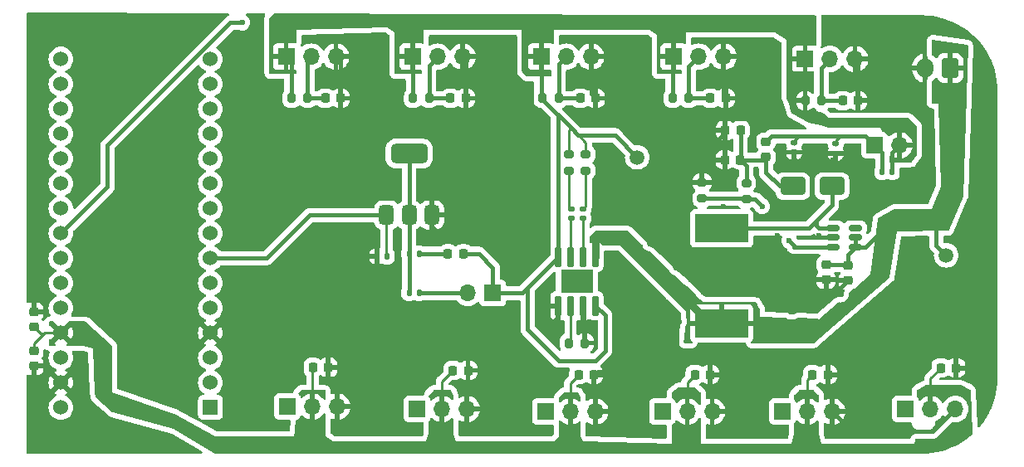
<source format=gbr>
%TF.GenerationSoftware,KiCad,Pcbnew,8.0.7*%
%TF.CreationDate,2024-12-28T13:40:39+03:00*%
%TF.ProjectId,FiveSwitch,46697665-5377-4697-9463-682e6b696361,rev?*%
%TF.SameCoordinates,Original*%
%TF.FileFunction,Copper,L1,Top*%
%TF.FilePolarity,Positive*%
%FSLAX46Y46*%
G04 Gerber Fmt 4.6, Leading zero omitted, Abs format (unit mm)*
G04 Created by KiCad (PCBNEW 8.0.7) date 2024-12-28 13:40:39*
%MOMM*%
%LPD*%
G01*
G04 APERTURE LIST*
G04 Aperture macros list*
%AMRoundRect*
0 Rectangle with rounded corners*
0 $1 Rounding radius*
0 $2 $3 $4 $5 $6 $7 $8 $9 X,Y pos of 4 corners*
0 Add a 4 corners polygon primitive as box body*
4,1,4,$2,$3,$4,$5,$6,$7,$8,$9,$2,$3,0*
0 Add four circle primitives for the rounded corners*
1,1,$1+$1,$2,$3*
1,1,$1+$1,$4,$5*
1,1,$1+$1,$6,$7*
1,1,$1+$1,$8,$9*
0 Add four rect primitives between the rounded corners*
20,1,$1+$1,$2,$3,$4,$5,0*
20,1,$1+$1,$4,$5,$6,$7,0*
20,1,$1+$1,$6,$7,$8,$9,0*
20,1,$1+$1,$8,$9,$2,$3,0*%
G04 Aperture macros list end*
%TA.AperFunction,ComponentPad*%
%ADD10R,1.700000X1.700000*%
%TD*%
%TA.AperFunction,ComponentPad*%
%ADD11O,1.700000X1.700000*%
%TD*%
%TA.AperFunction,SMDPad,CuDef*%
%ADD12RoundRect,0.200000X0.275000X-0.200000X0.275000X0.200000X-0.275000X0.200000X-0.275000X-0.200000X0*%
%TD*%
%TA.AperFunction,SMDPad,CuDef*%
%ADD13RoundRect,0.225000X-0.250000X0.225000X-0.250000X-0.225000X0.250000X-0.225000X0.250000X0.225000X0*%
%TD*%
%TA.AperFunction,SMDPad,CuDef*%
%ADD14RoundRect,0.225000X-0.225000X-0.250000X0.225000X-0.250000X0.225000X0.250000X-0.225000X0.250000X0*%
%TD*%
%TA.AperFunction,SMDPad,CuDef*%
%ADD15RoundRect,0.200000X-0.275000X0.200000X-0.275000X-0.200000X0.275000X-0.200000X0.275000X0.200000X0*%
%TD*%
%TA.AperFunction,ComponentPad*%
%ADD16RoundRect,0.250000X0.600000X0.750000X-0.600000X0.750000X-0.600000X-0.750000X0.600000X-0.750000X0*%
%TD*%
%TA.AperFunction,ComponentPad*%
%ADD17O,1.700000X2.000000*%
%TD*%
%TA.AperFunction,SMDPad,CuDef*%
%ADD18RoundRect,0.200000X-0.200000X-0.275000X0.200000X-0.275000X0.200000X0.275000X-0.200000X0.275000X0*%
%TD*%
%TA.AperFunction,SMDPad,CuDef*%
%ADD19RoundRect,0.200000X0.200000X0.275000X-0.200000X0.275000X-0.200000X-0.275000X0.200000X-0.275000X0*%
%TD*%
%TA.AperFunction,ComponentPad*%
%ADD20R,1.524000X1.524000*%
%TD*%
%TA.AperFunction,ComponentPad*%
%ADD21C,1.524000*%
%TD*%
%TA.AperFunction,SMDPad,CuDef*%
%ADD22RoundRect,0.147500X0.172500X-0.147500X0.172500X0.147500X-0.172500X0.147500X-0.172500X-0.147500X0*%
%TD*%
%TA.AperFunction,SMDPad,CuDef*%
%ADD23RoundRect,0.225000X0.225000X0.250000X-0.225000X0.250000X-0.225000X-0.250000X0.225000X-0.250000X0*%
%TD*%
%TA.AperFunction,SMDPad,CuDef*%
%ADD24RoundRect,0.135000X-0.135000X-0.185000X0.135000X-0.185000X0.135000X0.185000X-0.135000X0.185000X0*%
%TD*%
%TA.AperFunction,SMDPad,CuDef*%
%ADD25R,5.400000X2.900000*%
%TD*%
%TA.AperFunction,SMDPad,CuDef*%
%ADD26RoundRect,0.225000X0.250000X-0.225000X0.250000X0.225000X-0.250000X0.225000X-0.250000X-0.225000X0*%
%TD*%
%TA.AperFunction,SMDPad,CuDef*%
%ADD27C,1.500000*%
%TD*%
%TA.AperFunction,SMDPad,CuDef*%
%ADD28RoundRect,0.375000X0.375000X-0.625000X0.375000X0.625000X-0.375000X0.625000X-0.375000X-0.625000X0*%
%TD*%
%TA.AperFunction,SMDPad,CuDef*%
%ADD29RoundRect,0.500000X1.400000X-0.500000X1.400000X0.500000X-1.400000X0.500000X-1.400000X-0.500000X0*%
%TD*%
%TA.AperFunction,SMDPad,CuDef*%
%ADD30RoundRect,0.218750X-0.218750X-0.256250X0.218750X-0.256250X0.218750X0.256250X-0.218750X0.256250X0*%
%TD*%
%TA.AperFunction,SMDPad,CuDef*%
%ADD31RoundRect,0.140000X-0.170000X0.140000X-0.170000X-0.140000X0.170000X-0.140000X0.170000X0.140000X0*%
%TD*%
%TA.AperFunction,SMDPad,CuDef*%
%ADD32RoundRect,0.250000X-1.000000X-0.650000X1.000000X-0.650000X1.000000X0.650000X-1.000000X0.650000X0*%
%TD*%
%TA.AperFunction,SMDPad,CuDef*%
%ADD33RoundRect,0.218750X0.256250X-0.218750X0.256250X0.218750X-0.256250X0.218750X-0.256250X-0.218750X0*%
%TD*%
%TA.AperFunction,SMDPad,CuDef*%
%ADD34RoundRect,0.150000X-0.512500X-0.150000X0.512500X-0.150000X0.512500X0.150000X-0.512500X0.150000X0*%
%TD*%
%TA.AperFunction,SMDPad,CuDef*%
%ADD35RoundRect,0.075000X0.225000X-0.910000X0.225000X0.910000X-0.225000X0.910000X-0.225000X-0.910000X0*%
%TD*%
%TA.AperFunction,SMDPad,CuDef*%
%ADD36R,3.302000X2.413000*%
%TD*%
%TA.AperFunction,ViaPad*%
%ADD37C,0.600000*%
%TD*%
%TA.AperFunction,Conductor*%
%ADD38C,0.250000*%
%TD*%
%TA.AperFunction,Conductor*%
%ADD39C,0.450000*%
%TD*%
%TA.AperFunction,Conductor*%
%ADD40C,0.750000*%
%TD*%
G04 APERTURE END LIST*
D10*
%TO.P,J11,1,Pin_1*%
%TO.N,+5V*%
X152210000Y-55725000D03*
D11*
%TO.P,J11,2,Pin_2*%
%TO.N,Toggle Switch 3*%
X154750000Y-55725000D03*
%TO.P,J11,3,Pin_3*%
%TO.N,GND*%
X157290000Y-55725000D03*
%TD*%
D12*
%TO.P,R8,1*%
%TO.N,Net-(U1-FB)*%
X168612500Y-70200000D03*
%TO.P,R8,2*%
%TO.N,GND*%
X168612500Y-68550000D03*
%TD*%
D13*
%TO.P,C1,1*%
%TO.N,+5V*%
X100500000Y-85750000D03*
%TO.P,C1,2*%
%TO.N,GND*%
X100500000Y-87300000D03*
%TD*%
D10*
%TO.P,J7,1,Pin_1*%
%TO.N,PWM Foot 3*%
X164560702Y-91935837D03*
D11*
%TO.P,J7,2,Pin_2*%
%TO.N,+5V*%
X167100702Y-91935837D03*
%TO.P,J7,3,Pin_3*%
%TO.N,GND*%
X169640702Y-91935837D03*
%TD*%
D10*
%TO.P,J2,1,Pin_1*%
%TO.N,PWM Foot 1*%
X139560702Y-91685837D03*
D11*
%TO.P,J2,2,Pin_2*%
%TO.N,+5V*%
X142100702Y-91685837D03*
%TO.P,J2,3,Pin_3*%
%TO.N,GND*%
X144640702Y-91685837D03*
%TD*%
D10*
%TO.P,J10,1,Pin_1*%
%TO.N,+5V*%
X139120000Y-55725000D03*
D11*
%TO.P,J10,2,Pin_2*%
%TO.N,Toggle Switch 2*%
X141660000Y-55725000D03*
%TO.P,J10,3,Pin_3*%
%TO.N,GND*%
X144200000Y-55725000D03*
%TD*%
D14*
%TO.P,C17,1*%
%TO.N,Toggle Switch 3*%
X156200000Y-59975000D03*
%TO.P,C17,2*%
%TO.N,GND*%
X157750000Y-59975000D03*
%TD*%
D10*
%TO.P,J5,1,Pin_1*%
%TO.N,Net-(J5-Pin_1)*%
X186210000Y-64750000D03*
D11*
%TO.P,J5,2,Pin_2*%
%TO.N,+5V*%
X188750000Y-64750000D03*
%TD*%
D15*
%TO.P,R3,1*%
%TO.N,+5V*%
X156750000Y-65705000D03*
%TO.P,R3,2*%
%TO.N,Net-(D2-A)*%
X156750000Y-67355000D03*
%TD*%
D16*
%TO.P,J4,1,Pin_1*%
%TO.N,/Batt+*%
X193887123Y-56883099D03*
D17*
%TO.P,J4,2,Pin_2*%
%TO.N,GND*%
X191387123Y-56883099D03*
%TD*%
D14*
%TO.P,C3,1*%
%TO.N,+5V*%
X128950000Y-87435837D03*
%TO.P,C3,2*%
%TO.N,GND*%
X130500000Y-87435837D03*
%TD*%
D18*
%TO.P,R5,1*%
%TO.N,+5V*%
X126750000Y-59975000D03*
%TO.P,R5,2*%
%TO.N,Toggle Switch 1*%
X128400000Y-59975000D03*
%TD*%
D13*
%TO.P,C6,1*%
%TO.N,/Batt+*%
X181250000Y-76950000D03*
%TO.P,C6,2*%
%TO.N,GND*%
X181250000Y-78500000D03*
%TD*%
D10*
%TO.P,J8,1,Pin_1*%
%TO.N,PWM Foot 4*%
X176810702Y-91935837D03*
D11*
%TO.P,J8,2,Pin_2*%
%TO.N,+5V*%
X179350702Y-91935837D03*
%TO.P,J8,3,Pin_3*%
%TO.N,GND*%
X181890702Y-91935837D03*
%TD*%
D19*
%TO.P,R6,1*%
%TO.N,GND*%
X156650000Y-84955000D03*
%TO.P,R6,2*%
%TO.N,Net-(U2-PROG)*%
X155000000Y-84955000D03*
%TD*%
D15*
%TO.P,R4,1*%
%TO.N,+5V*%
X155000000Y-65705000D03*
%TO.P,R4,2*%
%TO.N,Net-(D3-A)*%
X155000000Y-67355000D03*
%TD*%
D18*
%TO.P,R12,1*%
%TO.N,+5V*%
X165600000Y-59975000D03*
%TO.P,R12,2*%
%TO.N,Toggle Switch 4*%
X167250000Y-59975000D03*
%TD*%
D20*
%TO.P,TB1,1,D1/TX*%
%TO.N,unconnected-(TB1-D1{slash}TX-Pad1)*%
X118490000Y-91530000D03*
D21*
%TO.P,TB1,2,D0/RX*%
%TO.N,unconnected-(TB1-D0{slash}RX-Pad2)*%
X118490000Y-88990000D03*
%TO.P,TB1,3,RESET*%
%TO.N,unconnected-(TB1-RESET-Pad28)*%
X118490000Y-86450000D03*
%TO.P,TB1,4,COM/GND*%
%TO.N,GND*%
X118490000Y-83910000D03*
%TO.P,TB1,5,D2*%
%TO.N,unconnected-(TB1-D2-Pad5)*%
X118490000Y-81370000D03*
%TO.P,TB1,6,D3*%
%TO.N,PWM Lid*%
X118490000Y-78830000D03*
%TO.P,TB1,7,D4*%
%TO.N,Status LED*%
X118490000Y-76290000D03*
%TO.P,TB1,8,D5*%
%TO.N,PWM Foot 1*%
X118490000Y-73750000D03*
%TO.P,TB1,9,D6*%
%TO.N,PWM Foot 2*%
X118490000Y-71210000D03*
%TO.P,TB1,10,D7*%
%TO.N,unconnected-(TB1-D7-Pad10)*%
X118490000Y-68670000D03*
%TO.P,TB1,11,D8*%
%TO.N,unconnected-(TB1-D8-Pad11)*%
X118490000Y-66130000D03*
%TO.P,TB1,12,D9*%
%TO.N,PWM Foot 3*%
X118490000Y-63590000D03*
%TO.P,TB1,13,D10*%
%TO.N,PWM Foot 4*%
X118490000Y-61050000D03*
%TO.P,TB1,14,D11/MOSI*%
%TO.N,PWM Foot 5*%
X118490000Y-58510000D03*
%TO.P,TB1,15,D12/MISO*%
%TO.N,unconnected-(TB1-D12{slash}MISO-Pad15)*%
X118490000Y-55970000D03*
%TO.P,TB1,16,D13/SCK*%
%TO.N,unconnected-(TB1-D13{slash}SCK-Pad16)*%
X103250000Y-55970000D03*
%TO.P,TB1,17,3V3*%
%TO.N,unconnected-(TB1-3V3-Pad17)*%
X103250000Y-58510000D03*
%TO.P,TB1,18,AREF*%
%TO.N,unconnected-(TB1-AREF-Pad18)*%
X103250000Y-61050000D03*
%TO.P,TB1,19,A0*%
%TO.N,Toggle Switch 1*%
X103250000Y-63590000D03*
%TO.P,TB1,20,A1*%
%TO.N,Toggle Switch 2*%
X103250000Y-66130000D03*
%TO.P,TB1,21,A2*%
%TO.N,Toggle Switch 3*%
X103250000Y-68670000D03*
%TO.P,TB1,22,A3*%
%TO.N,Toggle Switch 4*%
X103250000Y-71210000D03*
%TO.P,TB1,23,A4*%
%TO.N,Toggle Switch 5*%
X103250000Y-73750000D03*
%TO.P,TB1,24,A5*%
%TO.N,unconnected-(TB1-A5-Pad24)*%
X103250000Y-76290000D03*
%TO.P,TB1,25,A6*%
%TO.N,unconnected-(TB1-A6-Pad25)*%
X103250000Y-78830000D03*
%TO.P,TB1,26,A7*%
%TO.N,unconnected-(TB1-A7-Pad26)*%
X103250000Y-81370000D03*
%TO.P,TB1,27,+5V*%
%TO.N,+5V*%
X103250000Y-83910000D03*
%TO.P,TB1,28,RESET*%
%TO.N,unconnected-(TB1-RESET-Pad28)_1*%
X103250000Y-86450000D03*
%TO.P,TB1,29,COM/GND*%
%TO.N,GND*%
X103250000Y-88990000D03*
%TO.P,TB1,30,VIN*%
%TO.N,unconnected-(TB1-VIN-Pad30)*%
X103250000Y-91530000D03*
%TD*%
D22*
%TO.P,D2,1,K*%
%TO.N,Net-(D2-K)*%
X156500000Y-72250000D03*
%TO.P,D2,2,A*%
%TO.N,Net-(D2-A)*%
X156500000Y-71280000D03*
%TD*%
D18*
%TO.P,R10,1*%
%TO.N,+5V*%
X139125000Y-59975000D03*
%TO.P,R10,2*%
%TO.N,Toggle Switch 2*%
X140775000Y-59975000D03*
%TD*%
D23*
%TO.P,C9,1*%
%TO.N,Net-(D4-K)*%
X172525000Y-63250000D03*
%TO.P,C9,2*%
%TO.N,GND*%
X170975000Y-63250000D03*
%TD*%
D10*
%TO.P,J9,1,Pin_1*%
%TO.N,PWM Foot 5*%
X189350702Y-91685837D03*
D11*
%TO.P,J9,2,Pin_2*%
%TO.N,+5V*%
X191890702Y-91685837D03*
%TO.P,J9,3,Pin_3*%
%TO.N,GND*%
X194430702Y-91685837D03*
%TD*%
D13*
%TO.P,C5,1*%
%TO.N,/Batt+*%
X183500000Y-77000000D03*
%TO.P,C5,2*%
%TO.N,GND*%
X183500000Y-78550000D03*
%TD*%
D24*
%TO.P,R1,1*%
%TO.N,GND*%
X135480000Y-76100000D03*
%TO.P,R1,2*%
%TO.N,Status LED*%
X136500000Y-76100000D03*
%TD*%
D25*
%TO.P,L1,1*%
%TO.N,Net-(D4-A)*%
X170612500Y-73250000D03*
%TO.P,L1,2*%
%TO.N,/Batt+*%
X170612500Y-82950000D03*
%TD*%
D26*
%TO.P,C2,1*%
%TO.N,+5V*%
X100500000Y-83300000D03*
%TO.P,C2,2*%
%TO.N,GND*%
X100500000Y-81750000D03*
%TD*%
D27*
%TO.P,5V1,1,1*%
%TO.N,+5V*%
X162000000Y-66000000D03*
%TD*%
D14*
%TO.P,C18,1*%
%TO.N,Toggle Switch 4*%
X169450000Y-59975000D03*
%TO.P,C18,2*%
%TO.N,GND*%
X171000000Y-59975000D03*
%TD*%
D10*
%TO.P,J6,1,Pin_1*%
%TO.N,PWM Foot 2*%
X152640702Y-91935837D03*
D11*
%TO.P,J6,2,Pin_2*%
%TO.N,+5V*%
X155180702Y-91935837D03*
%TO.P,J6,3,Pin_3*%
%TO.N,GND*%
X157720702Y-91935837D03*
%TD*%
D28*
%TO.P,Q1,1,B*%
%TO.N,Status LED*%
X136450000Y-71900000D03*
%TO.P,Q1,2,C*%
%TO.N,Net-(Q1-C)*%
X138750000Y-71900000D03*
D29*
X138750000Y-65600000D03*
D28*
%TO.P,Q1,3,E*%
%TO.N,GND*%
X141050000Y-71900000D03*
%TD*%
D10*
%TO.P,J3,1,Pin_1*%
%TO.N,+5V*%
X126210000Y-55725000D03*
D11*
%TO.P,J3,2,Pin_2*%
%TO.N,Toggle Switch 1*%
X128750000Y-55725000D03*
%TO.P,J3,3,Pin_3*%
%TO.N,GND*%
X131290000Y-55725000D03*
%TD*%
D30*
%TO.P,D1,1,K*%
%TO.N,Net-(D1-K)*%
X142712500Y-75850000D03*
%TO.P,D1,2,A*%
%TO.N,+5V*%
X144287500Y-75850000D03*
%TD*%
D10*
%TO.P,J13,1,Pin_1*%
%TO.N,+5V*%
X179120000Y-55975000D03*
D11*
%TO.P,J13,2,Pin_2*%
%TO.N,Toggle Switch 5*%
X181660000Y-55975000D03*
%TO.P,J13,3,Pin_3*%
%TO.N,GND*%
X184200000Y-55975000D03*
%TD*%
D31*
%TO.P,C10,1*%
%TO.N,Net-(J5-Pin_1)*%
X178000000Y-64520000D03*
%TO.P,C10,2*%
%TO.N,GND*%
X178000000Y-65480000D03*
%TD*%
D14*
%TO.P,C15,1*%
%TO.N,+5V*%
X192950000Y-87500000D03*
%TO.P,C15,2*%
%TO.N,GND*%
X194500000Y-87500000D03*
%TD*%
D23*
%TO.P,C8,1*%
%TO.N,Net-(D4-K)*%
X172500000Y-66250000D03*
%TO.P,C8,2*%
%TO.N,GND*%
X170950000Y-66250000D03*
%TD*%
D32*
%TO.P,D4,1,K*%
%TO.N,Net-(D4-K)*%
X177862500Y-68950000D03*
%TO.P,D4,2,A*%
%TO.N,Net-(D4-A)*%
X181862500Y-68950000D03*
%TD*%
D15*
%TO.P,R7,1*%
%TO.N,Net-(D4-K)*%
X173112500Y-68625000D03*
%TO.P,R7,2*%
%TO.N,Net-(U1-FB)*%
X173112500Y-70275000D03*
%TD*%
D33*
%TO.P,L2,1*%
%TO.N,Net-(D4-K)*%
X175112500Y-65987500D03*
%TO.P,L2,2*%
%TO.N,Net-(J5-Pin_1)*%
X175112500Y-64412500D03*
%TD*%
D14*
%TO.P,C19,1*%
%TO.N,Toggle Switch 5*%
X182950000Y-60225000D03*
%TO.P,C19,2*%
%TO.N,GND*%
X184500000Y-60225000D03*
%TD*%
%TO.P,C16,1*%
%TO.N,Toggle Switch 2*%
X142950000Y-59975000D03*
%TO.P,C16,2*%
%TO.N,GND*%
X144500000Y-59975000D03*
%TD*%
D22*
%TO.P,D3,1,K*%
%TO.N,Net-(D3-K)*%
X155250000Y-72235000D03*
%TO.P,D3,2,A*%
%TO.N,Net-(D3-A)*%
X155250000Y-71265000D03*
%TD*%
D18*
%TO.P,R13,1*%
%TO.N,+5V*%
X179125000Y-60225000D03*
%TO.P,R13,2*%
%TO.N,Toggle Switch 5*%
X180775000Y-60225000D03*
%TD*%
D24*
%TO.P,R14,1*%
%TO.N,Net-(Q1-C)*%
X138740000Y-79850000D03*
%TO.P,R14,2*%
%TO.N,Net-(J14-Pin_2)*%
X139760000Y-79850000D03*
%TD*%
%TO.P,R9,1*%
%TO.N,Net-(J5-Pin_1)*%
X186975000Y-67500000D03*
%TO.P,R9,2*%
%TO.N,+5V*%
X187995000Y-67500000D03*
%TD*%
D10*
%TO.P,J14,1,Pin_1*%
%TO.N,+5V*%
X147275000Y-79850000D03*
D11*
%TO.P,J14,2,Pin_2*%
%TO.N,Net-(J14-Pin_2)*%
X144735000Y-79850000D03*
%TD*%
D18*
%TO.P,R11,1*%
%TO.N,+5V*%
X152350000Y-59975000D03*
%TO.P,R11,2*%
%TO.N,Toggle Switch 3*%
X154000000Y-59975000D03*
%TD*%
D14*
%TO.P,C7,1*%
%TO.N,Toggle Switch 1*%
X130200000Y-59975000D03*
%TO.P,C7,2*%
%TO.N,GND*%
X131750000Y-59975000D03*
%TD*%
%TO.P,C14,1*%
%TO.N,+5V*%
X179865702Y-88185837D03*
%TO.P,C14,2*%
%TO.N,GND*%
X181415702Y-88185837D03*
%TD*%
%TO.P,C13,1*%
%TO.N,+5V*%
X167880000Y-88185837D03*
%TO.P,C13,2*%
%TO.N,GND*%
X169430000Y-88185837D03*
%TD*%
D31*
%TO.P,C11,1*%
%TO.N,Net-(J5-Pin_1)*%
X182250000Y-64615000D03*
%TO.P,C11,2*%
%TO.N,GND*%
X182250000Y-65575000D03*
%TD*%
D34*
%TO.P,U1,1,SW*%
%TO.N,Net-(D4-A)*%
X181975000Y-73250000D03*
%TO.P,U1,2,GND*%
%TO.N,GND*%
X181975000Y-74200000D03*
%TO.P,U1,3,FB*%
%TO.N,Net-(U1-FB)*%
X181975000Y-75150000D03*
%TO.P,U1,4,EN*%
%TO.N,/Batt+*%
X184250000Y-75150000D03*
%TO.P,U1,5,IN*%
X184250000Y-74200000D03*
%TO.P,U1,6,NC*%
%TO.N,unconnected-(U1-NC-Pad6)*%
X184250000Y-73250000D03*
%TD*%
D10*
%TO.P,J1,1,Pin_1*%
%TO.N,PWM Lid*%
X126350702Y-91435837D03*
D11*
%TO.P,J1,2,Pin_2*%
%TO.N,+5V*%
X128890702Y-91435837D03*
%TO.P,J1,3,Pin_3*%
%TO.N,GND*%
X131430702Y-91435837D03*
%TD*%
D14*
%TO.P,C4,1*%
%TO.N,+5V*%
X143200000Y-87750000D03*
%TO.P,C4,2*%
%TO.N,GND*%
X144750000Y-87750000D03*
%TD*%
D35*
%TO.P,U2,1,TEMP*%
%TO.N,GND*%
X153940000Y-81155000D03*
%TO.P,U2,2,PROG*%
%TO.N,Net-(U2-PROG)*%
X155210000Y-81155000D03*
%TO.P,U2,3,GND*%
%TO.N,GND*%
X156480000Y-81155000D03*
%TO.P,U2,4,VCC*%
%TO.N,+5V*%
X157750000Y-81155000D03*
%TO.P,U2,5,BAT*%
%TO.N,/Batt+*%
X157750000Y-76205000D03*
%TO.P,U2,6,~{STDBY}*%
%TO.N,Net-(D2-K)*%
X156480000Y-76205000D03*
%TO.P,U2,7,~{CHRG}*%
%TO.N,Net-(D3-K)*%
X155210000Y-76205000D03*
%TO.P,U2,8,CE*%
%TO.N,+5V*%
X153940000Y-76205000D03*
D36*
%TO.P,U2,9*%
%TO.N,N/C*%
X155845000Y-78680000D03*
%TD*%
D24*
%TO.P,R2,1*%
%TO.N,Net-(Q1-C)*%
X138740000Y-75850000D03*
%TO.P,R2,2*%
%TO.N,Net-(D1-K)*%
X139760000Y-75850000D03*
%TD*%
D10*
%TO.P,J12,1,Pin_1*%
%TO.N,+5V*%
X165725000Y-55725000D03*
D11*
%TO.P,J12,2,Pin_2*%
%TO.N,Toggle Switch 4*%
X168265000Y-55725000D03*
%TO.P,J12,3,Pin_3*%
%TO.N,GND*%
X170805000Y-55725000D03*
%TD*%
D27*
%TO.P,Batt+,1,1*%
%TO.N,/Batt+*%
X193500000Y-76000000D03*
%TD*%
D14*
%TO.P,C12,1*%
%TO.N,+5V*%
X156020702Y-88185837D03*
%TO.P,C12,2*%
%TO.N,GND*%
X157570702Y-88185837D03*
%TD*%
D37*
%TO.N,GND*%
X171500000Y-77000000D03*
X164768220Y-80646279D03*
X174000000Y-77000000D03*
X169250000Y-66250000D03*
X165500000Y-82000000D03*
X182750000Y-80000000D03*
X176250000Y-74000000D03*
X176250000Y-75500000D03*
X169500000Y-65000000D03*
X182000000Y-66250000D03*
X175000000Y-80750000D03*
X100500000Y-78250000D03*
X167500000Y-78500000D03*
X153000000Y-83250000D03*
X177745816Y-81773509D03*
X172750000Y-77750000D03*
X177750000Y-78250000D03*
X176250000Y-78250000D03*
X175000000Y-77500000D03*
X165500000Y-73750000D03*
X179500000Y-66500000D03*
X175000000Y-74750000D03*
X166500000Y-75000000D03*
X166000000Y-77250000D03*
X175000000Y-76250000D03*
X142250000Y-74250000D03*
X174000000Y-80000000D03*
X168250000Y-67000000D03*
X169913013Y-75935036D03*
X172500000Y-76000000D03*
X162250000Y-70500000D03*
X163901120Y-70992566D03*
X164883833Y-82929643D03*
X172500000Y-79250000D03*
X165500000Y-83500000D03*
X180500000Y-74000000D03*
X165000000Y-76000000D03*
X174250000Y-78500000D03*
X176250000Y-81500000D03*
X174000000Y-75750000D03*
X165500000Y-72500000D03*
X170750000Y-79000000D03*
X166250000Y-82750000D03*
X176250000Y-79750000D03*
X169250000Y-77500000D03*
X166750000Y-73000000D03*
X176250000Y-77000000D03*
X174750000Y-72250000D03*
X136000000Y-78000000D03*
X162750000Y-73500000D03*
X177750000Y-80500000D03*
X170750000Y-71000000D03*
X175000000Y-79000000D03*
X168750000Y-79750000D03*
X159750000Y-87750000D03*
X168000000Y-76250000D03*
X177750000Y-76750000D03*
X100500000Y-90500000D03*
X163323053Y-74807806D03*
X165895450Y-70992566D03*
X181250000Y-80000000D03*
%TO.N,Toggle Switch 5*%
X121750000Y-52250000D03*
%TO.N,Net-(U1-FB)*%
X174750000Y-71000000D03*
X177500000Y-74500000D03*
%TD*%
D38*
%TO.N,+5V*%
X129225702Y-91100837D02*
X128890702Y-91435837D01*
D39*
X126750000Y-59975000D02*
X126750000Y-56265000D01*
X150822500Y-79322500D02*
X153940000Y-76205000D01*
D38*
X156750000Y-65705000D02*
X156750000Y-64500000D01*
X155000000Y-65705000D02*
X155000000Y-63250000D01*
X167100702Y-91935837D02*
X167100702Y-88965135D01*
X179350702Y-91935837D02*
X179350702Y-88700837D01*
X100500000Y-85750000D02*
X100500000Y-85000000D01*
X101500000Y-84000000D02*
X101590000Y-83910000D01*
X191890702Y-88559298D02*
X192950000Y-87500000D01*
D39*
X156000000Y-63750000D02*
X159750000Y-63750000D01*
X139125000Y-55730000D02*
X139120000Y-55725000D01*
X147275000Y-79850000D02*
X150295000Y-79850000D01*
X150822500Y-83572500D02*
X154000000Y-86750000D01*
X139125000Y-59975000D02*
X139125000Y-55730000D01*
X179120000Y-60220000D02*
X179125000Y-60225000D01*
X150295000Y-79850000D02*
X150822500Y-79322500D01*
X158750000Y-82155000D02*
X157750000Y-81155000D01*
D38*
X155000000Y-63250000D02*
X155250000Y-63000000D01*
X142100702Y-88849298D02*
X143200000Y-87750000D01*
D39*
X165600000Y-59975000D02*
X165600000Y-55850000D01*
X155221176Y-91935837D02*
X155180702Y-91935837D01*
X187995000Y-65505000D02*
X187995000Y-67500000D01*
D38*
X101590000Y-83910000D02*
X103250000Y-83910000D01*
D39*
X155250000Y-63000000D02*
X156000000Y-63750000D01*
D38*
X155180702Y-91935837D02*
X155180702Y-89025837D01*
X191890702Y-91685837D02*
X191890702Y-88559298D01*
D39*
X152600000Y-60350000D02*
X155250000Y-63000000D01*
X145850000Y-75850000D02*
X147275000Y-77275000D01*
D38*
X101200000Y-84000000D02*
X101500000Y-84000000D01*
X155180702Y-89025837D02*
X156020702Y-88185837D01*
D39*
X159750000Y-63750000D02*
X162000000Y-66000000D01*
X153940000Y-76205000D02*
X153940000Y-61690000D01*
D38*
X156750000Y-64500000D02*
X155250000Y-63000000D01*
D39*
X154000000Y-86750000D02*
X157750000Y-86750000D01*
D38*
X100500000Y-83300000D02*
X101200000Y-84000000D01*
D39*
X150822500Y-79322500D02*
X150822500Y-83572500D01*
X144287500Y-75850000D02*
X145850000Y-75850000D01*
X179120000Y-55975000D02*
X179120000Y-60220000D01*
X147275000Y-77275000D02*
X147275000Y-79850000D01*
D38*
X128890702Y-87495135D02*
X128950000Y-87435837D01*
X128890702Y-91435837D02*
X128890702Y-87495135D01*
D39*
X165600000Y-55850000D02*
X165725000Y-55725000D01*
D38*
X100500000Y-85000000D02*
X101500000Y-84000000D01*
X142100702Y-91685837D02*
X142100702Y-88849298D01*
D39*
X152210000Y-55725000D02*
X152210000Y-59835000D01*
X157750000Y-86750000D02*
X158750000Y-85750000D01*
D38*
X179350702Y-88700837D02*
X179865702Y-88185837D01*
D39*
X152210000Y-59835000D02*
X152350000Y-59975000D01*
X153940000Y-61690000D02*
X152600000Y-60350000D01*
D38*
X167100702Y-88965135D02*
X167880000Y-88185837D01*
D39*
X188750000Y-64750000D02*
X187995000Y-65505000D01*
X158750000Y-85750000D02*
X158750000Y-82155000D01*
X126750000Y-56265000D02*
X126210000Y-55725000D01*
%TO.N,/Batt+*%
X193887123Y-70862877D02*
X192500000Y-72250000D01*
X181250000Y-76950000D02*
X183450000Y-76950000D01*
X193887123Y-56883099D02*
X193887123Y-70862877D01*
D40*
X157750000Y-74500000D02*
X158000000Y-74250000D01*
D39*
X192500000Y-72250000D02*
X188150000Y-72250000D01*
X169450000Y-82950000D02*
X170612500Y-82950000D01*
X185250000Y-75150000D02*
X186750000Y-73650000D01*
X188150000Y-72250000D02*
X185250000Y-75150000D01*
D40*
X160750000Y-74250000D02*
X169450000Y-82950000D01*
X158000000Y-74250000D02*
X160750000Y-74250000D01*
D39*
X184250000Y-75150000D02*
X185250000Y-75150000D01*
X183450000Y-76950000D02*
X183500000Y-77000000D01*
X186750000Y-73650000D02*
X186750000Y-77750000D01*
D38*
X181250000Y-76930000D02*
X181445000Y-76735000D01*
D39*
X193500000Y-76000000D02*
X192500000Y-75000000D01*
D40*
X157750000Y-76205000D02*
X157750000Y-74500000D01*
D39*
X183500000Y-77000000D02*
X183500000Y-75900000D01*
X184250000Y-74200000D02*
X184250000Y-75150000D01*
X192500000Y-75000000D02*
X192500000Y-72250000D01*
X186750000Y-77750000D02*
X181550000Y-82950000D01*
X184250000Y-75150000D02*
X183500000Y-75900000D01*
X181550000Y-82950000D02*
X170612500Y-82950000D01*
%TO.N,GND*%
X157290000Y-55725000D02*
X157290000Y-59515000D01*
X181250000Y-80000000D02*
X181250000Y-78275000D01*
X180700000Y-74200000D02*
X180500000Y-74000000D01*
X183954865Y-94000000D02*
X181890702Y-91935837D01*
X157290000Y-59515000D02*
X157750000Y-59975000D01*
D38*
X158006539Y-87750000D02*
X157570702Y-88185837D01*
X182250000Y-66000000D02*
X182000000Y-66250000D01*
D39*
X144500000Y-56025000D02*
X144200000Y-55725000D01*
X170805000Y-55725000D02*
X170805000Y-59780000D01*
X184500000Y-60225000D02*
X184500000Y-56275000D01*
D38*
X100500000Y-81500000D02*
X100750000Y-81750000D01*
D39*
X170805000Y-59780000D02*
X171000000Y-59975000D01*
D38*
X100500000Y-81750000D02*
X100500000Y-78250000D01*
D39*
X131750000Y-59975000D02*
X131750000Y-56185000D01*
X194430702Y-91685837D02*
X192116539Y-94000000D01*
X168612500Y-67362500D02*
X168612500Y-68550000D01*
X131750000Y-56185000D02*
X131290000Y-55725000D01*
D38*
X156650000Y-84955000D02*
X156650000Y-81325000D01*
X178500000Y-66500000D02*
X178000000Y-66000000D01*
D39*
X170950000Y-66250000D02*
X169250000Y-66250000D01*
D38*
X136000000Y-78000000D02*
X135480000Y-77480000D01*
X135480000Y-77480000D02*
X135480000Y-76100000D01*
X156650000Y-81325000D02*
X156480000Y-81155000D01*
X159750000Y-87750000D02*
X158006539Y-87750000D01*
D39*
X181975000Y-74200000D02*
X180700000Y-74200000D01*
X144500000Y-59975000D02*
X144500000Y-56025000D01*
D38*
X178000000Y-66000000D02*
X178000000Y-65480000D01*
D39*
X153940000Y-81155000D02*
X153940000Y-82310000D01*
X141050000Y-71900000D02*
X141050000Y-73050000D01*
X153940000Y-82310000D02*
X153000000Y-83250000D01*
X141050000Y-73050000D02*
X142250000Y-74250000D01*
X184500000Y-56275000D02*
X184200000Y-55975000D01*
X182750000Y-79300000D02*
X183500000Y-78550000D01*
D38*
X182250000Y-65415000D02*
X182250000Y-66000000D01*
D39*
X168250000Y-67000000D02*
X168612500Y-67362500D01*
X192116539Y-94000000D02*
X183954865Y-94000000D01*
X170975000Y-63525000D02*
X169500000Y-65000000D01*
D38*
X100500000Y-90500000D02*
X100500000Y-87300000D01*
X183500000Y-78250000D02*
X183500000Y-78750000D01*
X179500000Y-66500000D02*
X178500000Y-66500000D01*
D39*
X170975000Y-63250000D02*
X170975000Y-63525000D01*
X182750000Y-80000000D02*
X182750000Y-79300000D01*
%TO.N,Toggle Switch 1*%
X128400000Y-59975000D02*
X128400000Y-56075000D01*
X128400000Y-59975000D02*
X130200000Y-59975000D01*
X128400000Y-56075000D02*
X128750000Y-55725000D01*
%TO.N,Net-(D4-K)*%
X175112500Y-65987500D02*
X175112500Y-67562500D01*
X172500000Y-66250000D02*
X174850000Y-66250000D01*
X175112500Y-67562500D02*
X176500000Y-68950000D01*
X177862500Y-68950000D02*
X176500000Y-68950000D01*
X174850000Y-66250000D02*
X175112500Y-65987500D01*
X172525000Y-63250000D02*
X172525000Y-66225000D01*
X173112500Y-66862500D02*
X172500000Y-66250000D01*
X172525000Y-66225000D02*
X172500000Y-66250000D01*
X173112500Y-68625000D02*
X173112500Y-66862500D01*
D38*
%TO.N,Net-(J5-Pin_1)*%
X182250000Y-64775000D02*
X182250000Y-64365000D01*
D39*
X186210000Y-64750000D02*
X186975000Y-65515000D01*
X180000000Y-63865000D02*
X182750000Y-63865000D01*
X185302500Y-63865000D02*
X186362500Y-64925000D01*
X182750000Y-63865000D02*
X185302500Y-63865000D01*
X178500000Y-63865000D02*
X180000000Y-63865000D01*
D38*
X182250000Y-64365000D02*
X182750000Y-63865000D01*
D39*
X175660000Y-63865000D02*
X178500000Y-63865000D01*
D38*
X178000000Y-64365000D02*
X178500000Y-63865000D01*
X178000000Y-64680000D02*
X178000000Y-64365000D01*
D39*
X175112500Y-64412500D02*
X175660000Y-63865000D01*
X186975000Y-65515000D02*
X186975000Y-67500000D01*
%TO.N,Toggle Switch 2*%
X140775000Y-56610000D02*
X141660000Y-55725000D01*
X140775000Y-59975000D02*
X140775000Y-56610000D01*
X140775000Y-59975000D02*
X142950000Y-59975000D01*
%TO.N,Toggle Switch 3*%
X154000000Y-59975000D02*
X154000000Y-56475000D01*
X154000000Y-59975000D02*
X156200000Y-59975000D01*
X154000000Y-56475000D02*
X154750000Y-55725000D01*
%TO.N,Toggle Switch 4*%
X167250000Y-59975000D02*
X167250000Y-56740000D01*
X167250000Y-59975000D02*
X169450000Y-59975000D01*
X167250000Y-56740000D02*
X168265000Y-55725000D01*
%TO.N,Toggle Switch 5*%
X108000000Y-64781328D02*
X108000000Y-69000000D01*
X120531328Y-52250000D02*
X108000000Y-64781328D01*
X180775000Y-56860000D02*
X181660000Y-55975000D01*
X121750000Y-52250000D02*
X120531328Y-52250000D01*
X180775000Y-60225000D02*
X182950000Y-60225000D01*
X180775000Y-60225000D02*
X180775000Y-56860000D01*
X108000000Y-69000000D02*
X103250000Y-73750000D01*
%TO.N,Net-(D1-K)*%
X142712500Y-75850000D02*
X139760000Y-75850000D01*
D38*
%TO.N,Net-(D2-K)*%
X156500000Y-72250000D02*
X156500000Y-76185000D01*
X156500000Y-76185000D02*
X156480000Y-76205000D01*
%TO.N,Net-(D2-A)*%
X156750000Y-71030000D02*
X156500000Y-71280000D01*
X156750000Y-67355000D02*
X156750000Y-71030000D01*
%TO.N,Net-(D3-A)*%
X155000000Y-71015000D02*
X155250000Y-71265000D01*
X155000000Y-67355000D02*
X155000000Y-71015000D01*
%TO.N,Net-(D3-K)*%
X155210000Y-76205000D02*
X155210000Y-72275000D01*
X155210000Y-72275000D02*
X155250000Y-72235000D01*
D39*
%TO.N,Net-(D4-A)*%
X170612500Y-73250000D02*
X179500000Y-73250000D01*
X180500000Y-73250000D02*
X181975000Y-73250000D01*
X181862500Y-70887500D02*
X180875000Y-71875000D01*
X180250000Y-72500000D02*
X180250000Y-73000000D01*
X180875000Y-71875000D02*
X180250000Y-72500000D01*
X179500000Y-73250000D02*
X180875000Y-71875000D01*
X180250000Y-73000000D02*
X180500000Y-73250000D01*
X181862500Y-68950000D02*
X181862500Y-70887500D01*
%TO.N,Net-(J14-Pin_2)*%
X139760000Y-79850000D02*
X144735000Y-79850000D01*
%TO.N,Net-(Q1-C)*%
X138740000Y-79850000D02*
X138740000Y-75850000D01*
X138750000Y-71900000D02*
X138750000Y-75840000D01*
X138750000Y-75840000D02*
X138740000Y-75850000D01*
X138750000Y-65600000D02*
X138750000Y-71900000D01*
%TO.N,Status LED*%
X136450000Y-76050000D02*
X136500000Y-76100000D01*
X124210000Y-76290000D02*
X118490000Y-76290000D01*
X136450000Y-71900000D02*
X128600000Y-71900000D01*
D38*
X136450000Y-71900000D02*
X136450000Y-76050000D01*
D39*
X128600000Y-71900000D02*
X124210000Y-76290000D01*
D38*
%TO.N,Net-(U2-PROG)*%
X155210000Y-84745000D02*
X155000000Y-84955000D01*
X155210000Y-81155000D02*
X155210000Y-84745000D01*
%TO.N,Net-(U1-FB)*%
X173037500Y-70200000D02*
X173112500Y-70275000D01*
D39*
X173112500Y-70275000D02*
X174025000Y-70275000D01*
X177987500Y-75150000D02*
X181975000Y-75150000D01*
X177987500Y-75150000D02*
X177987500Y-74987500D01*
X174025000Y-70275000D02*
X174750000Y-71000000D01*
X177987500Y-74987500D02*
X177500000Y-74500000D01*
X168612500Y-70200000D02*
X173037500Y-70200000D01*
%TD*%
%TA.AperFunction,Conductor*%
%TO.N,+5V*%
G36*
X164256815Y-51427632D02*
G01*
X180126562Y-51499441D01*
X180193511Y-51519429D01*
X180239026Y-51572439D01*
X180250000Y-51623440D01*
X180250000Y-54517193D01*
X180230315Y-54584232D01*
X180177511Y-54629987D01*
X180108353Y-54639931D01*
X180082669Y-54633376D01*
X180077378Y-54631402D01*
X180077372Y-54631401D01*
X180017844Y-54625000D01*
X179370000Y-54625000D01*
X179370000Y-55541988D01*
X179312993Y-55509075D01*
X179185826Y-55475000D01*
X179054174Y-55475000D01*
X178927007Y-55509075D01*
X178870000Y-55541988D01*
X178870000Y-54625000D01*
X178222155Y-54625000D01*
X178162627Y-54631401D01*
X178162620Y-54631403D01*
X178027913Y-54681645D01*
X178027906Y-54681649D01*
X177912812Y-54767809D01*
X177912809Y-54767812D01*
X177826649Y-54882906D01*
X177826645Y-54882913D01*
X177776403Y-55017620D01*
X177776401Y-55017627D01*
X177770000Y-55077155D01*
X177770000Y-55725000D01*
X178686988Y-55725000D01*
X178654075Y-55782007D01*
X178620000Y-55909174D01*
X178620000Y-56040826D01*
X178654075Y-56167993D01*
X178686988Y-56225000D01*
X177770000Y-56225000D01*
X177770000Y-56872844D01*
X177776401Y-56932372D01*
X177776403Y-56932379D01*
X177826645Y-57067086D01*
X177826649Y-57067093D01*
X177912809Y-57182187D01*
X177912812Y-57182190D01*
X178003394Y-57250000D01*
X177250000Y-57250000D01*
X177250000Y-53999999D01*
X176000000Y-53250000D01*
X167000000Y-53250000D01*
X167000000Y-54322532D01*
X166980315Y-54389571D01*
X166927511Y-54435326D01*
X166858353Y-54445270D01*
X166825545Y-54434351D01*
X166825399Y-54434746D01*
X166682379Y-54381403D01*
X166682372Y-54381401D01*
X166622844Y-54375000D01*
X165975000Y-54375000D01*
X165975000Y-55291988D01*
X165917993Y-55259075D01*
X165790826Y-55225000D01*
X165659174Y-55225000D01*
X165532007Y-55259075D01*
X165475000Y-55291988D01*
X165475000Y-54375000D01*
X164827155Y-54375000D01*
X164767627Y-54381401D01*
X164767620Y-54381403D01*
X164632913Y-54431645D01*
X164632906Y-54431649D01*
X164517812Y-54517809D01*
X164517809Y-54517812D01*
X164431649Y-54632906D01*
X164431645Y-54632913D01*
X164381403Y-54767620D01*
X164381401Y-54767627D01*
X164375000Y-54827155D01*
X164375000Y-55475000D01*
X165291988Y-55475000D01*
X165259075Y-55532007D01*
X165225000Y-55659174D01*
X165225000Y-55790826D01*
X165259075Y-55917993D01*
X165291988Y-55975000D01*
X164375000Y-55975000D01*
X164375000Y-56622844D01*
X164381401Y-56682372D01*
X164381403Y-56682379D01*
X164431645Y-56817086D01*
X164431649Y-56817093D01*
X164517809Y-56932187D01*
X164517812Y-56932190D01*
X164632906Y-57018350D01*
X164632913Y-57018354D01*
X164767620Y-57068596D01*
X164767627Y-57068598D01*
X164827155Y-57074999D01*
X164827172Y-57075000D01*
X165475000Y-57075000D01*
X165475000Y-56158012D01*
X165532007Y-56190925D01*
X165659174Y-56225000D01*
X165790826Y-56225000D01*
X165917993Y-56190925D01*
X165975000Y-56158012D01*
X165975000Y-57075000D01*
X166400500Y-57075000D01*
X166467539Y-57094685D01*
X166513294Y-57147489D01*
X166524500Y-57199000D01*
X166524500Y-57376000D01*
X166504815Y-57443039D01*
X166452011Y-57488794D01*
X166400500Y-57500000D01*
X164124000Y-57500000D01*
X164056961Y-57480315D01*
X164011206Y-57427511D01*
X164000000Y-57376000D01*
X164000000Y-53499999D01*
X163250000Y-53000000D01*
X150250000Y-53000000D01*
X140250000Y-53000000D01*
X140250000Y-54267193D01*
X140230315Y-54334232D01*
X140177511Y-54379987D01*
X140108353Y-54389931D01*
X140082669Y-54383376D01*
X140077378Y-54381402D01*
X140077372Y-54381401D01*
X140017844Y-54375000D01*
X139370000Y-54375000D01*
X139370000Y-55291988D01*
X139312993Y-55259075D01*
X139185826Y-55225000D01*
X139054174Y-55225000D01*
X138927007Y-55259075D01*
X138870000Y-55291988D01*
X138870000Y-54375000D01*
X138222155Y-54375000D01*
X138162627Y-54381401D01*
X138162620Y-54381403D01*
X138027913Y-54431645D01*
X138027906Y-54431649D01*
X137912812Y-54517809D01*
X137912809Y-54517812D01*
X137826649Y-54632906D01*
X137826645Y-54632913D01*
X137776403Y-54767620D01*
X137776401Y-54767627D01*
X137770000Y-54827155D01*
X137770000Y-55475000D01*
X138686988Y-55475000D01*
X138654075Y-55532007D01*
X138620000Y-55659174D01*
X138620000Y-55790826D01*
X138654075Y-55917993D01*
X138686988Y-55975000D01*
X137770000Y-55975000D01*
X137770000Y-56622844D01*
X137776401Y-56682372D01*
X137776403Y-56682379D01*
X137826645Y-56817086D01*
X137826649Y-56817093D01*
X137912809Y-56932187D01*
X137912812Y-56932190D01*
X138027906Y-57018350D01*
X138027913Y-57018354D01*
X138162620Y-57068596D01*
X138162627Y-57068598D01*
X138222155Y-57074999D01*
X138222172Y-57075000D01*
X138870000Y-57075000D01*
X138870000Y-56158012D01*
X138927007Y-56190925D01*
X139054174Y-56225000D01*
X139185826Y-56225000D01*
X139312993Y-56190925D01*
X139370000Y-56158012D01*
X139370000Y-57075000D01*
X139925500Y-57075000D01*
X139992539Y-57094685D01*
X140038294Y-57147489D01*
X140049500Y-57199000D01*
X140049500Y-57376000D01*
X140029815Y-57443039D01*
X139977011Y-57488794D01*
X139925500Y-57500000D01*
X137374000Y-57500000D01*
X137306961Y-57480315D01*
X137261206Y-57427511D01*
X137250000Y-57376000D01*
X137250000Y-53250000D01*
X136500000Y-52750000D01*
X127250000Y-52999999D01*
X127250000Y-54252238D01*
X127230315Y-54319277D01*
X127177511Y-54365032D01*
X127112754Y-54375529D01*
X127107832Y-54375000D01*
X126460000Y-54375000D01*
X126460000Y-55291988D01*
X126402993Y-55259075D01*
X126275826Y-55225000D01*
X126144174Y-55225000D01*
X126017007Y-55259075D01*
X125960000Y-55291988D01*
X125960000Y-54375000D01*
X125312155Y-54375000D01*
X125252627Y-54381401D01*
X125252620Y-54381403D01*
X125117913Y-54431645D01*
X125117906Y-54431649D01*
X125002812Y-54517809D01*
X125002809Y-54517812D01*
X124916649Y-54632906D01*
X124916645Y-54632913D01*
X124866403Y-54767620D01*
X124866401Y-54767627D01*
X124860000Y-54827155D01*
X124860000Y-55475000D01*
X125776988Y-55475000D01*
X125744075Y-55532007D01*
X125710000Y-55659174D01*
X125710000Y-55790826D01*
X125744075Y-55917993D01*
X125776988Y-55975000D01*
X124860000Y-55975000D01*
X124860000Y-56622844D01*
X124866401Y-56682372D01*
X124866403Y-56682379D01*
X124916645Y-56817086D01*
X124916649Y-56817093D01*
X125002809Y-56932187D01*
X125002812Y-56932190D01*
X125117906Y-57018350D01*
X125117913Y-57018354D01*
X125252620Y-57068596D01*
X125252627Y-57068598D01*
X125312155Y-57074999D01*
X125312172Y-57075000D01*
X125960000Y-57075000D01*
X125960000Y-56158012D01*
X126017007Y-56190925D01*
X126144174Y-56225000D01*
X126275826Y-56225000D01*
X126402993Y-56190925D01*
X126460000Y-56158012D01*
X126460000Y-57075000D01*
X127107828Y-57075000D01*
X127107834Y-57074999D01*
X127112740Y-57074472D01*
X127181500Y-57086875D01*
X127232639Y-57134483D01*
X127250000Y-57197761D01*
X127250000Y-57376000D01*
X127230315Y-57443039D01*
X127177511Y-57488794D01*
X127126000Y-57500000D01*
X124624000Y-57500000D01*
X124556961Y-57480315D01*
X124511206Y-57427511D01*
X124500000Y-57376000D01*
X124500000Y-51801361D01*
X124519685Y-51734322D01*
X124536314Y-51713685D01*
X124893070Y-51356929D01*
X124954389Y-51323447D01*
X124981074Y-51320614D01*
X164256815Y-51427632D01*
G37*
%TD.AperFunction*%
%TA.AperFunction,Conductor*%
G36*
X179370000Y-57250000D02*
G01*
X178870000Y-57250000D01*
X178870000Y-56408012D01*
X178927007Y-56440925D01*
X179054174Y-56475000D01*
X179185826Y-56475000D01*
X179312993Y-56440925D01*
X179370000Y-56408012D01*
X179370000Y-57250000D01*
G37*
%TD.AperFunction*%
%TD*%
%TA.AperFunction,Conductor*%
%TO.N,+5V*%
G36*
X153500000Y-53000000D02*
G01*
X153500000Y-54332080D01*
X153480315Y-54399119D01*
X153427511Y-54444874D01*
X153358353Y-54454818D01*
X153310388Y-54434951D01*
X153309872Y-54435897D01*
X153302086Y-54431645D01*
X153167379Y-54381403D01*
X153167372Y-54381401D01*
X153107844Y-54375000D01*
X152460000Y-54375000D01*
X152460000Y-55291988D01*
X152402993Y-55259075D01*
X152275826Y-55225000D01*
X152144174Y-55225000D01*
X152017007Y-55259075D01*
X151960000Y-55291988D01*
X151960000Y-54375000D01*
X151312155Y-54375000D01*
X151252627Y-54381401D01*
X151252620Y-54381403D01*
X151117913Y-54431645D01*
X151117906Y-54431649D01*
X151002812Y-54517809D01*
X151002809Y-54517812D01*
X150916649Y-54632906D01*
X150916645Y-54632913D01*
X150866403Y-54767620D01*
X150866401Y-54767627D01*
X150860000Y-54827155D01*
X150860000Y-55475000D01*
X151776988Y-55475000D01*
X151744075Y-55532007D01*
X151710000Y-55659174D01*
X151710000Y-55790826D01*
X151744075Y-55917993D01*
X151776988Y-55975000D01*
X150860000Y-55975000D01*
X150860000Y-56622844D01*
X150866401Y-56682372D01*
X150866403Y-56682379D01*
X150916645Y-56817086D01*
X150916649Y-56817093D01*
X151002809Y-56932187D01*
X151002812Y-56932190D01*
X151117906Y-57018350D01*
X151117913Y-57018354D01*
X151252620Y-57068596D01*
X151252627Y-57068598D01*
X151312155Y-57074999D01*
X151312172Y-57075000D01*
X151960000Y-57075000D01*
X151960000Y-56158012D01*
X152017007Y-56190925D01*
X152144174Y-56225000D01*
X152275826Y-56225000D01*
X152402993Y-56190925D01*
X152460000Y-56158012D01*
X152460000Y-57075000D01*
X153107828Y-57075000D01*
X153107834Y-57074999D01*
X153137240Y-57071837D01*
X153206000Y-57084240D01*
X153257139Y-57131848D01*
X153274500Y-57195126D01*
X153274500Y-57626000D01*
X153254815Y-57693039D01*
X153202011Y-57738794D01*
X153150500Y-57750000D01*
X150801362Y-57750000D01*
X150734323Y-57730315D01*
X150713681Y-57713681D01*
X150286319Y-57286319D01*
X150252834Y-57224996D01*
X150250000Y-57198638D01*
X150250000Y-53000000D01*
X150250000Y-52250000D01*
X149250000Y-51500000D01*
X153500000Y-51500000D01*
X153500000Y-53000000D01*
G37*
%TD.AperFunction*%
%TD*%
%TA.AperFunction,Conductor*%
%TO.N,+5V*%
G36*
X195026182Y-89263091D02*
G01*
X195935226Y-89717613D01*
X195986384Y-89765199D01*
X196003616Y-89822329D01*
X196220547Y-94160965D01*
X196204235Y-94228904D01*
X196178195Y-94260617D01*
X195893813Y-94508586D01*
X195887245Y-94513930D01*
X195472363Y-94828545D01*
X195465446Y-94833428D01*
X195030056Y-95119000D01*
X195022822Y-95123399D01*
X194568960Y-95378594D01*
X194561442Y-95382489D01*
X194091243Y-95606105D01*
X194083477Y-95609478D01*
X193599085Y-95800498D01*
X193591107Y-95803334D01*
X193094822Y-95960848D01*
X193086668Y-95963132D01*
X192580801Y-96086407D01*
X192572512Y-96088130D01*
X192059398Y-96176601D01*
X192051010Y-96177754D01*
X191533061Y-96231000D01*
X191524614Y-96231578D01*
X191002108Y-96249428D01*
X190997874Y-96249500D01*
X127749786Y-96249500D01*
X127051724Y-94620689D01*
X127152897Y-92900744D01*
X127176483Y-92834980D01*
X127231883Y-92792404D01*
X127263428Y-92784739D01*
X127308185Y-92779928D01*
X127443033Y-92729633D01*
X127558248Y-92643383D01*
X127644498Y-92528168D01*
X127693704Y-92396238D01*
X127735574Y-92340305D01*
X127801039Y-92315887D01*
X127869312Y-92330738D01*
X127897567Y-92351890D01*
X128019619Y-92473942D01*
X128213123Y-92609437D01*
X128427209Y-92709266D01*
X128427218Y-92709270D01*
X128640702Y-92766471D01*
X128640702Y-91868849D01*
X128697709Y-91901762D01*
X128824876Y-91935837D01*
X128956528Y-91935837D01*
X129083695Y-91901762D01*
X129140702Y-91868849D01*
X129140702Y-92766470D01*
X129354185Y-92709270D01*
X129354194Y-92709266D01*
X129568280Y-92609437D01*
X129761784Y-92473942D01*
X129928807Y-92306919D01*
X130024425Y-92170365D01*
X130079003Y-92126740D01*
X130148501Y-92119548D01*
X130210856Y-92151070D01*
X130246269Y-92211300D01*
X130250000Y-92241489D01*
X130250000Y-94500000D01*
X131000000Y-95000000D01*
X140499999Y-95000000D01*
X140500000Y-95000000D01*
X140750000Y-94250000D01*
X140750000Y-92959031D01*
X140769685Y-92891992D01*
X140774733Y-92884720D01*
X140793335Y-92859871D01*
X140854498Y-92778168D01*
X140903704Y-92646238D01*
X140945574Y-92590305D01*
X141011039Y-92565887D01*
X141079312Y-92580738D01*
X141107567Y-92601890D01*
X141229619Y-92723942D01*
X141423123Y-92859437D01*
X141637209Y-92959266D01*
X141637218Y-92959270D01*
X141850702Y-93016471D01*
X141850702Y-92118849D01*
X141907709Y-92151762D01*
X142034876Y-92185837D01*
X142166528Y-92185837D01*
X142293695Y-92151762D01*
X142350702Y-92118849D01*
X142350702Y-93016470D01*
X142564185Y-92959270D01*
X142564194Y-92959266D01*
X142778280Y-92859437D01*
X142971784Y-92723942D01*
X143038319Y-92657408D01*
X143099642Y-92623923D01*
X143169334Y-92628907D01*
X143225267Y-92670779D01*
X143249684Y-92736243D01*
X143250000Y-92745089D01*
X143250000Y-94250000D01*
X143500000Y-95000000D01*
X153500000Y-95000000D01*
X154000000Y-94500000D01*
X154000000Y-92963685D01*
X154019685Y-92896646D01*
X154072489Y-92850891D01*
X154141647Y-92840947D01*
X154205203Y-92869972D01*
X154211681Y-92876004D01*
X154309619Y-92973942D01*
X154503123Y-93109437D01*
X154717209Y-93209266D01*
X154717218Y-93209270D01*
X154930702Y-93266471D01*
X154930702Y-92368849D01*
X154987709Y-92401762D01*
X155114876Y-92435837D01*
X155246528Y-92435837D01*
X155373695Y-92401762D01*
X155430702Y-92368849D01*
X155430702Y-93266470D01*
X155644185Y-93209270D01*
X155644194Y-93209266D01*
X155858281Y-93109436D01*
X155858287Y-93109432D01*
X156054876Y-92971778D01*
X156121082Y-92949450D01*
X156188849Y-92966460D01*
X156236662Y-93017407D01*
X156250000Y-93073352D01*
X156250000Y-94500001D01*
X156499998Y-94999998D01*
X156499999Y-94999999D01*
X156500000Y-95000000D01*
X165500000Y-95250000D01*
X165500000Y-95249999D01*
X165500000Y-93372805D01*
X165519685Y-93305766D01*
X165572489Y-93260011D01*
X165580634Y-93256635D01*
X165653033Y-93229633D01*
X165768248Y-93143383D01*
X165854498Y-93028168D01*
X165856792Y-93022019D01*
X165872600Y-92979633D01*
X165903704Y-92896238D01*
X165945574Y-92840305D01*
X166011039Y-92815887D01*
X166079312Y-92830738D01*
X166107567Y-92851890D01*
X166229619Y-92973942D01*
X166423123Y-93109437D01*
X166637209Y-93209266D01*
X166637218Y-93209270D01*
X166850702Y-93266471D01*
X166850702Y-92368849D01*
X166907709Y-92401762D01*
X167034876Y-92435837D01*
X167166528Y-92435837D01*
X167293695Y-92401762D01*
X167350702Y-92368849D01*
X167350702Y-93266470D01*
X167564185Y-93209270D01*
X167564194Y-93209266D01*
X167778280Y-93109437D01*
X167971784Y-92973942D01*
X168138807Y-92806919D01*
X168268821Y-92621242D01*
X168323398Y-92577618D01*
X168392897Y-92570425D01*
X168455251Y-92601947D01*
X168471965Y-92621235D01*
X168477569Y-92629237D01*
X168499902Y-92695441D01*
X168500000Y-92700368D01*
X168500000Y-94500000D01*
X168500000Y-95250000D01*
X177750000Y-95250000D01*
X178000000Y-94250000D01*
X178000000Y-93209031D01*
X178019685Y-93141992D01*
X178024733Y-93134720D01*
X178043660Y-93109437D01*
X178104498Y-93028168D01*
X178106792Y-93022019D01*
X178122600Y-92979633D01*
X178153704Y-92896238D01*
X178195574Y-92840305D01*
X178261039Y-92815887D01*
X178329312Y-92830738D01*
X178357567Y-92851890D01*
X178479619Y-92973942D01*
X178673123Y-93109437D01*
X178887209Y-93209266D01*
X178887218Y-93209270D01*
X179100702Y-93266471D01*
X179100702Y-92368849D01*
X179157709Y-92401762D01*
X179284876Y-92435837D01*
X179416528Y-92435837D01*
X179543695Y-92401762D01*
X179600702Y-92368849D01*
X179600702Y-93266470D01*
X179814185Y-93209270D01*
X179814194Y-93209266D01*
X180028280Y-93109437D01*
X180221784Y-92973942D01*
X180288319Y-92907408D01*
X180349642Y-92873923D01*
X180419334Y-92878907D01*
X180475267Y-92920779D01*
X180499684Y-92986243D01*
X180500000Y-92995089D01*
X180500000Y-94250000D01*
X180749999Y-95249999D01*
X180750000Y-95250000D01*
X190250000Y-95250000D01*
X190300000Y-94999999D01*
X190334964Y-94825182D01*
X190367414Y-94763304D01*
X190428166Y-94728794D01*
X190456556Y-94725500D01*
X192187996Y-94725500D01*
X192282290Y-94706742D01*
X192328159Y-94697619D01*
X192460192Y-94642929D01*
X192579019Y-94563532D01*
X194087046Y-93055502D01*
X194148367Y-93022019D01*
X194189833Y-93021200D01*
X194189901Y-93020428D01*
X194195293Y-93020899D01*
X194195294Y-93020900D01*
X194346561Y-93034134D01*
X194430701Y-93041496D01*
X194430702Y-93041496D01*
X194430703Y-93041496D01*
X194489668Y-93036337D01*
X194666110Y-93020900D01*
X194894365Y-92959740D01*
X195108532Y-92859872D01*
X195302103Y-92724332D01*
X195469197Y-92557238D01*
X195604737Y-92363667D01*
X195704605Y-92149500D01*
X195765765Y-91921245D01*
X195786361Y-91685837D01*
X195765765Y-91450429D01*
X195712177Y-91250432D01*
X195704607Y-91222181D01*
X195704606Y-91222180D01*
X195704605Y-91222174D01*
X195604737Y-91008008D01*
X195603620Y-91006412D01*
X195469196Y-90814434D01*
X195302104Y-90647343D01*
X195302097Y-90647338D01*
X195294529Y-90642039D01*
X195255985Y-90615050D01*
X195108536Y-90511804D01*
X195108532Y-90511802D01*
X195049603Y-90484323D01*
X194894365Y-90411934D01*
X194894361Y-90411933D01*
X194894357Y-90411931D01*
X194666115Y-90350775D01*
X194666105Y-90350773D01*
X194430703Y-90330178D01*
X194430701Y-90330178D01*
X194195298Y-90350773D01*
X194195288Y-90350775D01*
X193967046Y-90411931D01*
X193967037Y-90411935D01*
X193752873Y-90511801D01*
X193752871Y-90511802D01*
X193559299Y-90647342D01*
X193392210Y-90814431D01*
X193261971Y-91000432D01*
X193207394Y-91044056D01*
X193137895Y-91051249D01*
X193075541Y-91019727D01*
X193058821Y-91000431D01*
X192928815Y-90814763D01*
X192928810Y-90814757D01*
X192761784Y-90647731D01*
X192568280Y-90512236D01*
X192354194Y-90412407D01*
X192354188Y-90412404D01*
X192140702Y-90355201D01*
X192140702Y-91252825D01*
X192083695Y-91219912D01*
X191956528Y-91185837D01*
X191824876Y-91185837D01*
X191697709Y-91219912D01*
X191640702Y-91252825D01*
X191640702Y-90355201D01*
X191640701Y-90355201D01*
X191427215Y-90412404D01*
X191427209Y-90412407D01*
X191213124Y-90512236D01*
X191213122Y-90512237D01*
X191019628Y-90647723D01*
X190897567Y-90769784D01*
X190836244Y-90803268D01*
X190766552Y-90798284D01*
X190710619Y-90756412D01*
X190693704Y-90725435D01*
X190689538Y-90714266D01*
X190656836Y-90626585D01*
X190644499Y-90593508D01*
X190644495Y-90593501D01*
X190564733Y-90486954D01*
X190558248Y-90478291D01*
X190552273Y-90473818D01*
X190549686Y-90471881D01*
X190507817Y-90415946D01*
X190500000Y-90372616D01*
X190500000Y-89826636D01*
X190519685Y-89759597D01*
X190568546Y-89715727D01*
X191473818Y-89263091D01*
X191529272Y-89250000D01*
X194970728Y-89250000D01*
X195026182Y-89263091D01*
G37*
%TD.AperFunction*%
%TA.AperFunction,Conductor*%
G36*
X155990403Y-90019685D02*
G01*
X156034273Y-90068546D01*
X156052601Y-90105201D01*
X156081204Y-90162407D01*
X156114145Y-90228289D01*
X156117162Y-90234323D01*
X156175387Y-90350773D01*
X156175388Y-90350775D01*
X156177601Y-90355201D01*
X156206322Y-90412643D01*
X156235941Y-90471881D01*
X156236909Y-90473818D01*
X156250000Y-90529272D01*
X156250000Y-90798321D01*
X156230315Y-90865360D01*
X156177511Y-90911115D01*
X156108353Y-90921059D01*
X156054876Y-90899896D01*
X155858280Y-90762236D01*
X155644194Y-90662407D01*
X155644188Y-90662404D01*
X155430702Y-90605201D01*
X155430702Y-91502825D01*
X155373695Y-91469912D01*
X155246528Y-91435837D01*
X155114876Y-91435837D01*
X154987709Y-91469912D01*
X154930702Y-91502825D01*
X154930702Y-90605201D01*
X154930701Y-90605201D01*
X154717215Y-90662404D01*
X154717209Y-90662407D01*
X154503124Y-90762236D01*
X154503122Y-90762237D01*
X154309628Y-90897723D01*
X154309622Y-90897728D01*
X154211681Y-90995670D01*
X154150358Y-91029155D01*
X154080666Y-91024171D01*
X154024733Y-90982299D01*
X154000316Y-90916835D01*
X154000000Y-90907989D01*
X154000000Y-90551362D01*
X154019685Y-90484323D01*
X154036319Y-90463681D01*
X154463681Y-90036319D01*
X154525004Y-90002834D01*
X154551362Y-90000000D01*
X155923364Y-90000000D01*
X155990403Y-90019685D01*
G37*
%TD.AperFunction*%
%TA.AperFunction,Conductor*%
G36*
X167779495Y-89519685D02*
G01*
X167781239Y-89520826D01*
X168444784Y-89963189D01*
X168489644Y-90016753D01*
X168500000Y-90066362D01*
X168500000Y-91171306D01*
X168480315Y-91238345D01*
X168477573Y-91242432D01*
X168471969Y-91250435D01*
X168417392Y-91294058D01*
X168347893Y-91301250D01*
X168285539Y-91269726D01*
X168268821Y-91250432D01*
X168138815Y-91064763D01*
X168138810Y-91064757D01*
X167971784Y-90897731D01*
X167778280Y-90762236D01*
X167564194Y-90662407D01*
X167564188Y-90662404D01*
X167350702Y-90605201D01*
X167350702Y-91502825D01*
X167293695Y-91469912D01*
X167166528Y-91435837D01*
X167034876Y-91435837D01*
X166907709Y-91469912D01*
X166850702Y-91502825D01*
X166850702Y-90605201D01*
X166850701Y-90605201D01*
X166637215Y-90662404D01*
X166637209Y-90662407D01*
X166423124Y-90762236D01*
X166423122Y-90762237D01*
X166229628Y-90897723D01*
X166107567Y-91019784D01*
X166046244Y-91053268D01*
X165976552Y-91048284D01*
X165920619Y-91006412D01*
X165903704Y-90975435D01*
X165899538Y-90964266D01*
X165874723Y-90897731D01*
X165854499Y-90843508D01*
X165854495Y-90843501D01*
X165768249Y-90728292D01*
X165768246Y-90728289D01*
X165653037Y-90642043D01*
X165653030Y-90642039D01*
X165580667Y-90615050D01*
X165524733Y-90573179D01*
X165500316Y-90507715D01*
X165500000Y-90498868D01*
X165500000Y-90066362D01*
X165519685Y-89999323D01*
X165555215Y-89963189D01*
X166218761Y-89520826D01*
X166285460Y-89500018D01*
X166287544Y-89500000D01*
X167712456Y-89500000D01*
X167779495Y-89519685D01*
G37*
%TD.AperFunction*%
%TA.AperFunction,Conductor*%
G36*
X180015677Y-89769685D02*
G01*
X180036319Y-89786319D01*
X180463681Y-90213681D01*
X180497166Y-90275004D01*
X180500000Y-90301362D01*
X180500000Y-90876585D01*
X180480315Y-90943624D01*
X180427511Y-90989379D01*
X180358353Y-90999323D01*
X180294797Y-90970298D01*
X180288319Y-90964266D01*
X180221784Y-90897731D01*
X180028280Y-90762236D01*
X179814194Y-90662407D01*
X179814188Y-90662404D01*
X179600702Y-90605201D01*
X179600702Y-91502825D01*
X179543695Y-91469912D01*
X179416528Y-91435837D01*
X179284876Y-91435837D01*
X179157709Y-91469912D01*
X179100702Y-91502825D01*
X179100702Y-90605201D01*
X179100701Y-90605201D01*
X178887215Y-90662404D01*
X178887209Y-90662407D01*
X178673124Y-90762236D01*
X178673122Y-90762237D01*
X178479628Y-90897723D01*
X178357567Y-91019784D01*
X178296244Y-91053268D01*
X178226552Y-91048284D01*
X178170619Y-91006412D01*
X178153704Y-90975435D01*
X178149538Y-90964266D01*
X178124723Y-90897731D01*
X178104499Y-90843508D01*
X178104498Y-90843506D01*
X178039299Y-90756412D01*
X178024732Y-90736953D01*
X178000316Y-90671490D01*
X178000000Y-90662643D01*
X178000000Y-90301362D01*
X178019685Y-90234323D01*
X178036319Y-90213681D01*
X178463681Y-89786319D01*
X178525004Y-89752834D01*
X178551362Y-89750000D01*
X179948638Y-89750000D01*
X180015677Y-89769685D01*
G37*
%TD.AperFunction*%
%TA.AperFunction,Conductor*%
G36*
X142990403Y-89769685D02*
G01*
X143034273Y-89818546D01*
X143036245Y-89822489D01*
X143124662Y-89999323D01*
X143134843Y-90019685D01*
X143143160Y-90036319D01*
X143177601Y-90105201D01*
X143206204Y-90162407D01*
X143231841Y-90213681D01*
X143236909Y-90223818D01*
X143250000Y-90279272D01*
X143250000Y-90626585D01*
X143230315Y-90693624D01*
X143177511Y-90739379D01*
X143108353Y-90749323D01*
X143044797Y-90720298D01*
X143038319Y-90714266D01*
X142971784Y-90647731D01*
X142778280Y-90512236D01*
X142564194Y-90412407D01*
X142564188Y-90412404D01*
X142350702Y-90355201D01*
X142350702Y-91252825D01*
X142293695Y-91219912D01*
X142166528Y-91185837D01*
X142034876Y-91185837D01*
X141907709Y-91219912D01*
X141850702Y-91252825D01*
X141850702Y-90355201D01*
X141850701Y-90355201D01*
X141637215Y-90412404D01*
X141637209Y-90412407D01*
X141423124Y-90512236D01*
X141423122Y-90512237D01*
X141229628Y-90647723D01*
X141107567Y-90769784D01*
X141046244Y-90803268D01*
X140976552Y-90798284D01*
X140920619Y-90756412D01*
X140903704Y-90725435D01*
X140899538Y-90714266D01*
X140866836Y-90626585D01*
X140854499Y-90593508D01*
X140854498Y-90593506D01*
X140774733Y-90486954D01*
X140750316Y-90421490D01*
X140750000Y-90412643D01*
X140750000Y-90301362D01*
X140769685Y-90234323D01*
X140786319Y-90213681D01*
X141213681Y-89786319D01*
X141275004Y-89752834D01*
X141301362Y-89750000D01*
X142923364Y-89750000D01*
X142990403Y-89769685D01*
G37*
%TD.AperFunction*%
%TA.AperFunction,Conductor*%
G36*
X130193039Y-89769685D02*
G01*
X130238794Y-89822489D01*
X130250000Y-89874000D01*
X130250000Y-90630185D01*
X130230315Y-90697224D01*
X130177511Y-90742979D01*
X130108353Y-90752923D01*
X130044797Y-90723898D01*
X130024425Y-90701308D01*
X129928815Y-90564764D01*
X129928810Y-90564757D01*
X129761784Y-90397731D01*
X129568280Y-90262236D01*
X129354194Y-90162407D01*
X129354188Y-90162404D01*
X129140702Y-90105201D01*
X129140702Y-91002825D01*
X129083695Y-90969912D01*
X128956528Y-90935837D01*
X128824876Y-90935837D01*
X128697709Y-90969912D01*
X128640702Y-91002825D01*
X128640702Y-90105201D01*
X128640701Y-90105201D01*
X128427215Y-90162404D01*
X128427209Y-90162407D01*
X128213124Y-90262236D01*
X128213122Y-90262237D01*
X128019628Y-90397723D01*
X127897567Y-90519784D01*
X127836244Y-90553268D01*
X127766552Y-90548284D01*
X127710619Y-90506412D01*
X127693704Y-90475435D01*
X127692378Y-90471881D01*
X127647209Y-90350774D01*
X127644499Y-90343508D01*
X127644495Y-90343501D01*
X127558249Y-90228292D01*
X127558246Y-90228289D01*
X127508938Y-90191377D01*
X127467067Y-90135444D01*
X127462083Y-90065752D01*
X127495564Y-90004435D01*
X127713683Y-89786316D01*
X127775004Y-89752834D01*
X127801362Y-89750000D01*
X130126000Y-89750000D01*
X130193039Y-89769685D01*
G37*
%TD.AperFunction*%
%TD*%
%TA.AperFunction,Conductor*%
%TO.N,/Batt+*%
G36*
X195638836Y-54485178D02*
G01*
X195702686Y-54513550D01*
X195741061Y-54571938D01*
X195746384Y-54612088D01*
X195250753Y-69976638D01*
X195240791Y-70021486D01*
X193781905Y-73425554D01*
X193737404Y-73479419D01*
X193670846Y-73500674D01*
X193669008Y-73500703D01*
X188490209Y-73545674D01*
X187757015Y-78205412D01*
X187727149Y-78268577D01*
X187715963Y-78279644D01*
X182066667Y-83200000D01*
X180041699Y-84963682D01*
X180035012Y-84969506D01*
X179971530Y-84998693D01*
X179953571Y-85000000D01*
X174500000Y-85000000D01*
X173717892Y-85000000D01*
X173650853Y-84980315D01*
X173605098Y-84927511D01*
X173595154Y-84858353D01*
X173624179Y-84794797D01*
X173643581Y-84776734D01*
X173669687Y-84757190D01*
X173669690Y-84757187D01*
X173755850Y-84642093D01*
X173755854Y-84642086D01*
X173806096Y-84507379D01*
X173806098Y-84507372D01*
X173812499Y-84447844D01*
X173812500Y-84447827D01*
X173812500Y-83200000D01*
X167412500Y-83200000D01*
X167412500Y-84447844D01*
X167418901Y-84507372D01*
X167418903Y-84507379D01*
X167469145Y-84642086D01*
X167469149Y-84642093D01*
X167555309Y-84757187D01*
X167555312Y-84757190D01*
X167581419Y-84776734D01*
X167623290Y-84832668D01*
X167628274Y-84902359D01*
X167594788Y-84963682D01*
X167533465Y-84997166D01*
X167507108Y-85000000D01*
X166883905Y-85000000D01*
X166816866Y-84980315D01*
X166771111Y-84927511D01*
X166760270Y-84866490D01*
X166787894Y-84507372D01*
X166882738Y-83274400D01*
X166901377Y-83217947D01*
X166975789Y-83099522D01*
X167035368Y-82929255D01*
X167035369Y-82929249D01*
X167055565Y-82750003D01*
X167055565Y-82749996D01*
X167035369Y-82570750D01*
X167035366Y-82570737D01*
X166975790Y-82400479D01*
X166974562Y-82398525D01*
X166974154Y-82397082D01*
X166972769Y-82394206D01*
X166973272Y-82393963D01*
X166955560Y-82331289D01*
X166955917Y-82323069D01*
X167000000Y-81750000D01*
X166702155Y-81452155D01*
X167412500Y-81452155D01*
X167412500Y-82700000D01*
X170362500Y-82700000D01*
X170862500Y-82700000D01*
X173812500Y-82700000D01*
X173812500Y-81452172D01*
X173812499Y-81452155D01*
X173806098Y-81392627D01*
X173806096Y-81392620D01*
X173755854Y-81257913D01*
X173755850Y-81257906D01*
X173669690Y-81142812D01*
X173669687Y-81142809D01*
X173554593Y-81056649D01*
X173554586Y-81056645D01*
X173419879Y-81006403D01*
X173419872Y-81006401D01*
X173360344Y-81000000D01*
X170862500Y-81000000D01*
X170862500Y-82700000D01*
X170362500Y-82700000D01*
X170362500Y-81000000D01*
X167864655Y-81000000D01*
X167805127Y-81006401D01*
X167805120Y-81006403D01*
X167670413Y-81056645D01*
X167670406Y-81056649D01*
X167555312Y-81142809D01*
X167555309Y-81142812D01*
X167469149Y-81257906D01*
X167469145Y-81257913D01*
X167418903Y-81392620D01*
X167418901Y-81392627D01*
X167412500Y-81452155D01*
X166702155Y-81452155D01*
X165414711Y-80164711D01*
X165402482Y-80149376D01*
X165402377Y-80149460D01*
X165398039Y-80144020D01*
X165339962Y-80085943D01*
X165270482Y-80016463D01*
X165270479Y-80016461D01*
X165265038Y-80012122D01*
X165265121Y-80012017D01*
X165249788Y-79999788D01*
X160250000Y-75000000D01*
X158534560Y-75000000D01*
X158467521Y-74980315D01*
X158436184Y-74951486D01*
X158385096Y-74884906D01*
X158264978Y-74792736D01*
X158125108Y-74734801D01*
X158125104Y-74734800D01*
X158012697Y-74720000D01*
X158000000Y-74720000D01*
X158000000Y-76081000D01*
X157980315Y-76148039D01*
X157927511Y-76193794D01*
X157876000Y-76205000D01*
X157624000Y-76205000D01*
X157556961Y-76185315D01*
X157511206Y-76132511D01*
X157500000Y-76081000D01*
X157500000Y-74720000D01*
X157487302Y-74720000D01*
X157374897Y-74734799D01*
X157296952Y-74767085D01*
X157227482Y-74774553D01*
X157165003Y-74743277D01*
X157129351Y-74683188D01*
X157125500Y-74652523D01*
X157125500Y-74175862D01*
X157145185Y-74108823D01*
X157161819Y-74088181D01*
X157713681Y-73536319D01*
X157775004Y-73502834D01*
X157801362Y-73500000D01*
X160951042Y-73500000D01*
X161018081Y-73519685D01*
X161035745Y-73533439D01*
X162498176Y-74901520D01*
X162533685Y-74961693D01*
X162536684Y-74978184D01*
X162537303Y-74983674D01*
X162537685Y-74987061D01*
X162543881Y-75004767D01*
X162597263Y-75157327D01*
X162689762Y-75304538D01*
X162693237Y-75310068D01*
X162820791Y-75437622D01*
X162973531Y-75533595D01*
X163143798Y-75593174D01*
X163209542Y-75600581D01*
X163273953Y-75627646D01*
X163280360Y-75633240D01*
X165199375Y-77428447D01*
X165231705Y-77478046D01*
X165274210Y-77599521D01*
X165333849Y-77694435D01*
X165370184Y-77752262D01*
X165497738Y-77879816D01*
X165576420Y-77929255D01*
X165650478Y-77975789D01*
X165820745Y-78035368D01*
X165824330Y-78036186D01*
X165826739Y-78037465D01*
X165827318Y-78037668D01*
X165827287Y-78037756D01*
X165881457Y-78066524D01*
X166841989Y-78965086D01*
X166862266Y-78989662D01*
X166870184Y-79002262D01*
X166997738Y-79129816D01*
X167049634Y-79162425D01*
X167068368Y-79176860D01*
X167965872Y-80016461D01*
X167987130Y-80036347D01*
X168019458Y-80085941D01*
X168024211Y-80099522D01*
X168024212Y-80099524D01*
X168024213Y-80099526D01*
X168091920Y-80207280D01*
X168120184Y-80252262D01*
X168247738Y-80379816D01*
X168304504Y-80415484D01*
X168400477Y-80475789D01*
X168400481Y-80475790D01*
X168465911Y-80498686D01*
X168509667Y-80525173D01*
X168750000Y-80750000D01*
X173698599Y-80750000D01*
X173739554Y-80756958D01*
X173820745Y-80785368D01*
X173820750Y-80785369D01*
X173999996Y-80805565D01*
X174000000Y-80805565D01*
X174000002Y-80805565D01*
X174029862Y-80802200D01*
X174074959Y-80797119D01*
X174143780Y-80809173D01*
X174195159Y-80856522D01*
X174212062Y-80906453D01*
X174214631Y-80929251D01*
X174214631Y-80929254D01*
X174274211Y-81099523D01*
X174370184Y-81252262D01*
X174463681Y-81345759D01*
X174497166Y-81407082D01*
X174500000Y-81433440D01*
X174500000Y-82250000D01*
X177154530Y-82360605D01*
X177220688Y-82383063D01*
X177237045Y-82396816D01*
X177243554Y-82403325D01*
X177396294Y-82499298D01*
X177566555Y-82558875D01*
X177566561Y-82558877D01*
X177566566Y-82558878D01*
X177745812Y-82579074D01*
X177745816Y-82579074D01*
X177745820Y-82579074D01*
X177925065Y-82558878D01*
X177925067Y-82558877D01*
X177925071Y-82558877D01*
X177925074Y-82558875D01*
X177925078Y-82558875D01*
X177991656Y-82535577D01*
X178095338Y-82499298D01*
X178211205Y-82426493D01*
X178278436Y-82407494D01*
X178282251Y-82407593D01*
X180430697Y-82497112D01*
X180499999Y-82500000D01*
X180499999Y-82499999D01*
X180500000Y-82500000D01*
X182467787Y-80813324D01*
X182531494Y-80784644D01*
X182563659Y-80786051D01*
X182563824Y-80784589D01*
X182749996Y-80805565D01*
X182750000Y-80805565D01*
X182750004Y-80805565D01*
X182929249Y-80785369D01*
X182929252Y-80785368D01*
X182929255Y-80785368D01*
X183099522Y-80725789D01*
X183252262Y-80629816D01*
X183379816Y-80502262D01*
X183475789Y-80349522D01*
X183535368Y-80179255D01*
X183537007Y-80164711D01*
X183555565Y-80000003D01*
X183555565Y-79999998D01*
X183550687Y-79956709D01*
X183562741Y-79887887D01*
X183593204Y-79848681D01*
X184104134Y-79410741D01*
X184119710Y-79399369D01*
X184203044Y-79347968D01*
X184322968Y-79228044D01*
X184322969Y-79228041D01*
X184322972Y-79228039D01*
X184327449Y-79222378D01*
X184328810Y-79223454D01*
X184344029Y-79205117D01*
X185750000Y-78000000D01*
X186492034Y-72311066D01*
X186520224Y-72247138D01*
X186553466Y-72219447D01*
X188221408Y-71266337D01*
X188282929Y-71250000D01*
X192000000Y-71250000D01*
X193000000Y-69000000D01*
X193000000Y-68999998D01*
X192750001Y-60500000D01*
X192750000Y-60500000D01*
X192124000Y-60500000D01*
X192056961Y-60480315D01*
X192011206Y-60427511D01*
X192000000Y-60376000D01*
X192000000Y-58312510D01*
X192019685Y-58245471D01*
X192067703Y-58202027D01*
X192094939Y-58188150D01*
X192266915Y-58063203D01*
X192406090Y-57924027D01*
X192467409Y-57890545D01*
X192537101Y-57895529D01*
X192593035Y-57937400D01*
X192599307Y-57946614D01*
X192694807Y-58101444D01*
X192818777Y-58225414D01*
X192967998Y-58317455D01*
X192968003Y-58317457D01*
X193134425Y-58372604D01*
X193134432Y-58372605D01*
X193237142Y-58383098D01*
X193637122Y-58383098D01*
X193637123Y-58383097D01*
X193637123Y-57316111D01*
X193694130Y-57349024D01*
X193821297Y-57383099D01*
X193952949Y-57383099D01*
X194080116Y-57349024D01*
X194137123Y-57316111D01*
X194137123Y-58383098D01*
X194537095Y-58383098D01*
X194537109Y-58383097D01*
X194639820Y-58372604D01*
X194806242Y-58317457D01*
X194806247Y-58317455D01*
X194955468Y-58225414D01*
X195079438Y-58101444D01*
X195171479Y-57952223D01*
X195171481Y-57952218D01*
X195226628Y-57785796D01*
X195226629Y-57785789D01*
X195237122Y-57683085D01*
X195237123Y-57683072D01*
X195237123Y-57133099D01*
X194320135Y-57133099D01*
X194353048Y-57076092D01*
X194387123Y-56948925D01*
X194387123Y-56817273D01*
X194353048Y-56690106D01*
X194320135Y-56633099D01*
X195237122Y-56633099D01*
X195237122Y-56083127D01*
X195237121Y-56083112D01*
X195226628Y-55980401D01*
X195171481Y-55813979D01*
X195171479Y-55813974D01*
X195079438Y-55664753D01*
X194955468Y-55540783D01*
X194806247Y-55448742D01*
X194806242Y-55448740D01*
X194639820Y-55393593D01*
X194639813Y-55393592D01*
X194537109Y-55383099D01*
X194137123Y-55383099D01*
X194137123Y-56450087D01*
X194080116Y-56417174D01*
X193952949Y-56383099D01*
X193821297Y-56383099D01*
X193694130Y-56417174D01*
X193637123Y-56450087D01*
X193637123Y-55383099D01*
X193237151Y-55383099D01*
X193237135Y-55383100D01*
X193134425Y-55393593D01*
X192968003Y-55448740D01*
X192967998Y-55448742D01*
X192818777Y-55540783D01*
X192694806Y-55664754D01*
X192694803Y-55664758D01*
X192599306Y-55819583D01*
X192547358Y-55866308D01*
X192478396Y-55877529D01*
X192414314Y-55849686D01*
X192406087Y-55842167D01*
X192266909Y-55702989D01*
X192094942Y-55578049D01*
X192067703Y-55564170D01*
X192016908Y-55516194D01*
X192000000Y-55453686D01*
X192000000Y-54141630D01*
X192019685Y-54074591D01*
X192072489Y-54028836D01*
X192140386Y-54018718D01*
X195638836Y-54485178D01*
G37*
%TD.AperFunction*%
%TD*%
%TA.AperFunction,Conductor*%
%TO.N,+5V*%
G36*
X180049500Y-59385188D02*
G01*
X180029815Y-59452227D01*
X179977011Y-59497982D01*
X179907853Y-59507926D01*
X179844297Y-59478901D01*
X179837819Y-59472869D01*
X179759877Y-59394927D01*
X179614395Y-59306980D01*
X179614396Y-59306980D01*
X179452105Y-59256409D01*
X179452106Y-59256409D01*
X179381572Y-59250000D01*
X179375000Y-59250000D01*
X179375000Y-61199999D01*
X179381581Y-61199999D01*
X179452102Y-61193591D01*
X179452107Y-61193590D01*
X179614396Y-61143018D01*
X179759877Y-61055072D01*
X179759878Y-61055071D01*
X179861963Y-60952985D01*
X179923286Y-60919499D01*
X179992977Y-60924483D01*
X180037326Y-60952983D01*
X180139815Y-61055472D01*
X180190151Y-61085901D01*
X180237337Y-61137426D01*
X180250000Y-61192017D01*
X180250000Y-61250000D01*
X180972231Y-61490743D01*
X181020699Y-61520699D01*
X181500000Y-62000000D01*
X189698638Y-62000000D01*
X189765677Y-62019685D01*
X189786319Y-62036319D01*
X190463681Y-62713681D01*
X190497166Y-62775004D01*
X190500000Y-62801362D01*
X190500000Y-65712456D01*
X190480315Y-65779495D01*
X190479174Y-65781239D01*
X190036811Y-66444783D01*
X189983246Y-66489644D01*
X189933637Y-66500000D01*
X187824500Y-66500000D01*
X187757461Y-66480315D01*
X187711706Y-66427511D01*
X187700500Y-66376000D01*
X187700500Y-65901378D01*
X187720185Y-65834339D01*
X187772989Y-65788584D01*
X187842147Y-65778640D01*
X187895624Y-65799804D01*
X188072414Y-65923595D01*
X188072420Y-65923599D01*
X188286507Y-66023429D01*
X188286516Y-66023433D01*
X188500000Y-66080634D01*
X188500000Y-65183012D01*
X188557007Y-65215925D01*
X188684174Y-65250000D01*
X188815826Y-65250000D01*
X188942993Y-65215925D01*
X189000000Y-65183012D01*
X189000000Y-66080633D01*
X189213483Y-66023433D01*
X189213492Y-66023429D01*
X189427578Y-65923600D01*
X189621082Y-65788105D01*
X189788105Y-65621082D01*
X189923600Y-65427578D01*
X190023429Y-65213492D01*
X190023432Y-65213486D01*
X190080636Y-65000000D01*
X189183012Y-65000000D01*
X189215925Y-64942993D01*
X189250000Y-64815826D01*
X189250000Y-64684174D01*
X189215925Y-64557007D01*
X189183012Y-64500000D01*
X190080636Y-64500000D01*
X190080635Y-64499999D01*
X190023432Y-64286513D01*
X190023429Y-64286507D01*
X189923600Y-64072422D01*
X189923599Y-64072420D01*
X189788113Y-63878926D01*
X189788108Y-63878920D01*
X189621082Y-63711894D01*
X189427578Y-63576399D01*
X189213492Y-63476570D01*
X189213486Y-63476567D01*
X189000000Y-63419364D01*
X189000000Y-64316988D01*
X188942993Y-64284075D01*
X188815826Y-64250000D01*
X188684174Y-64250000D01*
X188557007Y-64284075D01*
X188500000Y-64316988D01*
X188500000Y-63419364D01*
X188499999Y-63419364D01*
X188286513Y-63476567D01*
X188286507Y-63476570D01*
X188072422Y-63576399D01*
X188072420Y-63576400D01*
X187878926Y-63711886D01*
X187756865Y-63833947D01*
X187695542Y-63867431D01*
X187625850Y-63862447D01*
X187569917Y-63820575D01*
X187553002Y-63789598D01*
X187503797Y-63657671D01*
X187503793Y-63657664D01*
X187417547Y-63542455D01*
X187417544Y-63542452D01*
X187302335Y-63456206D01*
X187302328Y-63456202D01*
X187167482Y-63405908D01*
X187167483Y-63405908D01*
X187107883Y-63399501D01*
X187107881Y-63399500D01*
X187107873Y-63399500D01*
X187107865Y-63399500D01*
X187026386Y-63399500D01*
X186959347Y-63379815D01*
X186915477Y-63330954D01*
X186750001Y-63000001D01*
X186750000Y-63000000D01*
X186749999Y-63000000D01*
X181520123Y-63000000D01*
X181480911Y-62993637D01*
X180750000Y-62750000D01*
X180749997Y-62749999D01*
X180749993Y-62749998D01*
X180749996Y-62749998D01*
X179519731Y-62503946D01*
X179482528Y-62490016D01*
X177791134Y-61523505D01*
X177742693Y-61473153D01*
X177735018Y-61455055D01*
X177666666Y-61250000D01*
X177435527Y-60556582D01*
X178225001Y-60556582D01*
X178231408Y-60627102D01*
X178231409Y-60627107D01*
X178281981Y-60789396D01*
X178369927Y-60934877D01*
X178490122Y-61055072D01*
X178635604Y-61143019D01*
X178635603Y-61143019D01*
X178797894Y-61193590D01*
X178797893Y-61193590D01*
X178868408Y-61199998D01*
X178868426Y-61199999D01*
X178874999Y-61199998D01*
X178875000Y-61199998D01*
X178875000Y-60475000D01*
X178225001Y-60475000D01*
X178225001Y-60556582D01*
X177435527Y-60556582D01*
X177256363Y-60019089D01*
X177250000Y-59979877D01*
X177250000Y-59893427D01*
X178225000Y-59893427D01*
X178225000Y-59975000D01*
X178875000Y-59975000D01*
X178875000Y-59250000D01*
X178874999Y-59249999D01*
X178868436Y-59250000D01*
X178868417Y-59250001D01*
X178797897Y-59256408D01*
X178797892Y-59256409D01*
X178635603Y-59306981D01*
X178490122Y-59394927D01*
X178369927Y-59515122D01*
X178281980Y-59660604D01*
X178231409Y-59822893D01*
X178225000Y-59893427D01*
X177250000Y-59893427D01*
X177250000Y-57250000D01*
X180049500Y-57250000D01*
X180049500Y-59385188D01*
G37*
%TD.AperFunction*%
%TD*%
%TA.AperFunction,Conductor*%
%TO.N,+5V*%
G36*
X105769100Y-82769685D02*
G01*
X105785470Y-82782245D01*
X108459412Y-85213102D01*
X108495775Y-85272761D01*
X108500000Y-85304853D01*
X108500000Y-90000000D01*
X114989485Y-92246360D01*
X115009701Y-92255457D01*
X117091597Y-93426523D01*
X118999997Y-94499999D01*
X118999999Y-94500000D01*
X119000000Y-94500000D01*
X126918235Y-94500000D01*
X126985274Y-94519685D01*
X127031029Y-94572489D01*
X127032204Y-94575143D01*
X127749786Y-96249500D01*
X119032916Y-96249500D01*
X118970046Y-96232380D01*
X114750000Y-93750000D01*
X108526426Y-92007399D01*
X108479162Y-91982139D01*
X106790484Y-90534700D01*
X106752394Y-90476125D01*
X106747337Y-90446744D01*
X106725000Y-90000000D01*
X106500000Y-85500000D01*
X106499999Y-85499999D01*
X105500000Y-85250000D01*
X103921835Y-85250000D01*
X103854796Y-85230315D01*
X103809041Y-85177511D01*
X103799097Y-85108353D01*
X103828122Y-85044797D01*
X103869431Y-85013617D01*
X103883416Y-85007095D01*
X103883417Y-85007094D01*
X103948188Y-84961741D01*
X103385942Y-84399494D01*
X103446081Y-84383381D01*
X103561920Y-84316502D01*
X103656502Y-84221920D01*
X103723381Y-84106081D01*
X103739495Y-84045942D01*
X104301741Y-84608188D01*
X104347094Y-84543417D01*
X104347100Y-84543407D01*
X104440419Y-84343284D01*
X104440424Y-84343270D01*
X104497573Y-84129986D01*
X104497575Y-84129976D01*
X104516821Y-83910000D01*
X104516821Y-83909999D01*
X104497575Y-83690023D01*
X104497573Y-83690013D01*
X104440424Y-83476729D01*
X104440420Y-83476720D01*
X104347096Y-83276586D01*
X104301741Y-83211811D01*
X104301740Y-83211810D01*
X103739494Y-83774056D01*
X103723381Y-83713919D01*
X103656502Y-83598080D01*
X103561920Y-83503498D01*
X103446081Y-83436619D01*
X103385941Y-83420504D01*
X103957772Y-82848674D01*
X103964277Y-82816308D01*
X104012892Y-82766125D01*
X104074039Y-82750000D01*
X105702061Y-82750000D01*
X105769100Y-82769685D01*
G37*
%TD.AperFunction*%
%TA.AperFunction,Conductor*%
G36*
X102776619Y-84106081D02*
G01*
X102843498Y-84221920D01*
X102938080Y-84316502D01*
X103053919Y-84383381D01*
X103114057Y-84399494D01*
X102551810Y-84961740D01*
X102616587Y-85007097D01*
X102630569Y-85013617D01*
X102683009Y-85059790D01*
X102702161Y-85126983D01*
X102681946Y-85193864D01*
X102628781Y-85239199D01*
X102578165Y-85250000D01*
X102124000Y-85250000D01*
X102056961Y-85230315D01*
X102011206Y-85177511D01*
X102000000Y-85126000D01*
X102000000Y-84718324D01*
X102019685Y-84651285D01*
X102072489Y-84605530D01*
X102141647Y-84595586D01*
X102162364Y-84605047D01*
X102198258Y-84608188D01*
X102760504Y-84045941D01*
X102776619Y-84106081D01*
G37*
%TD.AperFunction*%
%TA.AperFunction,Conductor*%
G36*
X102492999Y-82769685D02*
G01*
X102538754Y-82822489D01*
X102543479Y-82849926D01*
X103114058Y-83420504D01*
X103053919Y-83436619D01*
X102938080Y-83503498D01*
X102843498Y-83598080D01*
X102776619Y-83713919D01*
X102760504Y-83774057D01*
X102198257Y-83211810D01*
X102174121Y-83213922D01*
X102170995Y-83216422D01*
X102101497Y-83223614D01*
X102039143Y-83192090D01*
X102003730Y-83131860D01*
X102000000Y-83101673D01*
X102000000Y-82874000D01*
X102019685Y-82806961D01*
X102072489Y-82761206D01*
X102124000Y-82750000D01*
X102425960Y-82750000D01*
X102492999Y-82769685D01*
G37*
%TD.AperFunction*%
%TD*%
%TA.AperFunction,Conductor*%
%TO.N,GND*%
G36*
X101680701Y-85566348D02*
G01*
X101783664Y-85655567D01*
X101783667Y-85655568D01*
X101783668Y-85655569D01*
X101911236Y-85713829D01*
X101914541Y-85715338D01*
X101981580Y-85735023D01*
X101981584Y-85735024D01*
X101981582Y-85735024D01*
X101992177Y-85736547D01*
X102011941Y-85739388D01*
X102075496Y-85768411D01*
X102113272Y-85827188D01*
X102113274Y-85897058D01*
X102106678Y-85914530D01*
X102059108Y-86016543D01*
X102059104Y-86016554D01*
X102001930Y-86229929D01*
X102001929Y-86229937D01*
X101982677Y-86449997D01*
X101982677Y-86450002D01*
X102001929Y-86670062D01*
X102001930Y-86670070D01*
X102059104Y-86883445D01*
X102059105Y-86883447D01*
X102059106Y-86883450D01*
X102099533Y-86970146D01*
X102152466Y-87083662D01*
X102152468Y-87083666D01*
X102279170Y-87264615D01*
X102279175Y-87264621D01*
X102435378Y-87420824D01*
X102435384Y-87420829D01*
X102616333Y-87547531D01*
X102616335Y-87547532D01*
X102616338Y-87547534D01*
X102671641Y-87573322D01*
X102745781Y-87607894D01*
X102798220Y-87654066D01*
X102817372Y-87721260D01*
X102797156Y-87788141D01*
X102745781Y-87832658D01*
X102616590Y-87892901D01*
X102551811Y-87938258D01*
X103114058Y-88500504D01*
X103053919Y-88516619D01*
X102938080Y-88583498D01*
X102843498Y-88678080D01*
X102776619Y-88793919D01*
X102760504Y-88854057D01*
X102198258Y-88291811D01*
X102152901Y-88356590D01*
X102059579Y-88556720D01*
X102059575Y-88556729D01*
X102002426Y-88770013D01*
X102002424Y-88770023D01*
X101983179Y-88989999D01*
X101983179Y-88990000D01*
X102002424Y-89209976D01*
X102002426Y-89209986D01*
X102059575Y-89423270D01*
X102059580Y-89423284D01*
X102152898Y-89623405D01*
X102152901Y-89623411D01*
X102198258Y-89688187D01*
X102198258Y-89688188D01*
X102760504Y-89125941D01*
X102776619Y-89186081D01*
X102843498Y-89301920D01*
X102938080Y-89396502D01*
X103053919Y-89463381D01*
X103114057Y-89479494D01*
X102551810Y-90041740D01*
X102616589Y-90087098D01*
X102745781Y-90147342D01*
X102798220Y-90193514D01*
X102817372Y-90260708D01*
X102797156Y-90327589D01*
X102745781Y-90372106D01*
X102616340Y-90432465D01*
X102616338Y-90432466D01*
X102435377Y-90559175D01*
X102279175Y-90715377D01*
X102152466Y-90896338D01*
X102152465Y-90896340D01*
X102059107Y-91096548D01*
X102059104Y-91096554D01*
X102001930Y-91309929D01*
X102001929Y-91309937D01*
X101982677Y-91529997D01*
X101982677Y-91530002D01*
X102001929Y-91750062D01*
X102001930Y-91750070D01*
X102059104Y-91963445D01*
X102059105Y-91963447D01*
X102059106Y-91963450D01*
X102136224Y-92128830D01*
X102152466Y-92163662D01*
X102152468Y-92163666D01*
X102279170Y-92344615D01*
X102279175Y-92344621D01*
X102435378Y-92500824D01*
X102435384Y-92500829D01*
X102616333Y-92627531D01*
X102616335Y-92627532D01*
X102616338Y-92627534D01*
X102816550Y-92720894D01*
X103029932Y-92778070D01*
X103187123Y-92791822D01*
X103249998Y-92797323D01*
X103250000Y-92797323D01*
X103250002Y-92797323D01*
X103305151Y-92792498D01*
X103470068Y-92778070D01*
X103683450Y-92720894D01*
X103883662Y-92627534D01*
X104064620Y-92500826D01*
X104220826Y-92344620D01*
X104347534Y-92163662D01*
X104440894Y-91963450D01*
X104498070Y-91750068D01*
X104515847Y-91546870D01*
X104517323Y-91530002D01*
X104517323Y-91529997D01*
X104504267Y-91380765D01*
X104498070Y-91309932D01*
X104440894Y-91096550D01*
X104347534Y-90896339D01*
X104267035Y-90781374D01*
X104220827Y-90715381D01*
X104147485Y-90642039D01*
X104064620Y-90559174D01*
X104064616Y-90559171D01*
X104064615Y-90559170D01*
X103883666Y-90432468D01*
X103883662Y-90432466D01*
X103754218Y-90372105D01*
X103701779Y-90325932D01*
X103682627Y-90258739D01*
X103702843Y-90191858D01*
X103754219Y-90147340D01*
X103883416Y-90087095D01*
X103883417Y-90087094D01*
X103948188Y-90041741D01*
X103385942Y-89479494D01*
X103446081Y-89463381D01*
X103561920Y-89396502D01*
X103656502Y-89301920D01*
X103723381Y-89186081D01*
X103739495Y-89125942D01*
X104301741Y-89688188D01*
X104347094Y-89623417D01*
X104347100Y-89623407D01*
X104440419Y-89423284D01*
X104440424Y-89423270D01*
X104497573Y-89209986D01*
X104497575Y-89209976D01*
X104516821Y-88990000D01*
X104516821Y-88989999D01*
X104497575Y-88770023D01*
X104497573Y-88770013D01*
X104440424Y-88556729D01*
X104440420Y-88556720D01*
X104347096Y-88356586D01*
X104301741Y-88291811D01*
X104301740Y-88291810D01*
X103739494Y-88854056D01*
X103723381Y-88793919D01*
X103656502Y-88678080D01*
X103561920Y-88583498D01*
X103446081Y-88516619D01*
X103385941Y-88500504D01*
X103948188Y-87938258D01*
X103883411Y-87892901D01*
X103883405Y-87892898D01*
X103754219Y-87832658D01*
X103701779Y-87786486D01*
X103682627Y-87719293D01*
X103702843Y-87652411D01*
X103754219Y-87607894D01*
X103766372Y-87602227D01*
X103883662Y-87547534D01*
X104064620Y-87420826D01*
X104220826Y-87264620D01*
X104347534Y-87083662D01*
X104440894Y-86883450D01*
X104498070Y-86670068D01*
X104514522Y-86482019D01*
X104517323Y-86450002D01*
X104517323Y-86449997D01*
X104502774Y-86283705D01*
X104498070Y-86229932D01*
X104440894Y-86016550D01*
X104401422Y-85931903D01*
X104390931Y-85862827D01*
X104419451Y-85799043D01*
X104477927Y-85760804D01*
X104513805Y-85755500D01*
X105422505Y-85755500D01*
X105452579Y-85759202D01*
X105924663Y-85877222D01*
X105984927Y-85912578D01*
X106016509Y-85974903D01*
X106018434Y-85991328D01*
X106220131Y-90025243D01*
X106242467Y-90471972D01*
X106242467Y-90471977D01*
X106242467Y-90471985D01*
X106242468Y-90471987D01*
X106243242Y-90478984D01*
X106249163Y-90532498D01*
X106254220Y-90561878D01*
X106254222Y-90561888D01*
X106268140Y-90621138D01*
X106268143Y-90621147D01*
X106328610Y-90751692D01*
X106328614Y-90751700D01*
X106373483Y-90820700D01*
X106381332Y-90826973D01*
X106395816Y-90843508D01*
X106461509Y-90918504D01*
X108133858Y-92351947D01*
X108150192Y-92365947D01*
X108240894Y-92427962D01*
X108240895Y-92427963D01*
X108255629Y-92435837D01*
X108288158Y-92453222D01*
X108390128Y-92494177D01*
X114532088Y-94213926D01*
X114534845Y-94214698D01*
X114564281Y-94227226D01*
X117609651Y-96018620D01*
X117657455Y-96069577D01*
X117670120Y-96138290D01*
X117643626Y-96202941D01*
X117586384Y-96243006D01*
X117546781Y-96249500D01*
X99874500Y-96249500D01*
X99807461Y-96229815D01*
X99761706Y-96177011D01*
X99750500Y-96125500D01*
X99750500Y-88290901D01*
X99770185Y-88223862D01*
X99822989Y-88178107D01*
X99892147Y-88168163D01*
X99934891Y-88183658D01*
X99934968Y-88183493D01*
X99936828Y-88184360D01*
X99939605Y-88185367D01*
X99941517Y-88186546D01*
X99941518Y-88186547D01*
X100102393Y-88239855D01*
X100201683Y-88249999D01*
X100750000Y-88249999D01*
X100798308Y-88249999D01*
X100798322Y-88249998D01*
X100897607Y-88239855D01*
X101058481Y-88186547D01*
X101058492Y-88186542D01*
X101202728Y-88097575D01*
X101202732Y-88097572D01*
X101322572Y-87977732D01*
X101322575Y-87977728D01*
X101411542Y-87833492D01*
X101411547Y-87833481D01*
X101464855Y-87672606D01*
X101474999Y-87573322D01*
X101475000Y-87573309D01*
X101475000Y-87550000D01*
X100750000Y-87550000D01*
X100750000Y-88249999D01*
X100201683Y-88249999D01*
X100249999Y-88249998D01*
X100250000Y-88249998D01*
X100250000Y-87424000D01*
X100269685Y-87356961D01*
X100322489Y-87311206D01*
X100374000Y-87300000D01*
X100500000Y-87300000D01*
X100500000Y-87174000D01*
X100519685Y-87106961D01*
X100572489Y-87061206D01*
X100624000Y-87050000D01*
X101474999Y-87050000D01*
X101474999Y-87026692D01*
X101474998Y-87026677D01*
X101464855Y-86927392D01*
X101411547Y-86766518D01*
X101411542Y-86766507D01*
X101322575Y-86622271D01*
X101322572Y-86622267D01*
X101313339Y-86613034D01*
X101279854Y-86551711D01*
X101284838Y-86482019D01*
X101313343Y-86437668D01*
X101322968Y-86428044D01*
X101412003Y-86283697D01*
X101465349Y-86122708D01*
X101475500Y-86023345D01*
X101475499Y-85660059D01*
X101495183Y-85593022D01*
X101547987Y-85547267D01*
X101617146Y-85537323D01*
X101680701Y-85566348D01*
G37*
%TD.AperFunction*%
%TA.AperFunction,Conductor*%
G36*
X190924748Y-51500296D02*
G01*
X190927777Y-51500500D01*
X190934108Y-51500500D01*
X190997884Y-51500500D01*
X191002117Y-51500572D01*
X191043179Y-51501974D01*
X191524625Y-51518421D01*
X191533048Y-51518998D01*
X192051035Y-51572248D01*
X192059373Y-51573394D01*
X192555530Y-51658941D01*
X192572512Y-51661869D01*
X192580801Y-51663592D01*
X192741106Y-51702656D01*
X193086681Y-51786870D01*
X193094803Y-51789145D01*
X193591128Y-51946672D01*
X193599085Y-51949501D01*
X194083477Y-52140521D01*
X194091234Y-52143890D01*
X194561455Y-52367517D01*
X194568947Y-52371398D01*
X194765915Y-52482148D01*
X195022822Y-52626600D01*
X195030056Y-52630999D01*
X195465454Y-52916576D01*
X195472355Y-52921448D01*
X195552810Y-52982459D01*
X195887245Y-53236069D01*
X195893813Y-53241413D01*
X196286251Y-53583601D01*
X196292439Y-53589380D01*
X196660619Y-53957560D01*
X196666398Y-53963748D01*
X197008586Y-54356186D01*
X197013930Y-54362754D01*
X197251924Y-54676596D01*
X197320871Y-54767517D01*
X197328545Y-54777636D01*
X197333428Y-54784553D01*
X197619000Y-55219943D01*
X197623399Y-55227177D01*
X197783274Y-55511513D01*
X197871258Y-55667993D01*
X197878594Y-55681039D01*
X197882489Y-55688557D01*
X198106105Y-56158756D01*
X198109478Y-56166522D01*
X198300498Y-56650914D01*
X198303332Y-56658888D01*
X198436308Y-57077858D01*
X198460848Y-57155177D01*
X198463132Y-57163331D01*
X198586407Y-57669198D01*
X198588130Y-57677487D01*
X198676601Y-58190601D01*
X198677754Y-58198989D01*
X198731000Y-58716938D01*
X198731578Y-58725385D01*
X198749428Y-59247892D01*
X198749500Y-59252126D01*
X198749500Y-88497873D01*
X198749428Y-88502107D01*
X198731578Y-89024614D01*
X198731000Y-89033061D01*
X198677754Y-89551010D01*
X198676601Y-89559398D01*
X198588130Y-90072512D01*
X198586407Y-90080801D01*
X198463132Y-90586668D01*
X198460848Y-90594822D01*
X198303334Y-91091107D01*
X198300498Y-91099085D01*
X198109478Y-91583477D01*
X198106105Y-91591243D01*
X197882489Y-92061442D01*
X197878594Y-92068960D01*
X197623399Y-92522822D01*
X197619000Y-92530056D01*
X197333428Y-92965446D01*
X197328545Y-92972363D01*
X197013931Y-93387245D01*
X197008594Y-93393805D01*
X196908156Y-93508992D01*
X196907648Y-93509575D01*
X196848753Y-93547166D01*
X196778884Y-93546949D01*
X196720223Y-93508992D01*
X196691396Y-93445347D01*
X196690343Y-93434273D01*
X196686571Y-93358824D01*
X196508485Y-89797086D01*
X196503195Y-89766537D01*
X196496180Y-89726023D01*
X196487580Y-89676352D01*
X196470348Y-89619222D01*
X196421003Y-89507058D01*
X196330671Y-89395068D01*
X196279513Y-89347482D01*
X196224276Y-89309168D01*
X196161293Y-89265480D01*
X195252258Y-88810963D01*
X195252248Y-88810958D01*
X195234795Y-88804632D01*
X195142323Y-88771114D01*
X195086872Y-88758023D01*
X194970730Y-88744500D01*
X194970728Y-88744500D01*
X192889451Y-88744500D01*
X192822412Y-88724815D01*
X192776657Y-88672011D01*
X192766713Y-88602853D01*
X192795738Y-88539297D01*
X192801770Y-88532819D01*
X192822771Y-88511818D01*
X192884094Y-88478333D01*
X192910452Y-88475499D01*
X193223338Y-88475499D01*
X193223344Y-88475499D01*
X193223352Y-88475498D01*
X193223355Y-88475498D01*
X193277760Y-88469940D01*
X193322708Y-88465349D01*
X193483697Y-88412003D01*
X193628044Y-88322968D01*
X193637668Y-88313343D01*
X193698987Y-88279856D01*
X193768679Y-88284835D01*
X193813034Y-88313339D01*
X193822267Y-88322572D01*
X193822271Y-88322575D01*
X193966507Y-88411542D01*
X193966518Y-88411547D01*
X194127393Y-88464855D01*
X194226683Y-88474999D01*
X194750000Y-88474999D01*
X194773308Y-88474999D01*
X194773322Y-88474998D01*
X194872607Y-88464855D01*
X195033481Y-88411547D01*
X195033492Y-88411542D01*
X195177728Y-88322575D01*
X195177732Y-88322572D01*
X195297572Y-88202732D01*
X195297575Y-88202728D01*
X195386542Y-88058492D01*
X195386547Y-88058481D01*
X195439855Y-87897606D01*
X195449999Y-87798322D01*
X195450000Y-87798309D01*
X195450000Y-87750000D01*
X194750000Y-87750000D01*
X194750000Y-88474999D01*
X194226683Y-88474999D01*
X194250000Y-88474998D01*
X194250000Y-87250000D01*
X194750000Y-87250000D01*
X195449999Y-87250000D01*
X195449999Y-87201692D01*
X195449998Y-87201677D01*
X195439855Y-87102392D01*
X195386547Y-86941518D01*
X195386542Y-86941507D01*
X195297575Y-86797271D01*
X195297572Y-86797267D01*
X195177732Y-86677427D01*
X195177728Y-86677424D01*
X195033492Y-86588457D01*
X195033481Y-86588452D01*
X194872606Y-86535144D01*
X194773322Y-86525000D01*
X194750000Y-86525000D01*
X194750000Y-87250000D01*
X194250000Y-87250000D01*
X194250000Y-86524999D01*
X194226693Y-86525000D01*
X194226674Y-86525001D01*
X194127392Y-86535144D01*
X193966518Y-86588452D01*
X193966507Y-86588457D01*
X193822271Y-86677424D01*
X193822265Y-86677428D01*
X193813031Y-86686663D01*
X193751707Y-86720146D01*
X193682015Y-86715159D01*
X193637672Y-86686660D01*
X193628044Y-86677032D01*
X193628040Y-86677029D01*
X193483705Y-86588001D01*
X193483699Y-86587998D01*
X193483697Y-86587997D01*
X193483694Y-86587996D01*
X193322709Y-86534651D01*
X193223346Y-86524500D01*
X192676662Y-86524500D01*
X192676644Y-86524501D01*
X192577292Y-86534650D01*
X192577289Y-86534651D01*
X192416305Y-86587996D01*
X192416294Y-86588001D01*
X192271959Y-86677029D01*
X192271955Y-86677032D01*
X192152032Y-86796955D01*
X192152029Y-86796959D01*
X192063001Y-86941294D01*
X192062996Y-86941305D01*
X192009651Y-87102290D01*
X191999500Y-87201647D01*
X191999500Y-87514546D01*
X191979815Y-87581585D01*
X191963181Y-87602227D01*
X191713181Y-87852228D01*
X191491971Y-88073438D01*
X191491969Y-88073440D01*
X191467837Y-88097572D01*
X191404844Y-88160564D01*
X191399767Y-88168163D01*
X191374053Y-88206647D01*
X191336392Y-88263008D01*
X191336387Y-88263017D01*
X191323146Y-88294986D01*
X191323146Y-88294987D01*
X191289239Y-88376843D01*
X191284397Y-88401185D01*
X191284398Y-88401186D01*
X191270407Y-88471526D01*
X191270406Y-88471528D01*
X191265202Y-88497689D01*
X191265202Y-88725596D01*
X191245517Y-88792635D01*
X191196657Y-88836505D01*
X190342475Y-89263596D01*
X190230832Y-89339589D01*
X190181980Y-89383451D01*
X190181974Y-89383457D01*
X190181970Y-89383461D01*
X190156742Y-89413098D01*
X190094432Y-89486300D01*
X190034663Y-89617173D01*
X190014976Y-89684218D01*
X190003141Y-89766537D01*
X189996243Y-89814517D01*
X189994500Y-89826637D01*
X189994500Y-90211337D01*
X189974815Y-90278376D01*
X189922011Y-90324131D01*
X189870500Y-90335337D01*
X188452831Y-90335337D01*
X188452825Y-90335338D01*
X188393218Y-90341745D01*
X188258373Y-90392039D01*
X188258366Y-90392043D01*
X188143157Y-90478289D01*
X188143154Y-90478292D01*
X188056908Y-90593501D01*
X188056904Y-90593508D01*
X188006610Y-90728354D01*
X188000203Y-90787953D01*
X188000202Y-90787972D01*
X188000202Y-92583707D01*
X188000203Y-92583713D01*
X188006610Y-92643320D01*
X188056904Y-92778165D01*
X188056908Y-92778172D01*
X188143154Y-92893381D01*
X188143157Y-92893384D01*
X188258366Y-92979630D01*
X188258373Y-92979634D01*
X188393219Y-93029928D01*
X188393218Y-93029928D01*
X188400146Y-93030672D01*
X188452829Y-93036337D01*
X189870849Y-93036336D01*
X189937888Y-93056021D01*
X189983643Y-93108824D01*
X189993225Y-93147296D01*
X189994145Y-93147198D01*
X190006052Y-93257950D01*
X190006054Y-93257962D01*
X190017260Y-93309472D01*
X190051383Y-93411997D01*
X190051386Y-93412003D01*
X190129171Y-93533037D01*
X190129179Y-93533048D01*
X190174923Y-93585840D01*
X190174926Y-93585843D01*
X190174930Y-93585847D01*
X190283664Y-93680067D01*
X190283667Y-93680068D01*
X190283668Y-93680069D01*
X190298879Y-93687016D01*
X190414541Y-93739838D01*
X190481580Y-93759523D01*
X190481584Y-93759524D01*
X190624000Y-93780000D01*
X190624003Y-93780000D01*
X191719632Y-93780000D01*
X191719640Y-93779999D01*
X191769673Y-93777516D01*
X191791310Y-93775363D01*
X191794096Y-93775086D01*
X191794097Y-93775085D01*
X191794105Y-93775085D01*
X191843650Y-93767661D01*
X191979240Y-93719526D01*
X192036748Y-93689299D01*
X192038739Y-93688351D01*
X192041088Y-93687018D01*
X192041094Y-93687016D01*
X192157629Y-93602630D01*
X192245670Y-93488830D01*
X192280124Y-93428045D01*
X192332537Y-93294053D01*
X192345077Y-93150720D01*
X192341199Y-93080958D01*
X192341198Y-93080952D01*
X192339267Y-93071345D01*
X192345354Y-93001743D01*
X192388105Y-92946479D01*
X192408426Y-92934530D01*
X192568532Y-92859872D01*
X192762103Y-92724332D01*
X192929197Y-92557238D01*
X193059432Y-92371242D01*
X193114009Y-92327618D01*
X193183507Y-92320424D01*
X193245862Y-92351947D01*
X193262581Y-92371242D01*
X193392592Y-92556915D01*
X193543988Y-92708311D01*
X193577473Y-92769634D01*
X193572489Y-92839326D01*
X193543988Y-92883673D01*
X192265417Y-94162247D01*
X192246626Y-94177669D01*
X192230904Y-94188174D01*
X192209468Y-94199632D01*
X192191992Y-94206871D01*
X192168736Y-94213925D01*
X192150186Y-94217616D01*
X192125992Y-94220000D01*
X190456533Y-94220000D01*
X190398293Y-94223368D01*
X190369934Y-94226659D01*
X190369917Y-94226661D01*
X190369905Y-94226663D01*
X190353893Y-94229465D01*
X190312431Y-94236720D01*
X190312426Y-94236722D01*
X190178493Y-94289255D01*
X190178492Y-94289256D01*
X190117731Y-94323771D01*
X190117730Y-94323772D01*
X190117722Y-94323777D01*
X190004015Y-94411918D01*
X189919734Y-94528540D01*
X189919733Y-94528540D01*
X189887287Y-94590413D01*
X189861994Y-94661874D01*
X189821069Y-94718504D01*
X189756024Y-94744018D01*
X189745100Y-94744500D01*
X181241499Y-94744500D01*
X181174460Y-94724815D01*
X181128705Y-94672011D01*
X181121201Y-94650574D01*
X181009202Y-94202579D01*
X181005500Y-94172505D01*
X181005500Y-93202259D01*
X181025185Y-93135220D01*
X181077989Y-93089465D01*
X181147147Y-93079521D01*
X181200626Y-93100686D01*
X181213120Y-93109435D01*
X181213122Y-93109436D01*
X181427209Y-93209266D01*
X181427218Y-93209270D01*
X181640702Y-93266471D01*
X181640702Y-92368849D01*
X181697709Y-92401762D01*
X181824876Y-92435837D01*
X181956528Y-92435837D01*
X182083695Y-92401762D01*
X182140702Y-92368849D01*
X182140702Y-93266470D01*
X182354185Y-93209270D01*
X182354194Y-93209266D01*
X182568280Y-93109437D01*
X182761784Y-92973942D01*
X182928807Y-92806919D01*
X183064302Y-92613415D01*
X183164131Y-92399329D01*
X183164134Y-92399323D01*
X183221338Y-92185837D01*
X182323714Y-92185837D01*
X182356627Y-92128830D01*
X182390702Y-92001663D01*
X182390702Y-91870011D01*
X182356627Y-91742844D01*
X182323714Y-91685837D01*
X183221338Y-91685837D01*
X183221337Y-91685836D01*
X183164134Y-91472350D01*
X183164131Y-91472344D01*
X183064302Y-91258259D01*
X183064301Y-91258257D01*
X182928815Y-91064763D01*
X182928810Y-91064757D01*
X182761784Y-90897731D01*
X182568280Y-90762236D01*
X182354194Y-90662407D01*
X182354188Y-90662404D01*
X182140702Y-90605201D01*
X182140702Y-91502825D01*
X182083695Y-91469912D01*
X181956528Y-91435837D01*
X181824876Y-91435837D01*
X181697709Y-91469912D01*
X181640702Y-91502825D01*
X181640702Y-90605201D01*
X181640701Y-90605201D01*
X181427215Y-90662404D01*
X181427209Y-90662407D01*
X181213124Y-90762236D01*
X181213122Y-90762237D01*
X181200619Y-90770992D01*
X181134412Y-90793317D01*
X181066646Y-90776303D01*
X181018835Y-90725353D01*
X181005500Y-90669414D01*
X181005500Y-90301359D01*
X181003685Y-90267500D01*
X181002603Y-90247322D01*
X180999769Y-90220964D01*
X180998158Y-90211025D01*
X180995845Y-90196751D01*
X180991114Y-90167552D01*
X180940832Y-90032743D01*
X180907347Y-89971420D01*
X180821123Y-89856239D01*
X180821118Y-89856234D01*
X180821113Y-89856228D01*
X180393776Y-89428892D01*
X180393767Y-89428883D01*
X180393761Y-89428877D01*
X180393737Y-89428855D01*
X180353519Y-89392728D01*
X180353507Y-89392718D01*
X180332865Y-89376083D01*
X180293202Y-89347482D01*
X180288974Y-89344433D01*
X180288971Y-89344432D01*
X180286287Y-89342496D01*
X180243424Y-89287318D01*
X180237197Y-89217727D01*
X180269582Y-89155816D01*
X180319808Y-89124213D01*
X180399399Y-89097840D01*
X180543746Y-89008805D01*
X180553370Y-88999180D01*
X180614689Y-88965693D01*
X180684381Y-88970672D01*
X180728736Y-88999176D01*
X180737969Y-89008409D01*
X180737973Y-89008412D01*
X180882209Y-89097379D01*
X180882220Y-89097384D01*
X181043095Y-89150692D01*
X181142385Y-89160836D01*
X181665702Y-89160836D01*
X181689010Y-89160836D01*
X181689024Y-89160835D01*
X181788309Y-89150692D01*
X181949183Y-89097384D01*
X181949194Y-89097379D01*
X182093430Y-89008412D01*
X182093434Y-89008409D01*
X182213274Y-88888569D01*
X182213277Y-88888565D01*
X182302244Y-88744329D01*
X182302249Y-88744318D01*
X182355557Y-88583443D01*
X182365701Y-88484159D01*
X182365702Y-88484146D01*
X182365702Y-88435837D01*
X181665702Y-88435837D01*
X181665702Y-89160836D01*
X181142385Y-89160836D01*
X181165702Y-89160835D01*
X181165702Y-87935837D01*
X181665702Y-87935837D01*
X182365701Y-87935837D01*
X182365701Y-87887529D01*
X182365700Y-87887514D01*
X182355557Y-87788229D01*
X182302249Y-87627355D01*
X182302244Y-87627344D01*
X182213277Y-87483108D01*
X182213274Y-87483104D01*
X182093434Y-87363264D01*
X182093430Y-87363261D01*
X181949194Y-87274294D01*
X181949183Y-87274289D01*
X181788308Y-87220981D01*
X181689024Y-87210837D01*
X181665702Y-87210837D01*
X181665702Y-87935837D01*
X181165702Y-87935837D01*
X181165702Y-87210836D01*
X181142395Y-87210837D01*
X181142376Y-87210838D01*
X181043094Y-87220981D01*
X180882220Y-87274289D01*
X180882209Y-87274294D01*
X180737973Y-87363261D01*
X180737967Y-87363265D01*
X180728733Y-87372500D01*
X180667409Y-87405983D01*
X180597717Y-87400996D01*
X180553374Y-87372497D01*
X180543746Y-87362869D01*
X180543742Y-87362866D01*
X180399407Y-87273838D01*
X180399401Y-87273835D01*
X180399399Y-87273834D01*
X180371578Y-87264615D01*
X180238411Y-87220488D01*
X180139048Y-87210337D01*
X179592364Y-87210337D01*
X179592346Y-87210338D01*
X179492994Y-87220487D01*
X179492991Y-87220488D01*
X179332007Y-87273833D01*
X179331996Y-87273838D01*
X179187661Y-87362866D01*
X179187657Y-87362869D01*
X179067734Y-87482792D01*
X179067731Y-87482796D01*
X178978703Y-87627131D01*
X178978698Y-87627142D01*
X178925353Y-87788127D01*
X178915202Y-87887484D01*
X178915202Y-88200383D01*
X178895517Y-88267422D01*
X178878883Y-88288064D01*
X178864845Y-88302102D01*
X178839766Y-88339636D01*
X178839765Y-88339637D01*
X178796392Y-88404545D01*
X178796388Y-88404553D01*
X178777331Y-88450564D01*
X178777331Y-88450565D01*
X178749240Y-88518382D01*
X178749237Y-88518392D01*
X178725202Y-88639226D01*
X178725202Y-89120500D01*
X178705517Y-89187539D01*
X178652713Y-89233294D01*
X178601202Y-89244500D01*
X178551360Y-89244500D01*
X178497311Y-89247397D01*
X178497310Y-89247397D01*
X178470977Y-89250229D01*
X178470950Y-89250232D01*
X178417554Y-89258885D01*
X178417552Y-89258885D01*
X178282747Y-89309166D01*
X178221422Y-89342651D01*
X178106240Y-89428876D01*
X178106228Y-89428886D01*
X177678892Y-89856223D01*
X177678855Y-89856262D01*
X177642728Y-89896480D01*
X177642718Y-89896492D01*
X177626076Y-89917143D01*
X177594433Y-89961025D01*
X177534663Y-90091899D01*
X177514976Y-90158944D01*
X177513738Y-90167554D01*
X177494501Y-90301359D01*
X177494500Y-90301363D01*
X177494500Y-90461337D01*
X177474815Y-90528376D01*
X177422011Y-90574131D01*
X177370500Y-90585337D01*
X175912831Y-90585337D01*
X175912825Y-90585338D01*
X175853218Y-90591745D01*
X175718373Y-90642039D01*
X175718366Y-90642043D01*
X175603157Y-90728289D01*
X175603154Y-90728292D01*
X175516908Y-90843501D01*
X175516904Y-90843508D01*
X175466610Y-90978354D01*
X175460203Y-91037953D01*
X175460202Y-91037972D01*
X175460202Y-92833707D01*
X175460203Y-92833713D01*
X175466610Y-92893320D01*
X175516904Y-93028165D01*
X175516908Y-93028172D01*
X175603154Y-93143381D01*
X175603157Y-93143384D01*
X175718366Y-93229630D01*
X175718373Y-93229634D01*
X175853219Y-93279928D01*
X175853218Y-93279928D01*
X175860146Y-93280672D01*
X175912829Y-93286337D01*
X177370500Y-93286336D01*
X177437539Y-93306021D01*
X177483294Y-93358824D01*
X177494500Y-93410336D01*
X177494500Y-94172502D01*
X177490798Y-94202577D01*
X177378798Y-94650575D01*
X177343441Y-94710838D01*
X177281117Y-94742420D01*
X177258500Y-94744500D01*
X169129500Y-94744500D01*
X169062461Y-94724815D01*
X169016706Y-94672011D01*
X169005500Y-94620500D01*
X169005500Y-93323838D01*
X169025185Y-93256799D01*
X169077989Y-93211044D01*
X169147147Y-93201100D01*
X169171748Y-93208465D01*
X169172130Y-93207418D01*
X169177218Y-93209270D01*
X169390702Y-93266471D01*
X169390702Y-92368849D01*
X169447709Y-92401762D01*
X169574876Y-92435837D01*
X169706528Y-92435837D01*
X169833695Y-92401762D01*
X169890702Y-92368849D01*
X169890702Y-93266470D01*
X170104185Y-93209270D01*
X170104194Y-93209266D01*
X170318280Y-93109437D01*
X170511784Y-92973942D01*
X170678807Y-92806919D01*
X170814302Y-92613415D01*
X170914131Y-92399329D01*
X170914134Y-92399323D01*
X170971338Y-92185837D01*
X170073714Y-92185837D01*
X170106627Y-92128830D01*
X170140702Y-92001663D01*
X170140702Y-91870011D01*
X170106627Y-91742844D01*
X170073714Y-91685837D01*
X170971338Y-91685837D01*
X170971337Y-91685836D01*
X170914134Y-91472350D01*
X170914131Y-91472344D01*
X170814302Y-91258259D01*
X170814301Y-91258257D01*
X170678815Y-91064763D01*
X170678810Y-91064757D01*
X170511784Y-90897731D01*
X170318280Y-90762236D01*
X170104194Y-90662407D01*
X170104188Y-90662404D01*
X169890702Y-90605201D01*
X169890702Y-91502825D01*
X169833695Y-91469912D01*
X169706528Y-91435837D01*
X169574876Y-91435837D01*
X169447709Y-91469912D01*
X169390702Y-91502825D01*
X169390702Y-90605201D01*
X169390701Y-90605201D01*
X169177215Y-90662404D01*
X169172130Y-90664256D01*
X169171259Y-90661864D01*
X169112674Y-90670688D01*
X169048926Y-90642089D01*
X169010759Y-90583564D01*
X169005500Y-90547835D01*
X169005500Y-90066360D01*
X168997368Y-89987615D01*
X168994833Y-89963064D01*
X168984477Y-89913455D01*
X168952927Y-89814517D01*
X168946796Y-89804615D01*
X168877187Y-89692191D01*
X168870511Y-89684220D01*
X168832324Y-89638623D01*
X168832323Y-89638622D01*
X168725181Y-89542583D01*
X168387569Y-89317509D01*
X168342708Y-89263944D01*
X168333928Y-89194628D01*
X168364017Y-89131569D01*
X168408019Y-89102746D01*
X168407154Y-89100890D01*
X168413687Y-89097843D01*
X168413697Y-89097840D01*
X168558044Y-89008805D01*
X168567668Y-88999180D01*
X168628987Y-88965693D01*
X168698679Y-88970672D01*
X168743034Y-88999176D01*
X168752267Y-89008409D01*
X168752271Y-89008412D01*
X168896507Y-89097379D01*
X168896518Y-89097384D01*
X169057393Y-89150692D01*
X169156683Y-89160836D01*
X169680000Y-89160836D01*
X169703308Y-89160836D01*
X169703322Y-89160835D01*
X169802607Y-89150692D01*
X169963481Y-89097384D01*
X169963492Y-89097379D01*
X170107728Y-89008412D01*
X170107732Y-89008409D01*
X170227572Y-88888569D01*
X170227575Y-88888565D01*
X170316542Y-88744329D01*
X170316547Y-88744318D01*
X170369855Y-88583443D01*
X170379999Y-88484159D01*
X170380000Y-88484146D01*
X170380000Y-88435837D01*
X169680000Y-88435837D01*
X169680000Y-89160836D01*
X169156683Y-89160836D01*
X169180000Y-89160835D01*
X169180000Y-87935837D01*
X169680000Y-87935837D01*
X170379999Y-87935837D01*
X170379999Y-87887529D01*
X170379998Y-87887514D01*
X170369855Y-87788229D01*
X170316547Y-87627355D01*
X170316542Y-87627344D01*
X170227575Y-87483108D01*
X170227572Y-87483104D01*
X170107732Y-87363264D01*
X170107728Y-87363261D01*
X169963492Y-87274294D01*
X169963481Y-87274289D01*
X169802606Y-87220981D01*
X169703322Y-87210837D01*
X169680000Y-87210837D01*
X169680000Y-87935837D01*
X169180000Y-87935837D01*
X169180000Y-87210836D01*
X169156693Y-87210837D01*
X169156674Y-87210838D01*
X169057392Y-87220981D01*
X168896518Y-87274289D01*
X168896507Y-87274294D01*
X168752271Y-87363261D01*
X168752265Y-87363265D01*
X168743031Y-87372500D01*
X168681707Y-87405983D01*
X168612015Y-87400996D01*
X168567672Y-87372497D01*
X168558044Y-87362869D01*
X168558040Y-87362866D01*
X168413705Y-87273838D01*
X168413699Y-87273835D01*
X168413697Y-87273834D01*
X168385876Y-87264615D01*
X168252709Y-87220488D01*
X168153346Y-87210337D01*
X167606662Y-87210337D01*
X167606644Y-87210338D01*
X167507292Y-87220487D01*
X167507289Y-87220488D01*
X167346305Y-87273833D01*
X167346294Y-87273838D01*
X167201959Y-87362866D01*
X167201955Y-87362869D01*
X167082032Y-87482792D01*
X167082029Y-87482796D01*
X166993001Y-87627131D01*
X166992996Y-87627142D01*
X166939651Y-87788127D01*
X166929500Y-87887484D01*
X166929500Y-88200384D01*
X166909815Y-88267423D01*
X166893181Y-88288065D01*
X166614845Y-88566400D01*
X166614843Y-88566402D01*
X166605700Y-88580086D01*
X166603422Y-88583498D01*
X166602708Y-88584566D01*
X166602705Y-88584570D01*
X166546389Y-88668850D01*
X166546387Y-88668853D01*
X166515055Y-88744499D01*
X166515055Y-88744501D01*
X166499238Y-88782683D01*
X166499237Y-88782686D01*
X166498243Y-88787689D01*
X166498243Y-88787691D01*
X166477761Y-88890666D01*
X166476963Y-88894679D01*
X166444584Y-88956593D01*
X166383872Y-88991174D01*
X166355343Y-88994500D01*
X166287544Y-88994500D01*
X166285956Y-88994506D01*
X166283129Y-88994519D01*
X166281071Y-88994537D01*
X166276969Y-88994588D01*
X166276964Y-88994589D01*
X166134919Y-89017454D01*
X166134910Y-89017456D01*
X166066708Y-89038733D01*
X166062689Y-89040901D01*
X165938358Y-89100224D01*
X165274821Y-89542582D01*
X165274818Y-89542583D01*
X165274814Y-89542587D01*
X165217237Y-89590196D01*
X165194769Y-89608775D01*
X165159247Y-89644900D01*
X165094434Y-89726023D01*
X165094432Y-89726026D01*
X165034663Y-89856899D01*
X165014976Y-89923944D01*
X165009673Y-89960829D01*
X164995085Y-90062297D01*
X164994500Y-90066363D01*
X164994500Y-90461337D01*
X164974815Y-90528376D01*
X164922011Y-90574131D01*
X164870500Y-90585337D01*
X163662831Y-90585337D01*
X163662825Y-90585338D01*
X163603218Y-90591745D01*
X163468373Y-90642039D01*
X163468366Y-90642043D01*
X163353157Y-90728289D01*
X163353154Y-90728292D01*
X163266908Y-90843501D01*
X163266904Y-90843508D01*
X163216610Y-90978354D01*
X163210203Y-91037953D01*
X163210202Y-91037972D01*
X163210202Y-92833707D01*
X163210203Y-92833713D01*
X163216610Y-92893320D01*
X163266904Y-93028165D01*
X163266908Y-93028172D01*
X163353154Y-93143381D01*
X163353157Y-93143384D01*
X163468366Y-93229630D01*
X163468373Y-93229634D01*
X163603219Y-93279928D01*
X163603218Y-93279928D01*
X163610146Y-93280672D01*
X163662829Y-93286337D01*
X164870500Y-93286336D01*
X164937539Y-93306021D01*
X164983294Y-93358824D01*
X164994500Y-93410336D01*
X164994500Y-94602770D01*
X164974815Y-94669809D01*
X164922011Y-94715564D01*
X164867057Y-94726722D01*
X156890964Y-94505164D01*
X156824497Y-94483626D01*
X156783498Y-94436667D01*
X156768589Y-94406848D01*
X156755500Y-94351397D01*
X156755500Y-93146242D01*
X156775185Y-93079203D01*
X156827989Y-93033448D01*
X156897147Y-93023504D01*
X156950624Y-93044668D01*
X157043116Y-93109432D01*
X157043122Y-93109436D01*
X157257209Y-93209266D01*
X157257218Y-93209270D01*
X157470702Y-93266471D01*
X157470702Y-92368849D01*
X157527709Y-92401762D01*
X157654876Y-92435837D01*
X157786528Y-92435837D01*
X157913695Y-92401762D01*
X157970702Y-92368849D01*
X157970702Y-93266470D01*
X158184185Y-93209270D01*
X158184194Y-93209266D01*
X158398280Y-93109437D01*
X158591784Y-92973942D01*
X158758807Y-92806919D01*
X158894302Y-92613415D01*
X158994131Y-92399329D01*
X158994134Y-92399323D01*
X159051338Y-92185837D01*
X158153714Y-92185837D01*
X158186627Y-92128830D01*
X158220702Y-92001663D01*
X158220702Y-91870011D01*
X158186627Y-91742844D01*
X158153714Y-91685837D01*
X159051338Y-91685837D01*
X159051337Y-91685836D01*
X158994134Y-91472350D01*
X158994131Y-91472344D01*
X158894302Y-91258259D01*
X158894301Y-91258257D01*
X158758815Y-91064763D01*
X158758810Y-91064757D01*
X158591784Y-90897731D01*
X158398280Y-90762236D01*
X158184194Y-90662407D01*
X158184188Y-90662404D01*
X157970702Y-90605201D01*
X157970702Y-91502825D01*
X157913695Y-91469912D01*
X157786528Y-91435837D01*
X157654876Y-91435837D01*
X157527709Y-91469912D01*
X157470702Y-91502825D01*
X157470702Y-90605201D01*
X157470701Y-90605201D01*
X157257215Y-90662404D01*
X157257209Y-90662407D01*
X157043124Y-90762236D01*
X157043122Y-90762237D01*
X156950623Y-90827006D01*
X156884417Y-90849333D01*
X156816650Y-90832323D01*
X156768837Y-90781374D01*
X156755500Y-90725431D01*
X156755500Y-90529270D01*
X156751394Y-90494013D01*
X156741977Y-90413131D01*
X156728886Y-90357677D01*
X156689089Y-90247845D01*
X156689074Y-90247815D01*
X156687999Y-90245664D01*
X156687960Y-90245587D01*
X156504734Y-89879135D01*
X156504731Y-89879130D01*
X156503680Y-89877027D01*
X156503658Y-89876985D01*
X156502170Y-89874010D01*
X156486403Y-89842475D01*
X156410409Y-89730831D01*
X156366539Y-89681970D01*
X156263700Y-89594433D01*
X156263699Y-89594432D01*
X156132826Y-89534663D01*
X156065781Y-89514976D01*
X155923351Y-89494498D01*
X155921347Y-89494355D01*
X155920715Y-89494119D01*
X155918980Y-89493870D01*
X155919034Y-89493492D01*
X155855884Y-89469934D01*
X155814017Y-89413997D01*
X155806202Y-89370672D01*
X155806202Y-89336289D01*
X155825887Y-89269250D01*
X155842521Y-89248608D01*
X155893474Y-89197655D01*
X155954797Y-89164170D01*
X155981155Y-89161336D01*
X156294040Y-89161336D01*
X156294046Y-89161336D01*
X156294054Y-89161335D01*
X156294057Y-89161335D01*
X156348462Y-89155777D01*
X156393410Y-89151186D01*
X156554399Y-89097840D01*
X156698746Y-89008805D01*
X156708370Y-88999180D01*
X156769689Y-88965693D01*
X156839381Y-88970672D01*
X156883736Y-88999176D01*
X156892969Y-89008409D01*
X156892973Y-89008412D01*
X157037209Y-89097379D01*
X157037220Y-89097384D01*
X157198095Y-89150692D01*
X157297385Y-89160836D01*
X157820702Y-89160836D01*
X157844010Y-89160836D01*
X157844024Y-89160835D01*
X157943309Y-89150692D01*
X158104183Y-89097384D01*
X158104194Y-89097379D01*
X158248430Y-89008412D01*
X158248434Y-89008409D01*
X158368274Y-88888569D01*
X158368277Y-88888565D01*
X158457244Y-88744329D01*
X158457249Y-88744318D01*
X158510557Y-88583443D01*
X158520701Y-88484159D01*
X158520702Y-88484146D01*
X158520702Y-88435837D01*
X157820702Y-88435837D01*
X157820702Y-89160836D01*
X157297385Y-89160836D01*
X157320702Y-89160835D01*
X157320702Y-88309837D01*
X157340387Y-88242798D01*
X157393191Y-88197043D01*
X157444702Y-88185837D01*
X157570702Y-88185837D01*
X157570702Y-88059837D01*
X157590387Y-87992798D01*
X157643191Y-87947043D01*
X157694702Y-87935837D01*
X158520701Y-87935837D01*
X158520701Y-87887529D01*
X158520700Y-87887514D01*
X158510557Y-87788229D01*
X158457249Y-87627355D01*
X158457244Y-87627344D01*
X158368277Y-87483108D01*
X158368274Y-87483104D01*
X158293272Y-87408102D01*
X158259787Y-87346779D01*
X158264771Y-87277087D01*
X158293272Y-87232740D01*
X159313528Y-86212484D01*
X159313533Y-86212479D01*
X159392929Y-86093653D01*
X159447619Y-85961620D01*
X159465152Y-85873478D01*
X159475500Y-85821457D01*
X159475500Y-82083542D01*
X159447620Y-81943385D01*
X159447619Y-81943384D01*
X159447619Y-81943380D01*
X159392929Y-81811347D01*
X159362043Y-81765123D01*
X159313533Y-81692521D01*
X159313531Y-81692519D01*
X159313529Y-81692516D01*
X158586819Y-80965806D01*
X158553334Y-80904483D01*
X158550500Y-80878125D01*
X158550500Y-80207286D01*
X158550499Y-80207272D01*
X158543751Y-80156019D01*
X158535687Y-80094764D01*
X158477698Y-79954767D01*
X158385451Y-79834549D01*
X158265233Y-79742302D01*
X158265229Y-79742300D01*
X158125236Y-79684313D01*
X158104311Y-79681558D01*
X158040415Y-79653290D01*
X158001945Y-79594964D01*
X157996499Y-79558625D01*
X157996499Y-77801379D01*
X158016184Y-77734341D01*
X158068988Y-77688586D01*
X158104313Y-77678441D01*
X158125236Y-77675687D01*
X158265233Y-77617698D01*
X158385451Y-77525451D01*
X158477698Y-77405233D01*
X158535687Y-77265236D01*
X158550500Y-77152720D01*
X158550500Y-76584878D01*
X158559939Y-76537425D01*
X158571270Y-76510070D01*
X158591855Y-76460374D01*
X158625500Y-76291229D01*
X158625500Y-75629500D01*
X158645185Y-75562461D01*
X158697989Y-75516706D01*
X158749500Y-75505500D01*
X159989254Y-75505500D01*
X160056293Y-75525185D01*
X160076935Y-75541819D01*
X164892346Y-80357230D01*
X164918485Y-80380591D01*
X164927574Y-80388714D01*
X164932624Y-80393489D01*
X165021025Y-80481890D01*
X165025802Y-80486942D01*
X165057271Y-80522155D01*
X165057296Y-80522181D01*
X166437827Y-81902711D01*
X166471312Y-81964034D01*
X166473781Y-81999902D01*
X166458813Y-82194500D01*
X166451904Y-82284322D01*
X166450894Y-82301117D01*
X166450537Y-82309328D01*
X166450086Y-82326148D01*
X166457161Y-82379179D01*
X166468948Y-82467535D01*
X166469113Y-82468766D01*
X166469113Y-82468770D01*
X166473759Y-82485207D01*
X166473758Y-82485229D01*
X166484490Y-82523180D01*
X166484502Y-82523219D01*
X166484844Y-82524430D01*
X166484808Y-82527860D01*
X166488776Y-82539199D01*
X166491060Y-82546429D01*
X166495241Y-82561223D01*
X166501390Y-82575247D01*
X166534808Y-82670749D01*
X166540986Y-82697818D01*
X166544791Y-82731580D01*
X166545302Y-82736117D01*
X166545301Y-82763880D01*
X166540987Y-82802172D01*
X166534808Y-82829246D01*
X166522080Y-82865619D01*
X166510034Y-82890633D01*
X166473360Y-82949001D01*
X166421364Y-83059460D01*
X166402727Y-83115907D01*
X166402723Y-83115921D01*
X166378727Y-83235628D01*
X166336536Y-83784114D01*
X166283883Y-84468602D01*
X166283883Y-84468603D01*
X166257042Y-84817549D01*
X166256259Y-84827724D01*
X166262564Y-84954913D01*
X166273404Y-85015931D01*
X166311292Y-85137505D01*
X166389075Y-85258537D01*
X166389084Y-85258548D01*
X166434828Y-85311340D01*
X166434831Y-85311343D01*
X166434835Y-85311347D01*
X166543569Y-85405567D01*
X166543572Y-85405568D01*
X166543573Y-85405569D01*
X166658323Y-85457975D01*
X166674446Y-85465338D01*
X166741485Y-85485023D01*
X166741489Y-85485024D01*
X166883905Y-85505500D01*
X166883908Y-85505500D01*
X167507110Y-85505500D01*
X167512796Y-85505195D01*
X167561150Y-85502603D01*
X167587507Y-85499769D01*
X167587509Y-85499768D01*
X167587515Y-85499768D01*
X167613019Y-85495634D01*
X167640911Y-85491115D01*
X167657245Y-85485023D01*
X167775710Y-85440839D01*
X167775712Y-85440837D01*
X167775720Y-85440835D01*
X167837043Y-85407351D01*
X167952225Y-85321129D01*
X168038451Y-85205949D01*
X168071937Y-85144626D01*
X168071939Y-85144622D01*
X168076457Y-85132511D01*
X168122219Y-85009819D01*
X168122218Y-85009819D01*
X168122221Y-85009814D01*
X168122221Y-85009807D01*
X168124105Y-85001152D01*
X168126979Y-85001777D01*
X168146218Y-84950191D01*
X168202151Y-84908318D01*
X168245487Y-84900499D01*
X172983292Y-84900499D01*
X173050331Y-84920184D01*
X173096086Y-84972988D01*
X173103482Y-84995210D01*
X173103496Y-84995206D01*
X173103609Y-84995593D01*
X173104460Y-84998148D01*
X173104745Y-84999462D01*
X173145278Y-85137501D01*
X173145281Y-85137507D01*
X173223063Y-85258537D01*
X173223071Y-85258548D01*
X173268815Y-85311340D01*
X173268818Y-85311343D01*
X173268822Y-85311347D01*
X173377556Y-85405567D01*
X173377559Y-85405568D01*
X173377560Y-85405569D01*
X173492310Y-85457975D01*
X173508433Y-85465338D01*
X173575472Y-85485023D01*
X173575476Y-85485024D01*
X173717892Y-85505500D01*
X173717895Y-85505500D01*
X179953576Y-85505500D01*
X179958336Y-85505326D01*
X179990263Y-85504167D01*
X180008222Y-85502860D01*
X180044745Y-85498863D01*
X180182693Y-85457975D01*
X180246175Y-85428788D01*
X180367009Y-85350699D01*
X180373696Y-85344875D01*
X180373702Y-85344870D01*
X182398670Y-83581188D01*
X188047966Y-78660832D01*
X188071489Y-78638993D01*
X188082675Y-78627926D01*
X188104753Y-78604651D01*
X188184140Y-78484654D01*
X188213827Y-78421866D01*
X188213911Y-78421691D01*
X188214007Y-78421488D01*
X188221689Y-78396554D01*
X188256371Y-78283984D01*
X188906643Y-74151242D01*
X188936509Y-74088078D01*
X188995783Y-74051087D01*
X189028055Y-74046522D01*
X191649423Y-74023759D01*
X191716631Y-74042860D01*
X191762843Y-74095265D01*
X191774500Y-74147754D01*
X191774500Y-75071455D01*
X191774500Y-75071457D01*
X191774499Y-75071457D01*
X191798571Y-75192464D01*
X191799487Y-75197071D01*
X191801476Y-75207070D01*
X191802381Y-75211620D01*
X191857070Y-75343651D01*
X191936469Y-75462482D01*
X192222279Y-75748292D01*
X192255764Y-75809615D01*
X192258126Y-75846779D01*
X192244723Y-75999997D01*
X192244723Y-76000002D01*
X192251783Y-76080703D01*
X192258023Y-76152029D01*
X192263793Y-76217975D01*
X192263793Y-76217979D01*
X192320422Y-76429322D01*
X192320424Y-76429326D01*
X192320425Y-76429330D01*
X192334901Y-76460374D01*
X192412897Y-76627638D01*
X192412898Y-76627639D01*
X192538402Y-76806877D01*
X192693123Y-76961598D01*
X192872361Y-77087102D01*
X193070670Y-77179575D01*
X193282023Y-77236207D01*
X193464926Y-77252208D01*
X193499998Y-77255277D01*
X193500000Y-77255277D01*
X193500002Y-77255277D01*
X193528254Y-77252805D01*
X193717977Y-77236207D01*
X193929330Y-77179575D01*
X194127639Y-77087102D01*
X194306877Y-76961598D01*
X194461598Y-76806877D01*
X194587102Y-76627639D01*
X194679575Y-76429330D01*
X194736207Y-76217977D01*
X194755277Y-76000000D01*
X194755233Y-75999501D01*
X194750727Y-75947989D01*
X194736207Y-75782023D01*
X194701548Y-75652675D01*
X194679577Y-75570677D01*
X194679576Y-75570676D01*
X194679575Y-75570670D01*
X194587102Y-75372362D01*
X194587100Y-75372359D01*
X194587099Y-75372357D01*
X194461599Y-75193124D01*
X194390141Y-75121666D01*
X194306877Y-75038402D01*
X194161503Y-74936610D01*
X194127638Y-74912897D01*
X193995102Y-74851095D01*
X193929330Y-74820425D01*
X193929326Y-74820424D01*
X193929322Y-74820422D01*
X193717977Y-74763793D01*
X193500002Y-74744723D01*
X193499997Y-74744723D01*
X193360306Y-74756943D01*
X193291806Y-74743176D01*
X193241624Y-74694560D01*
X193225500Y-74633415D01*
X193225500Y-74133000D01*
X193245185Y-74065961D01*
X193297989Y-74020206D01*
X193348420Y-74009005D01*
X193673397Y-74006184D01*
X193676983Y-74006140D01*
X193678821Y-74006111D01*
X193682729Y-74006034D01*
X193824624Y-73982216D01*
X193891182Y-73960961D01*
X193918670Y-73947618D01*
X194020616Y-73898133D01*
X194020617Y-73898132D01*
X194020617Y-73898131D01*
X194020619Y-73898131D01*
X194127112Y-73801379D01*
X194171613Y-73747514D01*
X194246533Y-73624680D01*
X195705419Y-70220612D01*
X195734263Y-70131100D01*
X195744225Y-70086252D01*
X195755990Y-69992936D01*
X196251621Y-54628386D01*
X196251621Y-54628380D01*
X196247500Y-54545663D01*
X196247497Y-54545637D01*
X196242176Y-54505502D01*
X196242176Y-54505501D01*
X196224599Y-54424558D01*
X196224596Y-54424552D01*
X196224596Y-54424550D01*
X196163494Y-54294306D01*
X196163493Y-54294305D01*
X196163491Y-54294300D01*
X196125116Y-54235912D01*
X196088602Y-54194635D01*
X196029787Y-54128147D01*
X196029785Y-54128146D01*
X195907952Y-54051601D01*
X195844107Y-54023232D01*
X195844106Y-54023231D01*
X195705641Y-53984111D01*
X192207192Y-53517651D01*
X192065883Y-53518738D01*
X192065882Y-53518738D01*
X191997985Y-53528856D01*
X191997978Y-53528858D01*
X191862497Y-53569016D01*
X191862491Y-53569019D01*
X191741462Y-53646801D01*
X191741451Y-53646809D01*
X191688659Y-53692553D01*
X191594433Y-53801294D01*
X191594430Y-53801298D01*
X191534664Y-53932164D01*
X191519411Y-53984111D01*
X191514977Y-53999210D01*
X191514976Y-53999214D01*
X191494500Y-54141630D01*
X191494500Y-55453686D01*
X191502182Y-55511507D01*
X191512037Y-55585684D01*
X191528941Y-55648177D01*
X191528947Y-55648193D01*
X191580332Y-55771012D01*
X191580333Y-55771013D01*
X191610229Y-55808661D01*
X191636504Y-55873400D01*
X191637123Y-55885773D01*
X191637123Y-56450087D01*
X191580116Y-56417174D01*
X191452949Y-56383099D01*
X191321297Y-56383099D01*
X191194130Y-56417174D01*
X191137123Y-56450087D01*
X191137123Y-55405867D01*
X191137122Y-55405867D01*
X191070998Y-55416340D01*
X190868907Y-55482002D01*
X190679565Y-55578478D01*
X190507663Y-55703371D01*
X190507658Y-55703375D01*
X190357399Y-55853634D01*
X190357395Y-55853639D01*
X190232502Y-56025541D01*
X190136027Y-56214881D01*
X190070365Y-56416968D01*
X190070365Y-56416971D01*
X190037123Y-56626852D01*
X190037123Y-56633099D01*
X190954111Y-56633099D01*
X190921198Y-56690106D01*
X190887123Y-56817273D01*
X190887123Y-56948925D01*
X190921198Y-57076092D01*
X190954111Y-57133099D01*
X190037123Y-57133099D01*
X190037123Y-57139345D01*
X190070365Y-57349226D01*
X190070365Y-57349229D01*
X190136027Y-57551316D01*
X190232502Y-57740656D01*
X190357395Y-57912558D01*
X190357399Y-57912563D01*
X190507658Y-58062822D01*
X190507663Y-58062826D01*
X190679565Y-58187719D01*
X190868905Y-58284194D01*
X191070994Y-58349856D01*
X191137123Y-58360330D01*
X191137123Y-57316111D01*
X191194130Y-57349024D01*
X191321297Y-57383099D01*
X191452949Y-57383099D01*
X191580116Y-57349024D01*
X191637123Y-57316111D01*
X191637123Y-57876332D01*
X191617438Y-57943371D01*
X191607703Y-57956523D01*
X191594434Y-57972172D01*
X191534663Y-58103047D01*
X191514976Y-58170092D01*
X191508471Y-58215336D01*
X191494500Y-58312510D01*
X191494500Y-60376000D01*
X191494501Y-60376009D01*
X191506052Y-60483450D01*
X191506054Y-60483462D01*
X191517260Y-60534972D01*
X191551383Y-60637497D01*
X191551386Y-60637503D01*
X191629171Y-60758537D01*
X191629179Y-60758548D01*
X191674923Y-60811340D01*
X191674926Y-60811343D01*
X191674930Y-60811347D01*
X191783664Y-60905567D01*
X191783667Y-60905568D01*
X191783668Y-60905569D01*
X191888256Y-60953334D01*
X191914541Y-60965338D01*
X191981580Y-60985023D01*
X191981584Y-60985024D01*
X192124000Y-61005500D01*
X192138744Y-61005500D01*
X192205783Y-61025185D01*
X192251538Y-61077989D01*
X192262689Y-61125854D01*
X192375150Y-64949528D01*
X192490505Y-68871630D01*
X192479872Y-68925636D01*
X191704217Y-70670861D01*
X191659001Y-70724128D01*
X191592166Y-70744494D01*
X191590904Y-70744500D01*
X188282926Y-70744500D01*
X188153185Y-70761433D01*
X188091674Y-70777768D01*
X188091665Y-70777771D01*
X187970616Y-70827437D01*
X187970598Y-70827446D01*
X186302670Y-71780548D01*
X186302651Y-71780560D01*
X186229931Y-71831046D01*
X186229924Y-71831050D01*
X186196673Y-71858750D01*
X186133897Y-71921128D01*
X186133895Y-71921131D01*
X186057695Y-72043182D01*
X186057693Y-72043187D01*
X186030712Y-72104373D01*
X186029870Y-72106162D01*
X186029507Y-72107105D01*
X186029505Y-72107111D01*
X186029504Y-72107114D01*
X185991168Y-72244297D01*
X185990779Y-72245690D01*
X185990776Y-72245702D01*
X185825605Y-73512015D01*
X185797415Y-73575945D01*
X185790328Y-73583658D01*
X185559091Y-73814895D01*
X185497768Y-73848380D01*
X185428076Y-73843396D01*
X185372143Y-73801524D01*
X185364692Y-73790358D01*
X185363382Y-73788144D01*
X185346184Y-73720424D01*
X185361640Y-73667770D01*
X185361146Y-73667557D01*
X185362876Y-73663557D01*
X185363371Y-73661874D01*
X185364244Y-73660398D01*
X185410098Y-73502569D01*
X185413000Y-73465694D01*
X185413000Y-73034306D01*
X185410098Y-72997431D01*
X185410088Y-72997397D01*
X185364245Y-72839606D01*
X185364244Y-72839603D01*
X185364244Y-72839602D01*
X185280581Y-72698135D01*
X185280579Y-72698133D01*
X185280576Y-72698129D01*
X185164370Y-72581923D01*
X185164362Y-72581917D01*
X185062482Y-72521666D01*
X185022898Y-72498256D01*
X185022897Y-72498255D01*
X185022896Y-72498255D01*
X185022893Y-72498254D01*
X184865073Y-72452402D01*
X184865067Y-72452401D01*
X184828201Y-72449500D01*
X184828194Y-72449500D01*
X183671806Y-72449500D01*
X183671798Y-72449500D01*
X183634932Y-72452401D01*
X183634926Y-72452402D01*
X183477106Y-72498254D01*
X183477103Y-72498255D01*
X183335637Y-72581917D01*
X183335629Y-72581923D01*
X183219423Y-72698129D01*
X183219414Y-72698140D01*
X183219229Y-72698455D01*
X183219019Y-72698650D01*
X183214639Y-72704298D01*
X183213727Y-72703591D01*
X183168157Y-72746136D01*
X183099415Y-72758637D01*
X183034827Y-72731988D01*
X183010643Y-72704078D01*
X183010361Y-72704298D01*
X183006323Y-72699092D01*
X183005771Y-72698455D01*
X183005585Y-72698140D01*
X183005576Y-72698129D01*
X182889370Y-72581923D01*
X182889362Y-72581917D01*
X182787482Y-72521666D01*
X182747898Y-72498256D01*
X182747897Y-72498255D01*
X182747896Y-72498255D01*
X182747893Y-72498254D01*
X182590073Y-72452402D01*
X182590067Y-72452401D01*
X182553201Y-72449500D01*
X182553194Y-72449500D01*
X181625874Y-72449500D01*
X181558835Y-72429815D01*
X181513080Y-72377011D01*
X181503136Y-72307853D01*
X181532161Y-72244297D01*
X181538193Y-72237819D01*
X182426030Y-71349982D01*
X182426032Y-71349980D01*
X182505429Y-71231153D01*
X182560119Y-71099120D01*
X182573774Y-71030472D01*
X182576787Y-71015326D01*
X182576787Y-71015324D01*
X182588000Y-70958956D01*
X182588000Y-70474499D01*
X182607685Y-70407460D01*
X182660489Y-70361705D01*
X182712000Y-70350499D01*
X182912502Y-70350499D01*
X182912508Y-70350499D01*
X183015297Y-70339999D01*
X183181834Y-70284814D01*
X183331156Y-70192712D01*
X183455212Y-70068656D01*
X183547314Y-69919334D01*
X183602499Y-69752797D01*
X183613000Y-69650009D01*
X183612999Y-68249992D01*
X183602499Y-68147203D01*
X183547314Y-67980666D01*
X183455212Y-67831344D01*
X183331156Y-67707288D01*
X183181834Y-67615186D01*
X183015297Y-67560001D01*
X183015295Y-67560000D01*
X182912510Y-67549500D01*
X180812498Y-67549500D01*
X180812481Y-67549501D01*
X180709703Y-67560000D01*
X180709700Y-67560001D01*
X180543168Y-67615185D01*
X180543163Y-67615187D01*
X180393842Y-67707289D01*
X180269789Y-67831342D01*
X180177687Y-67980663D01*
X180177685Y-67980668D01*
X180169676Y-68004838D01*
X180122501Y-68147203D01*
X180122501Y-68147204D01*
X180122500Y-68147204D01*
X180112000Y-68249983D01*
X180112000Y-69650001D01*
X180112001Y-69650018D01*
X180122500Y-69752796D01*
X180122501Y-69752799D01*
X180177685Y-69919331D01*
X180177687Y-69919336D01*
X180189826Y-69939017D01*
X180269788Y-70068656D01*
X180393844Y-70192712D01*
X180543166Y-70284814D01*
X180709703Y-70339999D01*
X180812491Y-70350500D01*
X181013000Y-70350499D01*
X181080039Y-70370183D01*
X181125794Y-70422987D01*
X181137000Y-70474499D01*
X181137000Y-70535626D01*
X181117315Y-70602665D01*
X181100681Y-70623307D01*
X179235807Y-72488181D01*
X179174484Y-72521666D01*
X179148126Y-72524500D01*
X173936999Y-72524500D01*
X173869960Y-72504815D01*
X173824205Y-72452011D01*
X173812999Y-72400500D01*
X173812999Y-71752129D01*
X173812998Y-71752123D01*
X173812997Y-71752116D01*
X173806591Y-71692517D01*
X173804493Y-71686893D01*
X173756297Y-71557671D01*
X173756293Y-71557664D01*
X173670047Y-71442455D01*
X173560835Y-71360698D01*
X173518965Y-71304764D01*
X173513981Y-71235072D01*
X173547467Y-71173750D01*
X173598254Y-71143048D01*
X173677106Y-71118478D01*
X173697024Y-71106436D01*
X173764577Y-71088598D01*
X173831051Y-71110113D01*
X173848858Y-71124870D01*
X173977662Y-71253674D01*
X174007022Y-71300400D01*
X174024210Y-71349520D01*
X174024212Y-71349524D01*
X174028411Y-71356206D01*
X174120184Y-71502262D01*
X174247738Y-71629816D01*
X174400478Y-71725789D01*
X174475771Y-71752135D01*
X174570745Y-71785368D01*
X174570750Y-71785369D01*
X174749996Y-71805565D01*
X174750000Y-71805565D01*
X174750004Y-71805565D01*
X174929249Y-71785369D01*
X174929252Y-71785368D01*
X174929255Y-71785368D01*
X175099522Y-71725789D01*
X175252262Y-71629816D01*
X175379816Y-71502262D01*
X175475789Y-71349522D01*
X175535368Y-71179255D01*
X175535904Y-71174500D01*
X175555565Y-71000003D01*
X175555565Y-70999996D01*
X175535369Y-70820750D01*
X175535368Y-70820745D01*
X175519905Y-70776554D01*
X175475789Y-70650478D01*
X175379816Y-70497738D01*
X175252262Y-70370184D01*
X175116397Y-70284814D01*
X175099524Y-70274212D01*
X175099520Y-70274210D01*
X175050400Y-70257022D01*
X175003674Y-70227662D01*
X174487483Y-69711470D01*
X174487482Y-69711469D01*
X174381753Y-69640824D01*
X174368653Y-69632071D01*
X174362622Y-69629573D01*
X174236620Y-69577381D01*
X174236618Y-69577380D01*
X174227946Y-69575655D01*
X174222138Y-69574500D01*
X174222136Y-69574499D01*
X174222136Y-69574500D01*
X174096457Y-69549500D01*
X174096455Y-69549500D01*
X173953020Y-69549500D01*
X173885981Y-69529815D01*
X173840226Y-69477011D01*
X173830282Y-69407853D01*
X173859307Y-69344297D01*
X173865339Y-69337819D01*
X173942968Y-69260189D01*
X173942969Y-69260188D01*
X173942972Y-69260185D01*
X174030978Y-69114606D01*
X174081586Y-68952196D01*
X174088000Y-68881616D01*
X174088000Y-68368384D01*
X174081586Y-68297804D01*
X174030978Y-68135394D01*
X173942972Y-67989815D01*
X173942970Y-67989813D01*
X173942969Y-67989811D01*
X173874319Y-67921161D01*
X173840834Y-67859838D01*
X173838000Y-67833480D01*
X173838000Y-67099500D01*
X173857685Y-67032461D01*
X173910489Y-66986706D01*
X173962000Y-66975500D01*
X174263000Y-66975500D01*
X174330039Y-66995185D01*
X174375794Y-67047989D01*
X174387000Y-67099500D01*
X174387000Y-67633956D01*
X174394724Y-67672787D01*
X174401587Y-67707289D01*
X174402449Y-67711619D01*
X174402449Y-67711621D01*
X174414879Y-67774112D01*
X174414881Y-67774120D01*
X174469570Y-67906151D01*
X174548969Y-68024982D01*
X176037516Y-69513529D01*
X176037522Y-69513534D01*
X176056892Y-69526477D01*
X176101696Y-69580089D01*
X176112000Y-69629573D01*
X176112000Y-69649998D01*
X176112001Y-69650019D01*
X176122500Y-69752796D01*
X176122501Y-69752799D01*
X176177685Y-69919331D01*
X176177687Y-69919336D01*
X176189826Y-69939017D01*
X176269788Y-70068656D01*
X176393844Y-70192712D01*
X176543166Y-70284814D01*
X176709703Y-70339999D01*
X176812491Y-70350500D01*
X178912508Y-70350499D01*
X179015297Y-70339999D01*
X179181834Y-70284814D01*
X179331156Y-70192712D01*
X179455212Y-70068656D01*
X179547314Y-69919334D01*
X179602499Y-69752797D01*
X179613000Y-69650009D01*
X179612999Y-68249992D01*
X179602499Y-68147203D01*
X179547314Y-67980666D01*
X179455212Y-67831344D01*
X179331156Y-67707288D01*
X179181834Y-67615186D01*
X179015297Y-67560001D01*
X179015295Y-67560000D01*
X178912510Y-67549500D01*
X176812498Y-67549500D01*
X176812481Y-67549501D01*
X176709703Y-67560000D01*
X176709700Y-67560001D01*
X176543168Y-67615185D01*
X176543163Y-67615187D01*
X176486723Y-67650000D01*
X176408919Y-67697989D01*
X176341528Y-67716429D01*
X176274865Y-67695506D01*
X176256143Y-67680131D01*
X175874319Y-67298307D01*
X175840834Y-67236984D01*
X175838000Y-67210626D01*
X175838000Y-66805534D01*
X175857685Y-66738495D01*
X175874319Y-66717853D01*
X175936781Y-66655391D01*
X176025049Y-66512287D01*
X176077936Y-66352685D01*
X176088000Y-66254174D01*
X176088000Y-65730000D01*
X177195496Y-65730000D01*
X177237968Y-65876195D01*
X177320278Y-66015374D01*
X177320285Y-66015383D01*
X177434616Y-66129714D01*
X177434625Y-66129721D01*
X177573804Y-66212031D01*
X177729089Y-66257145D01*
X177750000Y-66258789D01*
X178250000Y-66258789D01*
X178270910Y-66257145D01*
X178426195Y-66212031D01*
X178565374Y-66129721D01*
X178565383Y-66129714D01*
X178679714Y-66015383D01*
X178679721Y-66015374D01*
X178762031Y-65876195D01*
X178776904Y-65825000D01*
X181445496Y-65825000D01*
X181487968Y-65971195D01*
X181570278Y-66110374D01*
X181570285Y-66110383D01*
X181684616Y-66224714D01*
X181684625Y-66224721D01*
X181823804Y-66307031D01*
X181979089Y-66352145D01*
X182000000Y-66353789D01*
X182500000Y-66353789D01*
X182520910Y-66352145D01*
X182676195Y-66307031D01*
X182815374Y-66224721D01*
X182815383Y-66224714D01*
X182929714Y-66110383D01*
X182929721Y-66110374D01*
X183012031Y-65971195D01*
X183054504Y-65825000D01*
X182500000Y-65825000D01*
X182500000Y-66353789D01*
X182000000Y-66353789D01*
X182000000Y-65825000D01*
X181445496Y-65825000D01*
X178776904Y-65825000D01*
X178804504Y-65730000D01*
X178250000Y-65730000D01*
X178250000Y-66258789D01*
X177750000Y-66258789D01*
X177750000Y-65730000D01*
X177195496Y-65730000D01*
X176088000Y-65730000D01*
X176088000Y-65720826D01*
X176077936Y-65622315D01*
X176025049Y-65462713D01*
X176025045Y-65462707D01*
X176025044Y-65462704D01*
X175936783Y-65319612D01*
X175936780Y-65319608D01*
X175904853Y-65287681D01*
X175871368Y-65226358D01*
X175876352Y-65156666D01*
X175904853Y-65112319D01*
X175917078Y-65100094D01*
X175936781Y-65080391D01*
X176025049Y-64937287D01*
X176077936Y-64777685D01*
X176083119Y-64726951D01*
X176085679Y-64701897D01*
X176112075Y-64637205D01*
X176169256Y-64597054D01*
X176209037Y-64590500D01*
X177065500Y-64590500D01*
X177132539Y-64610185D01*
X177178294Y-64662989D01*
X177189500Y-64714500D01*
X177189500Y-64724697D01*
X177192356Y-64760991D01*
X177192357Y-64760997D01*
X177237504Y-64916390D01*
X177237507Y-64916397D01*
X177249910Y-64937370D01*
X177267093Y-65005094D01*
X177249912Y-65063608D01*
X177237968Y-65083804D01*
X177195496Y-65230000D01*
X177501648Y-65230000D01*
X177564766Y-65247267D01*
X177573605Y-65252494D01*
X177573608Y-65252494D01*
X177573610Y-65252496D01*
X177729002Y-65297642D01*
X177729005Y-65297642D01*
X177729007Y-65297643D01*
X177765310Y-65300500D01*
X177901045Y-65300500D01*
X177925237Y-65302883D01*
X177938392Y-65305499D01*
X177938393Y-65305500D01*
X177938394Y-65305500D01*
X178061607Y-65305500D01*
X178061607Y-65305499D01*
X178074763Y-65302883D01*
X178098955Y-65300500D01*
X178234682Y-65300500D01*
X178234690Y-65300500D01*
X178270993Y-65297643D01*
X178270995Y-65297642D01*
X178270997Y-65297642D01*
X178426389Y-65252496D01*
X178426389Y-65252495D01*
X178426395Y-65252494D01*
X178435233Y-65247267D01*
X178498352Y-65230000D01*
X178804504Y-65230000D01*
X178762031Y-65083803D01*
X178750090Y-65063613D01*
X178732906Y-64995889D01*
X178750089Y-64937369D01*
X178762494Y-64916395D01*
X178795736Y-64801975D01*
X178807642Y-64760997D01*
X178807643Y-64760991D01*
X178807793Y-64759090D01*
X178810500Y-64724690D01*
X178810500Y-64714500D01*
X178830185Y-64647461D01*
X178882989Y-64601706D01*
X178934500Y-64590500D01*
X179928545Y-64590500D01*
X181315500Y-64590500D01*
X181382539Y-64610185D01*
X181428294Y-64662989D01*
X181439500Y-64714500D01*
X181439500Y-64819697D01*
X181442356Y-64855991D01*
X181442357Y-64855997D01*
X181487504Y-65011390D01*
X181487507Y-65011397D01*
X181499910Y-65032370D01*
X181517093Y-65100094D01*
X181499912Y-65158608D01*
X181487968Y-65178804D01*
X181445496Y-65325000D01*
X181751648Y-65325000D01*
X181814766Y-65342267D01*
X181823605Y-65347494D01*
X181823608Y-65347494D01*
X181823610Y-65347496D01*
X181979002Y-65392642D01*
X181979005Y-65392642D01*
X181979007Y-65392643D01*
X182015310Y-65395500D01*
X182151045Y-65395500D01*
X182175237Y-65397883D01*
X182188392Y-65400499D01*
X182188393Y-65400500D01*
X182188394Y-65400500D01*
X182311607Y-65400500D01*
X182311607Y-65400499D01*
X182324763Y-65397883D01*
X182348955Y-65395500D01*
X182484682Y-65395500D01*
X182484690Y-65395500D01*
X182520993Y-65392643D01*
X182520995Y-65392642D01*
X182520997Y-65392642D01*
X182676389Y-65347496D01*
X182676389Y-65347495D01*
X182676395Y-65347494D01*
X182685233Y-65342267D01*
X182748352Y-65325000D01*
X183054504Y-65325000D01*
X183012031Y-65178803D01*
X183000090Y-65158613D01*
X182982906Y-65090889D01*
X183000089Y-65032369D01*
X183012494Y-65011395D01*
X183056193Y-64860984D01*
X183057642Y-64855997D01*
X183057643Y-64855991D01*
X183060500Y-64819690D01*
X183060500Y-64714500D01*
X183080185Y-64647461D01*
X183132989Y-64601706D01*
X183184500Y-64590500D01*
X184735500Y-64590500D01*
X184802539Y-64610185D01*
X184848294Y-64662989D01*
X184859500Y-64714500D01*
X184859500Y-65647870D01*
X184859501Y-65647876D01*
X184865908Y-65707483D01*
X184916202Y-65842328D01*
X184916206Y-65842335D01*
X185002452Y-65957544D01*
X185002455Y-65957547D01*
X185117664Y-66043793D01*
X185117671Y-66043797D01*
X185252517Y-66094091D01*
X185252516Y-66094091D01*
X185259444Y-66094835D01*
X185312127Y-66100500D01*
X186125500Y-66100499D01*
X186192539Y-66120183D01*
X186238294Y-66172987D01*
X186249500Y-66224499D01*
X186249500Y-67052015D01*
X186244576Y-67086610D01*
X186207336Y-67214789D01*
X186207334Y-67214802D01*
X186204500Y-67250811D01*
X186204500Y-67749169D01*
X186204501Y-67749191D01*
X186207335Y-67785205D01*
X186252129Y-67939388D01*
X186252131Y-67939393D01*
X186333863Y-68077595D01*
X186333869Y-68077603D01*
X186447396Y-68191130D01*
X186447400Y-68191133D01*
X186447402Y-68191135D01*
X186585607Y-68272869D01*
X186585614Y-68272871D01*
X186739791Y-68317664D01*
X186739794Y-68317664D01*
X186739796Y-68317665D01*
X186775819Y-68320500D01*
X187174180Y-68320499D01*
X187210204Y-68317665D01*
X187364393Y-68272869D01*
X187421882Y-68238869D01*
X187489602Y-68221688D01*
X187548117Y-68238869D01*
X187605607Y-68272869D01*
X187605610Y-68272869D01*
X187605612Y-68272871D01*
X187759791Y-68317664D01*
X187759794Y-68317664D01*
X187759796Y-68317665D01*
X187795819Y-68320500D01*
X188194180Y-68320499D01*
X188230204Y-68317665D01*
X188384393Y-68272869D01*
X188522598Y-68191135D01*
X188636135Y-68077598D01*
X188717869Y-67939393D01*
X188762665Y-67785204D01*
X188765500Y-67749181D01*
X188765499Y-67250820D01*
X188762665Y-67214796D01*
X188747935Y-67164094D01*
X188748134Y-67094226D01*
X188786076Y-67035556D01*
X188849714Y-67006712D01*
X188867011Y-67005500D01*
X189933638Y-67005500D01*
X189950853Y-67003722D01*
X190036935Y-66994833D01*
X190086544Y-66984477D01*
X190185483Y-66952926D01*
X190228615Y-66926219D01*
X190307809Y-66877186D01*
X190307815Y-66877181D01*
X190321891Y-66865393D01*
X190361378Y-66832322D01*
X190457412Y-66725184D01*
X190460992Y-66719815D01*
X190707488Y-66350070D01*
X190899775Y-66061640D01*
X190902185Y-66057991D01*
X190903326Y-66056247D01*
X190905567Y-66052792D01*
X190965338Y-65921915D01*
X190985023Y-65854876D01*
X190985024Y-65854872D01*
X191005500Y-65712456D01*
X191005500Y-62801362D01*
X191002603Y-62747322D01*
X190999769Y-62720964D01*
X190991114Y-62667552D01*
X190940832Y-62532743D01*
X190907347Y-62471420D01*
X190821123Y-62356239D01*
X190821118Y-62356234D01*
X190821113Y-62356228D01*
X190143776Y-61678892D01*
X190143761Y-61678877D01*
X190143737Y-61678855D01*
X190103519Y-61642728D01*
X190103507Y-61642718D01*
X190082856Y-61626076D01*
X190038974Y-61594433D01*
X189908100Y-61534663D01*
X189841055Y-61514976D01*
X189793582Y-61508150D01*
X189698638Y-61494500D01*
X189698636Y-61494500D01*
X181760746Y-61494500D01*
X181693707Y-61474815D01*
X181673065Y-61458181D01*
X181427951Y-61213067D01*
X181394466Y-61151744D01*
X181399450Y-61082052D01*
X181427950Y-61037706D01*
X181478839Y-60986818D01*
X181540162Y-60953334D01*
X181566519Y-60950500D01*
X182123126Y-60950500D01*
X182190165Y-60970185D01*
X182210807Y-60986819D01*
X182271955Y-61047967D01*
X182271959Y-61047970D01*
X182416294Y-61136998D01*
X182416297Y-61136999D01*
X182416303Y-61137003D01*
X182577292Y-61190349D01*
X182676655Y-61200500D01*
X183223344Y-61200499D01*
X183223352Y-61200498D01*
X183223355Y-61200498D01*
X183277760Y-61194940D01*
X183322708Y-61190349D01*
X183483697Y-61137003D01*
X183628044Y-61047968D01*
X183637668Y-61038343D01*
X183698987Y-61004856D01*
X183768679Y-61009835D01*
X183813034Y-61038339D01*
X183822267Y-61047572D01*
X183822271Y-61047575D01*
X183966507Y-61136542D01*
X183966518Y-61136547D01*
X184127393Y-61189855D01*
X184226683Y-61199999D01*
X184750000Y-61199999D01*
X184773308Y-61199999D01*
X184773322Y-61199998D01*
X184872607Y-61189855D01*
X185033481Y-61136547D01*
X185033492Y-61136542D01*
X185177728Y-61047575D01*
X185177732Y-61047572D01*
X185297572Y-60927732D01*
X185297575Y-60927728D01*
X185386542Y-60783492D01*
X185386547Y-60783481D01*
X185439855Y-60622606D01*
X185449999Y-60523322D01*
X185450000Y-60523309D01*
X185450000Y-60475000D01*
X184750000Y-60475000D01*
X184750000Y-61199999D01*
X184226683Y-61199999D01*
X184250000Y-61199998D01*
X184250000Y-59975000D01*
X184750000Y-59975000D01*
X185449999Y-59975000D01*
X185449999Y-59926692D01*
X185449998Y-59926677D01*
X185439855Y-59827392D01*
X185386547Y-59666518D01*
X185386542Y-59666507D01*
X185297575Y-59522271D01*
X185297572Y-59522267D01*
X185177732Y-59402427D01*
X185177728Y-59402424D01*
X185033492Y-59313457D01*
X185033481Y-59313452D01*
X184872606Y-59260144D01*
X184773322Y-59250000D01*
X184750000Y-59250000D01*
X184750000Y-59975000D01*
X184250000Y-59975000D01*
X184250000Y-59249999D01*
X184226693Y-59250000D01*
X184226674Y-59250001D01*
X184127392Y-59260144D01*
X183966518Y-59313452D01*
X183966507Y-59313457D01*
X183822271Y-59402424D01*
X183822265Y-59402428D01*
X183813031Y-59411663D01*
X183751707Y-59445146D01*
X183682015Y-59440159D01*
X183637672Y-59411660D01*
X183628044Y-59402032D01*
X183628040Y-59402029D01*
X183483705Y-59313001D01*
X183483699Y-59312998D01*
X183483697Y-59312997D01*
X183483694Y-59312996D01*
X183322709Y-59259651D01*
X183223346Y-59249500D01*
X182676662Y-59249500D01*
X182676644Y-59249501D01*
X182577292Y-59259650D01*
X182577289Y-59259651D01*
X182416305Y-59312996D01*
X182416294Y-59313001D01*
X182271959Y-59402029D01*
X182271955Y-59402032D01*
X182210807Y-59463181D01*
X182149484Y-59496666D01*
X182123126Y-59499500D01*
X181624500Y-59499500D01*
X181557461Y-59479815D01*
X181511706Y-59427011D01*
X181500500Y-59375500D01*
X181500500Y-57452026D01*
X181520185Y-57384987D01*
X181572989Y-57339232D01*
X181635307Y-57328498D01*
X181660000Y-57330659D01*
X181895408Y-57310063D01*
X182123663Y-57248903D01*
X182337830Y-57149035D01*
X182531401Y-57013495D01*
X182698495Y-56846401D01*
X182828730Y-56660405D01*
X182883307Y-56616781D01*
X182952805Y-56609587D01*
X183015160Y-56641110D01*
X183031879Y-56660405D01*
X183161890Y-56846078D01*
X183328917Y-57013105D01*
X183522421Y-57148600D01*
X183736507Y-57248429D01*
X183736516Y-57248433D01*
X183950000Y-57305634D01*
X183950000Y-56408012D01*
X184007007Y-56440925D01*
X184134174Y-56475000D01*
X184265826Y-56475000D01*
X184392993Y-56440925D01*
X184450000Y-56408012D01*
X184450000Y-57305633D01*
X184663483Y-57248433D01*
X184663492Y-57248429D01*
X184877578Y-57148600D01*
X185071082Y-57013105D01*
X185238105Y-56846082D01*
X185373600Y-56652578D01*
X185473429Y-56438492D01*
X185473432Y-56438486D01*
X185530636Y-56225000D01*
X184633012Y-56225000D01*
X184665925Y-56167993D01*
X184700000Y-56040826D01*
X184700000Y-55909174D01*
X184665925Y-55782007D01*
X184633012Y-55725000D01*
X185530636Y-55725000D01*
X185530635Y-55724999D01*
X185473432Y-55511513D01*
X185473429Y-55511507D01*
X185373600Y-55297422D01*
X185373599Y-55297420D01*
X185238113Y-55103926D01*
X185238108Y-55103920D01*
X185071082Y-54936894D01*
X184877578Y-54801399D01*
X184663492Y-54701570D01*
X184663486Y-54701567D01*
X184450000Y-54644364D01*
X184450000Y-55541988D01*
X184392993Y-55509075D01*
X184265826Y-55475000D01*
X184134174Y-55475000D01*
X184007007Y-55509075D01*
X183950000Y-55541988D01*
X183950000Y-54644364D01*
X183949999Y-54644364D01*
X183736513Y-54701567D01*
X183736507Y-54701570D01*
X183522422Y-54801399D01*
X183522420Y-54801400D01*
X183328926Y-54936886D01*
X183328920Y-54936891D01*
X183161891Y-55103920D01*
X183161890Y-55103922D01*
X183031880Y-55289595D01*
X182977303Y-55333219D01*
X182907804Y-55340412D01*
X182845450Y-55308890D01*
X182828730Y-55289594D01*
X182698494Y-55103597D01*
X182531402Y-54936506D01*
X182531395Y-54936501D01*
X182337834Y-54800967D01*
X182337830Y-54800965D01*
X182295049Y-54781016D01*
X182123663Y-54701097D01*
X182123659Y-54701096D01*
X182123655Y-54701094D01*
X181895413Y-54639938D01*
X181895403Y-54639936D01*
X181660001Y-54619341D01*
X181659999Y-54619341D01*
X181424596Y-54639936D01*
X181424586Y-54639938D01*
X181196344Y-54701094D01*
X181196335Y-54701098D01*
X180982174Y-54800963D01*
X180908568Y-54852502D01*
X180842361Y-54874829D01*
X180774594Y-54857817D01*
X180726782Y-54806869D01*
X180714104Y-54738159D01*
X180718469Y-54715988D01*
X180722703Y-54701570D01*
X180735023Y-54659613D01*
X180735024Y-54659609D01*
X180755500Y-54517193D01*
X180755500Y-51623440D01*
X180754074Y-51610037D01*
X180766555Y-51541294D01*
X180814221Y-51490209D01*
X180877712Y-51472920D01*
X190924748Y-51500296D01*
G37*
%TD.AperFunction*%
%TA.AperFunction,Conductor*%
G36*
X117341236Y-56568616D02*
G01*
X117397169Y-56610488D01*
X117399477Y-56613675D01*
X117519170Y-56784615D01*
X117519175Y-56784621D01*
X117675378Y-56940824D01*
X117675384Y-56940829D01*
X117856333Y-57067531D01*
X117856335Y-57067532D01*
X117856338Y-57067534D01*
X117890863Y-57083633D01*
X117985189Y-57127618D01*
X118037628Y-57173790D01*
X118056780Y-57240984D01*
X118036564Y-57307865D01*
X117985189Y-57352382D01*
X117856340Y-57412465D01*
X117856338Y-57412466D01*
X117675377Y-57539175D01*
X117519175Y-57695377D01*
X117426889Y-57827177D01*
X117392466Y-57876339D01*
X117305508Y-58062822D01*
X117299107Y-58076548D01*
X117299104Y-58076554D01*
X117241930Y-58289929D01*
X117241929Y-58289937D01*
X117222677Y-58509997D01*
X117222677Y-58510002D01*
X117241929Y-58730062D01*
X117241930Y-58730070D01*
X117299104Y-58943445D01*
X117299105Y-58943447D01*
X117299106Y-58943450D01*
X117378864Y-59114492D01*
X117392466Y-59143662D01*
X117392468Y-59143666D01*
X117519170Y-59324615D01*
X117519175Y-59324621D01*
X117675378Y-59480824D01*
X117675384Y-59480829D01*
X117856333Y-59607531D01*
X117856335Y-59607532D01*
X117856338Y-59607534D01*
X117975748Y-59663215D01*
X117985189Y-59667618D01*
X118037628Y-59713790D01*
X118056780Y-59780984D01*
X118036564Y-59847865D01*
X117985189Y-59892382D01*
X117856340Y-59952465D01*
X117856338Y-59952466D01*
X117675377Y-60079175D01*
X117519175Y-60235377D01*
X117392466Y-60416338D01*
X117392465Y-60416340D01*
X117299107Y-60616548D01*
X117299104Y-60616554D01*
X117241930Y-60829929D01*
X117241929Y-60829937D01*
X117222677Y-61049997D01*
X117222677Y-61050002D01*
X117241929Y-61270062D01*
X117241930Y-61270070D01*
X117299104Y-61483445D01*
X117299105Y-61483447D01*
X117299106Y-61483450D01*
X117322987Y-61534663D01*
X117392466Y-61683662D01*
X117392468Y-61683666D01*
X117519170Y-61864615D01*
X117519175Y-61864621D01*
X117675378Y-62020824D01*
X117675384Y-62020829D01*
X117856333Y-62147531D01*
X117856335Y-62147532D01*
X117856338Y-62147534D01*
X117975748Y-62203215D01*
X117985189Y-62207618D01*
X118037628Y-62253790D01*
X118056780Y-62320984D01*
X118036564Y-62387865D01*
X117985189Y-62432382D01*
X117856340Y-62492465D01*
X117856338Y-62492466D01*
X117675377Y-62619175D01*
X117519175Y-62775377D01*
X117392466Y-62956338D01*
X117392465Y-62956340D01*
X117299107Y-63156548D01*
X117299104Y-63156554D01*
X117241930Y-63369929D01*
X117241929Y-63369937D01*
X117222677Y-63589997D01*
X117222677Y-63590002D01*
X117241929Y-63810062D01*
X117241930Y-63810070D01*
X117299104Y-64023445D01*
X117299105Y-64023447D01*
X117299106Y-64023450D01*
X117365620Y-64166091D01*
X117392466Y-64223662D01*
X117392468Y-64223666D01*
X117519170Y-64404615D01*
X117519175Y-64404621D01*
X117675378Y-64560824D01*
X117675384Y-64560829D01*
X117856333Y-64687531D01*
X117856335Y-64687532D01*
X117856338Y-64687534D01*
X117940875Y-64726954D01*
X117985189Y-64747618D01*
X118037628Y-64793790D01*
X118056780Y-64860984D01*
X118036564Y-64927865D01*
X117985189Y-64972382D01*
X117856340Y-65032465D01*
X117856338Y-65032466D01*
X117675377Y-65159175D01*
X117519175Y-65315377D01*
X117392466Y-65496338D01*
X117392465Y-65496340D01*
X117333722Y-65622315D01*
X117301453Y-65691518D01*
X117299107Y-65696548D01*
X117299104Y-65696554D01*
X117241930Y-65909929D01*
X117241929Y-65909937D01*
X117222677Y-66129997D01*
X117222677Y-66130002D01*
X117241929Y-66350062D01*
X117241930Y-66350070D01*
X117299104Y-66563445D01*
X117299105Y-66563447D01*
X117299106Y-66563450D01*
X117388041Y-66754172D01*
X117392466Y-66763662D01*
X117392468Y-66763666D01*
X117519170Y-66944615D01*
X117519175Y-66944621D01*
X117675378Y-67100824D01*
X117675384Y-67100829D01*
X117856333Y-67227531D01*
X117856335Y-67227532D01*
X117856338Y-67227534D01*
X117975748Y-67283215D01*
X117985189Y-67287618D01*
X118037628Y-67333790D01*
X118056780Y-67400984D01*
X118036564Y-67467865D01*
X117985189Y-67512382D01*
X117856340Y-67572465D01*
X117856338Y-67572466D01*
X117675377Y-67699175D01*
X117519175Y-67855377D01*
X117392466Y-68036338D01*
X117392465Y-68036340D01*
X117299107Y-68236548D01*
X117299104Y-68236554D01*
X117241930Y-68449929D01*
X117241929Y-68449937D01*
X117222677Y-68669997D01*
X117222677Y-68670002D01*
X117241929Y-68890062D01*
X117241930Y-68890070D01*
X117299104Y-69103445D01*
X117299105Y-69103447D01*
X117299106Y-69103450D01*
X117372194Y-69260188D01*
X117392466Y-69303662D01*
X117392468Y-69303666D01*
X117519170Y-69484615D01*
X117519175Y-69484621D01*
X117675378Y-69640824D01*
X117675384Y-69640829D01*
X117856333Y-69767531D01*
X117856335Y-69767532D01*
X117856338Y-69767534D01*
X117975748Y-69823215D01*
X117985189Y-69827618D01*
X118037628Y-69873790D01*
X118056780Y-69940984D01*
X118036564Y-70007865D01*
X117985189Y-70052382D01*
X117856340Y-70112465D01*
X117856338Y-70112466D01*
X117675377Y-70239175D01*
X117519175Y-70395377D01*
X117392466Y-70576338D01*
X117392465Y-70576340D01*
X117299107Y-70776548D01*
X117299104Y-70776554D01*
X117241930Y-70989929D01*
X117241929Y-70989937D01*
X117222677Y-71209997D01*
X117222677Y-71210002D01*
X117241929Y-71430062D01*
X117241930Y-71430070D01*
X117299104Y-71643445D01*
X117299105Y-71643447D01*
X117299106Y-71643450D01*
X117363036Y-71780548D01*
X117392466Y-71843662D01*
X117392468Y-71843666D01*
X117519170Y-72024615D01*
X117519175Y-72024621D01*
X117675378Y-72180824D01*
X117675384Y-72180829D01*
X117856333Y-72307531D01*
X117856335Y-72307532D01*
X117856338Y-72307534D01*
X117920556Y-72337479D01*
X117985189Y-72367618D01*
X118037628Y-72413790D01*
X118056780Y-72480984D01*
X118036564Y-72547865D01*
X117985189Y-72592382D01*
X117856340Y-72652465D01*
X117856338Y-72652466D01*
X117675377Y-72779175D01*
X117519175Y-72935377D01*
X117392466Y-73116338D01*
X117392465Y-73116340D01*
X117299107Y-73316548D01*
X117299104Y-73316554D01*
X117241930Y-73529929D01*
X117241929Y-73529937D01*
X117222677Y-73749997D01*
X117222677Y-73750002D01*
X117241929Y-73970062D01*
X117241930Y-73970070D01*
X117299104Y-74183445D01*
X117299105Y-74183447D01*
X117299106Y-74183450D01*
X117363130Y-74320750D01*
X117392466Y-74383662D01*
X117392468Y-74383666D01*
X117519170Y-74564615D01*
X117519175Y-74564621D01*
X117675378Y-74720824D01*
X117675384Y-74720829D01*
X117856333Y-74847531D01*
X117856335Y-74847532D01*
X117856338Y-74847534D01*
X117975748Y-74903215D01*
X117985189Y-74907618D01*
X118037628Y-74953790D01*
X118056780Y-75020984D01*
X118036564Y-75087865D01*
X117985189Y-75132382D01*
X117856340Y-75192465D01*
X117856338Y-75192466D01*
X117675377Y-75319175D01*
X117519175Y-75475377D01*
X117392466Y-75656338D01*
X117392465Y-75656340D01*
X117299107Y-75856548D01*
X117299104Y-75856554D01*
X117241930Y-76069929D01*
X117241929Y-76069937D01*
X117222677Y-76289997D01*
X117222677Y-76290002D01*
X117241929Y-76510062D01*
X117241930Y-76510070D01*
X117299104Y-76723445D01*
X117299105Y-76723447D01*
X117299106Y-76723450D01*
X117371427Y-76878543D01*
X117392466Y-76923662D01*
X117392468Y-76923666D01*
X117519170Y-77104615D01*
X117519175Y-77104621D01*
X117675378Y-77260824D01*
X117675384Y-77260829D01*
X117856333Y-77387531D01*
X117856335Y-77387532D01*
X117856338Y-77387534D01*
X117937742Y-77425493D01*
X117985189Y-77447618D01*
X118037628Y-77493790D01*
X118056780Y-77560984D01*
X118036564Y-77627865D01*
X117985189Y-77672382D01*
X117856340Y-77732465D01*
X117856338Y-77732466D01*
X117675377Y-77859175D01*
X117519175Y-78015377D01*
X117392466Y-78196338D01*
X117392465Y-78196340D01*
X117299107Y-78396548D01*
X117299104Y-78396554D01*
X117241930Y-78609929D01*
X117241929Y-78609937D01*
X117222677Y-78829997D01*
X117222677Y-78830002D01*
X117241929Y-79050062D01*
X117241930Y-79050070D01*
X117299104Y-79263445D01*
X117299105Y-79263447D01*
X117299106Y-79263450D01*
X117381365Y-79439855D01*
X117392466Y-79463662D01*
X117392468Y-79463666D01*
X117519170Y-79644615D01*
X117519175Y-79644621D01*
X117675378Y-79800824D01*
X117675384Y-79800829D01*
X117856333Y-79927531D01*
X117856335Y-79927532D01*
X117856338Y-79927534D01*
X117951070Y-79971708D01*
X117985189Y-79987618D01*
X118037628Y-80033790D01*
X118056780Y-80100984D01*
X118036564Y-80167865D01*
X117985189Y-80212382D01*
X117856340Y-80272465D01*
X117856338Y-80272466D01*
X117675377Y-80399175D01*
X117519175Y-80555377D01*
X117392466Y-80736338D01*
X117392465Y-80736340D01*
X117326350Y-80878125D01*
X117299785Y-80935095D01*
X117299107Y-80936548D01*
X117299104Y-80936554D01*
X117241930Y-81149929D01*
X117241929Y-81149937D01*
X117222677Y-81369997D01*
X117222677Y-81370002D01*
X117241929Y-81590062D01*
X117241930Y-81590070D01*
X117299104Y-81803445D01*
X117299105Y-81803447D01*
X117299106Y-81803450D01*
X117369715Y-81954872D01*
X117392466Y-82003662D01*
X117392468Y-82003666D01*
X117519170Y-82184615D01*
X117519175Y-82184621D01*
X117675378Y-82340824D01*
X117675384Y-82340829D01*
X117856333Y-82467531D01*
X117856335Y-82467532D01*
X117856338Y-82467534D01*
X117973675Y-82522249D01*
X117985781Y-82527894D01*
X118038220Y-82574066D01*
X118057372Y-82641260D01*
X118037156Y-82708141D01*
X117985781Y-82752658D01*
X117856590Y-82812901D01*
X117791811Y-82858258D01*
X118354058Y-83420504D01*
X118293919Y-83436619D01*
X118178080Y-83503498D01*
X118083498Y-83598080D01*
X118016619Y-83713919D01*
X118000504Y-83774057D01*
X117438258Y-83211811D01*
X117392901Y-83276590D01*
X117299579Y-83476720D01*
X117299575Y-83476729D01*
X117242426Y-83690013D01*
X117242424Y-83690023D01*
X117223179Y-83909999D01*
X117223179Y-83910000D01*
X117242424Y-84129976D01*
X117242426Y-84129986D01*
X117299575Y-84343270D01*
X117299580Y-84343284D01*
X117392898Y-84543405D01*
X117392901Y-84543411D01*
X117438258Y-84608187D01*
X117438258Y-84608188D01*
X118000504Y-84045941D01*
X118016619Y-84106081D01*
X118083498Y-84221920D01*
X118178080Y-84316502D01*
X118293919Y-84383381D01*
X118354057Y-84399494D01*
X117791810Y-84961740D01*
X117856589Y-85007098D01*
X117985781Y-85067342D01*
X118038220Y-85113514D01*
X118057372Y-85180708D01*
X118037156Y-85247589D01*
X117985781Y-85292106D01*
X117856340Y-85352465D01*
X117856338Y-85352466D01*
X117675377Y-85479175D01*
X117519175Y-85635377D01*
X117392466Y-85816338D01*
X117392465Y-85816340D01*
X117299107Y-86016548D01*
X117299104Y-86016554D01*
X117241930Y-86229929D01*
X117241929Y-86229937D01*
X117222677Y-86449997D01*
X117222677Y-86450002D01*
X117241929Y-86670062D01*
X117241930Y-86670070D01*
X117299104Y-86883445D01*
X117299105Y-86883447D01*
X117299106Y-86883450D01*
X117339533Y-86970146D01*
X117392466Y-87083662D01*
X117392468Y-87083666D01*
X117519170Y-87264615D01*
X117519175Y-87264621D01*
X117675378Y-87420824D01*
X117675384Y-87420829D01*
X117856333Y-87547531D01*
X117856335Y-87547532D01*
X117856338Y-87547534D01*
X117911641Y-87573322D01*
X117985189Y-87607618D01*
X118037628Y-87653790D01*
X118056780Y-87720984D01*
X118036564Y-87787865D01*
X117985189Y-87832382D01*
X117856340Y-87892465D01*
X117856338Y-87892466D01*
X117675377Y-88019175D01*
X117519175Y-88175377D01*
X117392466Y-88356338D01*
X117392465Y-88356340D01*
X117299107Y-88556548D01*
X117299104Y-88556554D01*
X117241930Y-88769929D01*
X117241929Y-88769937D01*
X117222677Y-88989997D01*
X117222677Y-88990002D01*
X117241929Y-89210062D01*
X117241930Y-89210070D01*
X117299104Y-89423445D01*
X117299105Y-89423447D01*
X117299106Y-89423450D01*
X117377903Y-89592431D01*
X117392466Y-89623662D01*
X117392468Y-89623666D01*
X117519170Y-89804615D01*
X117519175Y-89804621D01*
X117675378Y-89960824D01*
X117675384Y-89960829D01*
X117711798Y-89986326D01*
X117790937Y-90041740D01*
X117791202Y-90041925D01*
X117834827Y-90096502D01*
X117842021Y-90166000D01*
X117810498Y-90228355D01*
X117750269Y-90263769D01*
X117720082Y-90267500D01*
X117680131Y-90267500D01*
X117680123Y-90267501D01*
X117620516Y-90273908D01*
X117485671Y-90324202D01*
X117485664Y-90324206D01*
X117370455Y-90410452D01*
X117370452Y-90410455D01*
X117284206Y-90525664D01*
X117284202Y-90525671D01*
X117233908Y-90660517D01*
X117228010Y-90715380D01*
X117227501Y-90720123D01*
X117227500Y-90720135D01*
X117227500Y-92339870D01*
X117227501Y-92339876D01*
X117233908Y-92399483D01*
X117284202Y-92534328D01*
X117284206Y-92534335D01*
X117370452Y-92649544D01*
X117370455Y-92649547D01*
X117485664Y-92735793D01*
X117485671Y-92735797D01*
X117620517Y-92786091D01*
X117620516Y-92786091D01*
X117627444Y-92786835D01*
X117680127Y-92792500D01*
X119299872Y-92792499D01*
X119359483Y-92786091D01*
X119494331Y-92735796D01*
X119609546Y-92649546D01*
X119695796Y-92534331D01*
X119746091Y-92399483D01*
X119752500Y-92339873D01*
X119752499Y-90720128D01*
X119746091Y-90660517D01*
X119739199Y-90642039D01*
X119695797Y-90525671D01*
X119695793Y-90525664D01*
X119609547Y-90410455D01*
X119609544Y-90410452D01*
X119494335Y-90324206D01*
X119494328Y-90324202D01*
X119359482Y-90273908D01*
X119359483Y-90273908D01*
X119299883Y-90267501D01*
X119299881Y-90267500D01*
X119299873Y-90267500D01*
X119299865Y-90267500D01*
X119259921Y-90267500D01*
X119192882Y-90247815D01*
X119147127Y-90195011D01*
X119137183Y-90125853D01*
X119166208Y-90062297D01*
X119188798Y-90041925D01*
X119189061Y-90041741D01*
X119304620Y-89960826D01*
X119460826Y-89804620D01*
X119587534Y-89623662D01*
X119680894Y-89423450D01*
X119738070Y-89210068D01*
X119755712Y-89008412D01*
X119757323Y-88990002D01*
X119757323Y-88989997D01*
X119743894Y-88836505D01*
X119738070Y-88769932D01*
X119680894Y-88556550D01*
X119587534Y-88356339D01*
X119482718Y-88206645D01*
X119460827Y-88175381D01*
X119383018Y-88097572D01*
X119304620Y-88019174D01*
X119304616Y-88019171D01*
X119304615Y-88019170D01*
X119123666Y-87892468D01*
X119123658Y-87892464D01*
X118994811Y-87832382D01*
X118942371Y-87786210D01*
X118923219Y-87719017D01*
X118943435Y-87652135D01*
X118994811Y-87607618D01*
X119006372Y-87602227D01*
X119123662Y-87547534D01*
X119304620Y-87420826D01*
X119460826Y-87264620D01*
X119587534Y-87083662D01*
X119680894Y-86883450D01*
X119738070Y-86670068D01*
X119754522Y-86482019D01*
X119757323Y-86450002D01*
X119757323Y-86449997D01*
X119742774Y-86283705D01*
X119738070Y-86229932D01*
X119680894Y-86016550D01*
X119587534Y-85816339D01*
X119494159Y-85682985D01*
X119460827Y-85635381D01*
X119383677Y-85558231D01*
X119304620Y-85479174D01*
X119304616Y-85479171D01*
X119304615Y-85479170D01*
X119123666Y-85352468D01*
X119123662Y-85352466D01*
X118994218Y-85292105D01*
X118941779Y-85245932D01*
X118922627Y-85178739D01*
X118942843Y-85111858D01*
X118994219Y-85067340D01*
X119123416Y-85007095D01*
X119123417Y-85007094D01*
X119188188Y-84961741D01*
X118625942Y-84399494D01*
X118686081Y-84383381D01*
X118801920Y-84316502D01*
X118896502Y-84221920D01*
X118963381Y-84106081D01*
X118979495Y-84045942D01*
X119541741Y-84608188D01*
X119587094Y-84543417D01*
X119587100Y-84543407D01*
X119680419Y-84343284D01*
X119680424Y-84343270D01*
X119737573Y-84129986D01*
X119737575Y-84129976D01*
X119756821Y-83910000D01*
X119756821Y-83909999D01*
X119737575Y-83690023D01*
X119737573Y-83690013D01*
X119680424Y-83476729D01*
X119680420Y-83476720D01*
X119587096Y-83276586D01*
X119541741Y-83211811D01*
X119541740Y-83211810D01*
X118979494Y-83774056D01*
X118963381Y-83713919D01*
X118896502Y-83598080D01*
X118801920Y-83503498D01*
X118686081Y-83436619D01*
X118625941Y-83420504D01*
X119188188Y-82858258D01*
X119123411Y-82812901D01*
X119123405Y-82812898D01*
X118994219Y-82752658D01*
X118941779Y-82706486D01*
X118922627Y-82639293D01*
X118942843Y-82572411D01*
X118994219Y-82527894D01*
X118994292Y-82527860D01*
X119123662Y-82467534D01*
X119304620Y-82340826D01*
X119460826Y-82184620D01*
X119587534Y-82003662D01*
X119680894Y-81803450D01*
X119738070Y-81590068D01*
X119757323Y-81370000D01*
X119755839Y-81353042D01*
X119743894Y-81216507D01*
X119738070Y-81149932D01*
X119680894Y-80936550D01*
X119587534Y-80736339D01*
X119487005Y-80592768D01*
X119460827Y-80555381D01*
X119387336Y-80481890D01*
X119304620Y-80399174D01*
X119304616Y-80399171D01*
X119304615Y-80399170D01*
X119123666Y-80272468D01*
X119123658Y-80272464D01*
X118994811Y-80212382D01*
X118942371Y-80166210D01*
X118923219Y-80099017D01*
X118943435Y-80032135D01*
X118994811Y-79987618D01*
X119028930Y-79971708D01*
X119123662Y-79927534D01*
X119304620Y-79800826D01*
X119460826Y-79644620D01*
X119587534Y-79463662D01*
X119680894Y-79263450D01*
X119738070Y-79050068D01*
X119757323Y-78830000D01*
X119754698Y-78800000D01*
X119743847Y-78675964D01*
X119738070Y-78609932D01*
X119680894Y-78396550D01*
X119587534Y-78196339D01*
X119460826Y-78015380D01*
X119304620Y-77859174D01*
X119304616Y-77859171D01*
X119304615Y-77859170D01*
X119123666Y-77732468D01*
X119123658Y-77732464D01*
X118994811Y-77672382D01*
X118942371Y-77626210D01*
X118923219Y-77559017D01*
X118943435Y-77492135D01*
X118994811Y-77447618D01*
X119000802Y-77444824D01*
X119123662Y-77387534D01*
X119304620Y-77260826D01*
X119460826Y-77104620D01*
X119473092Y-77087102D01*
X119486204Y-77068377D01*
X119540781Y-77024752D01*
X119587779Y-77015500D01*
X124281457Y-77015500D01*
X124375751Y-76996742D01*
X124421620Y-76987619D01*
X124553653Y-76932929D01*
X124576497Y-76917665D01*
X124576499Y-76917664D01*
X124643538Y-76872870D01*
X124672480Y-76853532D01*
X125176012Y-76350000D01*
X134710069Y-76350000D01*
X134712832Y-76385122D01*
X134712833Y-76385128D01*
X134757592Y-76539188D01*
X134757593Y-76539191D01*
X134839261Y-76677285D01*
X134839268Y-76677294D01*
X134952705Y-76790731D01*
X134952714Y-76790738D01*
X135090805Y-76872404D01*
X135230000Y-76912844D01*
X135230000Y-76350000D01*
X134710069Y-76350000D01*
X125176012Y-76350000D01*
X125676012Y-75850000D01*
X134710069Y-75850000D01*
X135230000Y-75850000D01*
X135230000Y-75287154D01*
X135229998Y-75287153D01*
X135090811Y-75327591D01*
X135090808Y-75327593D01*
X134952714Y-75409261D01*
X134952705Y-75409268D01*
X134839268Y-75522705D01*
X134839261Y-75522714D01*
X134757593Y-75660808D01*
X134757592Y-75660811D01*
X134712833Y-75814871D01*
X134712832Y-75814877D01*
X134710069Y-75850000D01*
X125676012Y-75850000D01*
X128864193Y-72661819D01*
X128925516Y-72628334D01*
X128951874Y-72625500D01*
X135100887Y-72625500D01*
X135167926Y-72645185D01*
X135213681Y-72697989D01*
X135221221Y-72719573D01*
X135248357Y-72828689D01*
X135248360Y-72828696D01*
X135332967Y-72999292D01*
X135332969Y-72999295D01*
X135452277Y-73147721D01*
X135452278Y-73147722D01*
X135600704Y-73267030D01*
X135600707Y-73267032D01*
X135755594Y-73343848D01*
X135806907Y-73391269D01*
X135824500Y-73454936D01*
X135824500Y-75154241D01*
X135804815Y-75221280D01*
X135774953Y-75253401D01*
X135730000Y-75287153D01*
X135730000Y-75839591D01*
X135729618Y-75849316D01*
X135729500Y-75850803D01*
X135729500Y-75941198D01*
X135727118Y-75965386D01*
X135724501Y-75978544D01*
X135724501Y-76121455D01*
X135727118Y-76134613D01*
X135729500Y-76158800D01*
X135729500Y-76349170D01*
X135729501Y-76349182D01*
X135729618Y-76350663D01*
X135730000Y-76360393D01*
X135730000Y-76912844D01*
X135869194Y-76872405D01*
X135869196Y-76872404D01*
X135926386Y-76838582D01*
X135994109Y-76821398D01*
X136052629Y-76838581D01*
X136110607Y-76872869D01*
X136151268Y-76884682D01*
X136264791Y-76917664D01*
X136264794Y-76917664D01*
X136264796Y-76917665D01*
X136300819Y-76920500D01*
X136699180Y-76920499D01*
X136735204Y-76917665D01*
X136889393Y-76872869D01*
X137027598Y-76791135D01*
X137141135Y-76677598D01*
X137222869Y-76539393D01*
X137267665Y-76385204D01*
X137270500Y-76349181D01*
X137270499Y-75850820D01*
X137267665Y-75814796D01*
X137222869Y-75660607D01*
X137141135Y-75522402D01*
X137141133Y-75522400D01*
X137141130Y-75522396D01*
X137111819Y-75493085D01*
X137078334Y-75431762D01*
X137075500Y-75405404D01*
X137075500Y-73454936D01*
X137095185Y-73387897D01*
X137144406Y-73343848D01*
X137299292Y-73267032D01*
X137299292Y-73267031D01*
X137299296Y-73267030D01*
X137447722Y-73147722D01*
X137503353Y-73078514D01*
X137560696Y-73038595D01*
X137630518Y-73036015D01*
X137690651Y-73071594D01*
X137696647Y-73078514D01*
X137752278Y-73147722D01*
X137856402Y-73231419D01*
X137900701Y-73267028D01*
X137900702Y-73267028D01*
X137900704Y-73267030D01*
X137955595Y-73294252D01*
X138006906Y-73341672D01*
X138024500Y-73405340D01*
X138024500Y-75367899D01*
X138017329Y-75402541D01*
X138019307Y-75403116D01*
X137972335Y-75564791D01*
X137972334Y-75564797D01*
X137969500Y-75600811D01*
X137969500Y-76099169D01*
X137969501Y-76099191D01*
X137972335Y-76135205D01*
X138009576Y-76263388D01*
X138014500Y-76297983D01*
X138014500Y-79402015D01*
X138009576Y-79436610D01*
X137972336Y-79564789D01*
X137972334Y-79564802D01*
X137969500Y-79600811D01*
X137969500Y-80099169D01*
X137969501Y-80099191D01*
X137972335Y-80135205D01*
X138017129Y-80289388D01*
X138017131Y-80289393D01*
X138098863Y-80427595D01*
X138098869Y-80427603D01*
X138212396Y-80541130D01*
X138212400Y-80541133D01*
X138212402Y-80541135D01*
X138350607Y-80622869D01*
X138350614Y-80622871D01*
X138504791Y-80667664D01*
X138504794Y-80667664D01*
X138504796Y-80667665D01*
X138540819Y-80670500D01*
X138939180Y-80670499D01*
X138975204Y-80667665D01*
X139129393Y-80622869D01*
X139186882Y-80588869D01*
X139254602Y-80571688D01*
X139313117Y-80588869D01*
X139370607Y-80622869D01*
X139370610Y-80622869D01*
X139370612Y-80622871D01*
X139524791Y-80667664D01*
X139524794Y-80667664D01*
X139524796Y-80667665D01*
X139560819Y-80670500D01*
X139959180Y-80670499D01*
X139995204Y-80667665D01*
X140149393Y-80622869D01*
X140200291Y-80592767D01*
X140263412Y-80575500D01*
X143529794Y-80575500D01*
X143596833Y-80595185D01*
X143631369Y-80628377D01*
X143681169Y-80699500D01*
X143696505Y-80721401D01*
X143863599Y-80888495D01*
X143944262Y-80944976D01*
X144057165Y-81024032D01*
X144057167Y-81024033D01*
X144057170Y-81024035D01*
X144271337Y-81123903D01*
X144499592Y-81185063D01*
X144676034Y-81200500D01*
X144734999Y-81205659D01*
X144735000Y-81205659D01*
X144735001Y-81205659D01*
X144793966Y-81200500D01*
X144970408Y-81185063D01*
X145198663Y-81123903D01*
X145412830Y-81024035D01*
X145606401Y-80888495D01*
X145728329Y-80766566D01*
X145789648Y-80733084D01*
X145859340Y-80738068D01*
X145915274Y-80779939D01*
X145932189Y-80810917D01*
X145981202Y-80942328D01*
X145981206Y-80942335D01*
X146067452Y-81057544D01*
X146067455Y-81057547D01*
X146182664Y-81143793D01*
X146182671Y-81143797D01*
X146317517Y-81194091D01*
X146317516Y-81194091D01*
X146324444Y-81194835D01*
X146377127Y-81200500D01*
X148172872Y-81200499D01*
X148232483Y-81194091D01*
X148367331Y-81143796D01*
X148482546Y-81057546D01*
X148568796Y-80942331D01*
X148619091Y-80807483D01*
X148625500Y-80747873D01*
X148625500Y-80699500D01*
X148645185Y-80632461D01*
X148697989Y-80586706D01*
X148749500Y-80575500D01*
X149973000Y-80575500D01*
X150040039Y-80595185D01*
X150085794Y-80647989D01*
X150097000Y-80699500D01*
X150097000Y-83643955D01*
X150097000Y-83643957D01*
X150096999Y-83643957D01*
X150124879Y-83784114D01*
X150124881Y-83784120D01*
X150179570Y-83916151D01*
X150258969Y-84034982D01*
X153537515Y-87313528D01*
X153537522Y-87313534D01*
X153628362Y-87374231D01*
X153628363Y-87374231D01*
X153656347Y-87392929D01*
X153788380Y-87447619D01*
X153788384Y-87447619D01*
X153788385Y-87447620D01*
X153928542Y-87475500D01*
X153928545Y-87475500D01*
X155012228Y-87475500D01*
X155079267Y-87495185D01*
X155125022Y-87547989D01*
X155134966Y-87617147D01*
X155129935Y-87638497D01*
X155114249Y-87685837D01*
X155080353Y-87788127D01*
X155070202Y-87887484D01*
X155070202Y-88200383D01*
X155050517Y-88267422D01*
X155033883Y-88288064D01*
X154887840Y-88434108D01*
X154781971Y-88539977D01*
X154781969Y-88539979D01*
X154758609Y-88563339D01*
X154694844Y-88627103D01*
X154668289Y-88666846D01*
X154668288Y-88666845D01*
X154626391Y-88729549D01*
X154626387Y-88729556D01*
X154604382Y-88782684D01*
X154579240Y-88843381D01*
X154579237Y-88843393D01*
X154555202Y-88964226D01*
X154555202Y-89381056D01*
X154535517Y-89448095D01*
X154482713Y-89493850D01*
X154451039Y-89503459D01*
X154417552Y-89508885D01*
X154282747Y-89559166D01*
X154221422Y-89592651D01*
X154106240Y-89678876D01*
X154106228Y-89678886D01*
X153678892Y-90106223D01*
X153678855Y-90106262D01*
X153642728Y-90146480D01*
X153642718Y-90146492D01*
X153626076Y-90167143D01*
X153594433Y-90211025D01*
X153534663Y-90341899D01*
X153514976Y-90408944D01*
X153504906Y-90478984D01*
X153475881Y-90542540D01*
X153417103Y-90580314D01*
X153382168Y-90585337D01*
X151742831Y-90585337D01*
X151742825Y-90585338D01*
X151683218Y-90591745D01*
X151548373Y-90642039D01*
X151548366Y-90642043D01*
X151433157Y-90728289D01*
X151433154Y-90728292D01*
X151346908Y-90843501D01*
X151346904Y-90843508D01*
X151296610Y-90978354D01*
X151290203Y-91037953D01*
X151290202Y-91037972D01*
X151290202Y-92833707D01*
X151290203Y-92833713D01*
X151296610Y-92893320D01*
X151346904Y-93028165D01*
X151346908Y-93028172D01*
X151433154Y-93143381D01*
X151433157Y-93143384D01*
X151548366Y-93229630D01*
X151548373Y-93229634D01*
X151683219Y-93279928D01*
X151683218Y-93279928D01*
X151690146Y-93280672D01*
X151742829Y-93286337D01*
X153370500Y-93286336D01*
X153437539Y-93306021D01*
X153483294Y-93358824D01*
X153494500Y-93410336D01*
X153494500Y-94239254D01*
X153474815Y-94306293D01*
X153458181Y-94326935D01*
X153326935Y-94458181D01*
X153265612Y-94491666D01*
X153239254Y-94494500D01*
X143953717Y-94494500D01*
X143886678Y-94474815D01*
X143840923Y-94422011D01*
X143836080Y-94409712D01*
X143807435Y-94323777D01*
X143761863Y-94187059D01*
X143755500Y-94147847D01*
X143755500Y-92952259D01*
X143775185Y-92885220D01*
X143827989Y-92839465D01*
X143897147Y-92829521D01*
X143950626Y-92850686D01*
X143963120Y-92859435D01*
X143963122Y-92859436D01*
X144177209Y-92959266D01*
X144177218Y-92959270D01*
X144390702Y-93016471D01*
X144390702Y-92118849D01*
X144447709Y-92151762D01*
X144574876Y-92185837D01*
X144706528Y-92185837D01*
X144833695Y-92151762D01*
X144890702Y-92118849D01*
X144890702Y-93016470D01*
X145104185Y-92959270D01*
X145104194Y-92959266D01*
X145318280Y-92859437D01*
X145511784Y-92723942D01*
X145678807Y-92556919D01*
X145814302Y-92363415D01*
X145914131Y-92149329D01*
X145914134Y-92149323D01*
X145971338Y-91935837D01*
X145073714Y-91935837D01*
X145106627Y-91878830D01*
X145140702Y-91751663D01*
X145140702Y-91620011D01*
X145106627Y-91492844D01*
X145073714Y-91435837D01*
X145971338Y-91435837D01*
X145971337Y-91435836D01*
X145914134Y-91222350D01*
X145914131Y-91222344D01*
X145814302Y-91008259D01*
X145814301Y-91008257D01*
X145678815Y-90814763D01*
X145678810Y-90814757D01*
X145511784Y-90647731D01*
X145318280Y-90512236D01*
X145104194Y-90412407D01*
X145104188Y-90412404D01*
X144890702Y-90355201D01*
X144890702Y-91252825D01*
X144833695Y-91219912D01*
X144706528Y-91185837D01*
X144574876Y-91185837D01*
X144447709Y-91219912D01*
X144390702Y-91252825D01*
X144390702Y-90355201D01*
X144390701Y-90355201D01*
X144177215Y-90412404D01*
X144177209Y-90412407D01*
X143963124Y-90512236D01*
X143963122Y-90512237D01*
X143950619Y-90520992D01*
X143884412Y-90543317D01*
X143816646Y-90526303D01*
X143768835Y-90475353D01*
X143755500Y-90419414D01*
X143755500Y-90279270D01*
X143747590Y-90211337D01*
X143741977Y-90163131D01*
X143728886Y-90107677D01*
X143728885Y-90107674D01*
X143728884Y-90107670D01*
X143689054Y-89997775D01*
X143689048Y-89997763D01*
X143683357Y-89986380D01*
X143683343Y-89986353D01*
X143488355Y-89596377D01*
X143486383Y-89592434D01*
X143410409Y-89480831D01*
X143400625Y-89469934D01*
X143366548Y-89431979D01*
X143366544Y-89431975D01*
X143366539Y-89431970D01*
X143267282Y-89347482D01*
X143263699Y-89344432D01*
X143132826Y-89284663D01*
X143065781Y-89264976D01*
X143018308Y-89258150D01*
X142923364Y-89244500D01*
X142923362Y-89244500D01*
X142889452Y-89244500D01*
X142822413Y-89224815D01*
X142776658Y-89172011D01*
X142766714Y-89102853D01*
X142795739Y-89039297D01*
X142801771Y-89032819D01*
X143072771Y-88761818D01*
X143134094Y-88728333D01*
X143160452Y-88725499D01*
X143473338Y-88725499D01*
X143473344Y-88725499D01*
X143473352Y-88725498D01*
X143473355Y-88725498D01*
X143527760Y-88719940D01*
X143572708Y-88715349D01*
X143733697Y-88662003D01*
X143878044Y-88572968D01*
X143887668Y-88563343D01*
X143948987Y-88529856D01*
X144018679Y-88534835D01*
X144063034Y-88563339D01*
X144072267Y-88572572D01*
X144072271Y-88572575D01*
X144216507Y-88661542D01*
X144216518Y-88661547D01*
X144377393Y-88714855D01*
X144476683Y-88724999D01*
X145000000Y-88724999D01*
X145023308Y-88724999D01*
X145023322Y-88724998D01*
X145122607Y-88714855D01*
X145283481Y-88661547D01*
X145283492Y-88661542D01*
X145427728Y-88572575D01*
X145427732Y-88572572D01*
X145547572Y-88452732D01*
X145547575Y-88452728D01*
X145636542Y-88308492D01*
X145636547Y-88308481D01*
X145689855Y-88147606D01*
X145699999Y-88048322D01*
X145700000Y-88048309D01*
X145700000Y-88000000D01*
X145000000Y-88000000D01*
X145000000Y-88724999D01*
X144476683Y-88724999D01*
X144500000Y-88724998D01*
X144500000Y-87500000D01*
X145000000Y-87500000D01*
X145699999Y-87500000D01*
X145699999Y-87451692D01*
X145699998Y-87451677D01*
X145689855Y-87352392D01*
X145636547Y-87191518D01*
X145636542Y-87191507D01*
X145547575Y-87047271D01*
X145547572Y-87047267D01*
X145427732Y-86927427D01*
X145427728Y-86927424D01*
X145283492Y-86838457D01*
X145283481Y-86838452D01*
X145122606Y-86785144D01*
X145023322Y-86775000D01*
X145000000Y-86775000D01*
X145000000Y-87500000D01*
X144500000Y-87500000D01*
X144500000Y-86774999D01*
X144476693Y-86775000D01*
X144476674Y-86775001D01*
X144377392Y-86785144D01*
X144216518Y-86838452D01*
X144216507Y-86838457D01*
X144072271Y-86927424D01*
X144072265Y-86927428D01*
X144063031Y-86936663D01*
X144001707Y-86970146D01*
X143932015Y-86965159D01*
X143887672Y-86936660D01*
X143878044Y-86927032D01*
X143878040Y-86927029D01*
X143733705Y-86838001D01*
X143733699Y-86837998D01*
X143733697Y-86837997D01*
X143733694Y-86837996D01*
X143572709Y-86784651D01*
X143473346Y-86774500D01*
X142926662Y-86774500D01*
X142926644Y-86774501D01*
X142827292Y-86784650D01*
X142827289Y-86784651D01*
X142666305Y-86837996D01*
X142666294Y-86838001D01*
X142521959Y-86927029D01*
X142521955Y-86927032D01*
X142402032Y-87046955D01*
X142402029Y-87046959D01*
X142313001Y-87191294D01*
X142312996Y-87191305D01*
X142259651Y-87352290D01*
X142249500Y-87451647D01*
X142249500Y-87764547D01*
X142229815Y-87831586D01*
X142213181Y-87852228D01*
X141701972Y-88363437D01*
X141701969Y-88363440D01*
X141654574Y-88410835D01*
X141614844Y-88450565D01*
X141614842Y-88450566D01*
X141592384Y-88484179D01*
X141592382Y-88484182D01*
X141546389Y-88553013D01*
X141546387Y-88553016D01*
X141499242Y-88666836D01*
X141499239Y-88666845D01*
X141489690Y-88714855D01*
X141476199Y-88782684D01*
X141475454Y-88786429D01*
X141475445Y-88786470D01*
X141475202Y-88787686D01*
X141475202Y-89120500D01*
X141455517Y-89187539D01*
X141402713Y-89233294D01*
X141351202Y-89244500D01*
X141301360Y-89244500D01*
X141247311Y-89247397D01*
X141247310Y-89247397D01*
X141220977Y-89250229D01*
X141220950Y-89250232D01*
X141167554Y-89258885D01*
X141167552Y-89258885D01*
X141032747Y-89309166D01*
X140971422Y-89342651D01*
X140856240Y-89428876D01*
X140856228Y-89428886D01*
X140428892Y-89856223D01*
X140428855Y-89856262D01*
X140392728Y-89896480D01*
X140392718Y-89896492D01*
X140376076Y-89917143D01*
X140344433Y-89961025D01*
X140284663Y-90091899D01*
X140264976Y-90158944D01*
X140254906Y-90228984D01*
X140225881Y-90292540D01*
X140167103Y-90330314D01*
X140132168Y-90335337D01*
X138662831Y-90335337D01*
X138662825Y-90335338D01*
X138603218Y-90341745D01*
X138468373Y-90392039D01*
X138468366Y-90392043D01*
X138353157Y-90478289D01*
X138353154Y-90478292D01*
X138266908Y-90593501D01*
X138266904Y-90593508D01*
X138216610Y-90728354D01*
X138210203Y-90787953D01*
X138210202Y-90787972D01*
X138210202Y-92583707D01*
X138210203Y-92583713D01*
X138216610Y-92643320D01*
X138266904Y-92778165D01*
X138266908Y-92778172D01*
X138353154Y-92893381D01*
X138353157Y-92893384D01*
X138468366Y-92979630D01*
X138468373Y-92979634D01*
X138603219Y-93029928D01*
X138603218Y-93029928D01*
X138610146Y-93030672D01*
X138662829Y-93036337D01*
X140120500Y-93036336D01*
X140187539Y-93056021D01*
X140233294Y-93108824D01*
X140244500Y-93160336D01*
X140244500Y-94147847D01*
X140238136Y-94187059D01*
X140192565Y-94323777D01*
X140163920Y-94409712D01*
X140124046Y-94467086D01*
X140059483Y-94493795D01*
X140046283Y-94494500D01*
X131190597Y-94494500D01*
X131123558Y-94474815D01*
X131121814Y-94473674D01*
X130810717Y-94266276D01*
X130765856Y-94212711D01*
X130755500Y-94163102D01*
X130755500Y-92805186D01*
X130775185Y-92738147D01*
X130827989Y-92692392D01*
X130897147Y-92682448D01*
X130931906Y-92692804D01*
X130967214Y-92709268D01*
X130967218Y-92709270D01*
X131180702Y-92766471D01*
X131180702Y-91868849D01*
X131237709Y-91901762D01*
X131364876Y-91935837D01*
X131496528Y-91935837D01*
X131623695Y-91901762D01*
X131680702Y-91868849D01*
X131680702Y-92766470D01*
X131894185Y-92709270D01*
X131894194Y-92709266D01*
X132108280Y-92609437D01*
X132301784Y-92473942D01*
X132468807Y-92306919D01*
X132604302Y-92113415D01*
X132704131Y-91899329D01*
X132704134Y-91899323D01*
X132761338Y-91685837D01*
X131863714Y-91685837D01*
X131896627Y-91628830D01*
X131930702Y-91501663D01*
X131930702Y-91370011D01*
X131896627Y-91242844D01*
X131863714Y-91185837D01*
X132761338Y-91185837D01*
X132761337Y-91185836D01*
X132704134Y-90972350D01*
X132704131Y-90972344D01*
X132604302Y-90758259D01*
X132604301Y-90758257D01*
X132468815Y-90564763D01*
X132468810Y-90564757D01*
X132301784Y-90397731D01*
X132108280Y-90262236D01*
X131894194Y-90162407D01*
X131894188Y-90162404D01*
X131680702Y-90105201D01*
X131680702Y-91002825D01*
X131623695Y-90969912D01*
X131496528Y-90935837D01*
X131364876Y-90935837D01*
X131237709Y-90969912D01*
X131180702Y-91002825D01*
X131180702Y-90105201D01*
X131180701Y-90105201D01*
X130967215Y-90162404D01*
X130967209Y-90162407D01*
X130931903Y-90178870D01*
X130862826Y-90189361D01*
X130799042Y-90160840D01*
X130760803Y-90102363D01*
X130755500Y-90066487D01*
X130755500Y-89874010D01*
X130755500Y-89874000D01*
X130743947Y-89766544D01*
X130732741Y-89715033D01*
X130732637Y-89714722D01*
X130698616Y-89612502D01*
X130698613Y-89612496D01*
X130687004Y-89594432D01*
X130620825Y-89491457D01*
X130620820Y-89491451D01*
X130575076Y-89438659D01*
X130575072Y-89438656D01*
X130575070Y-89438653D01*
X130466336Y-89344433D01*
X130466333Y-89344431D01*
X130466331Y-89344430D01*
X130335465Y-89284664D01*
X130335460Y-89284662D01*
X130335459Y-89284662D01*
X130268420Y-89264977D01*
X130268422Y-89264977D01*
X130268417Y-89264976D01*
X130220944Y-89258150D01*
X130126000Y-89244500D01*
X130125998Y-89244500D01*
X129640202Y-89244500D01*
X129573163Y-89224815D01*
X129527408Y-89172011D01*
X129516202Y-89120500D01*
X129516202Y-88396996D01*
X129535887Y-88329957D01*
X129575104Y-88291458D01*
X129628044Y-88258805D01*
X129637668Y-88249180D01*
X129698987Y-88215693D01*
X129768679Y-88220672D01*
X129813034Y-88249176D01*
X129822267Y-88258409D01*
X129822271Y-88258412D01*
X129966507Y-88347379D01*
X129966518Y-88347384D01*
X130127393Y-88400692D01*
X130226683Y-88410836D01*
X130750000Y-88410836D01*
X130773308Y-88410836D01*
X130773322Y-88410835D01*
X130872607Y-88400692D01*
X131033481Y-88347384D01*
X131033492Y-88347379D01*
X131177728Y-88258412D01*
X131177732Y-88258409D01*
X131297572Y-88138569D01*
X131297575Y-88138565D01*
X131386542Y-87994329D01*
X131386547Y-87994318D01*
X131439855Y-87833443D01*
X131449999Y-87734159D01*
X131450000Y-87734146D01*
X131450000Y-87685837D01*
X130750000Y-87685837D01*
X130750000Y-88410836D01*
X130226683Y-88410836D01*
X130250000Y-88410835D01*
X130250000Y-87185837D01*
X130750000Y-87185837D01*
X131449999Y-87185837D01*
X131449999Y-87137529D01*
X131449998Y-87137514D01*
X131439855Y-87038229D01*
X131386547Y-86877355D01*
X131386542Y-86877344D01*
X131297575Y-86733108D01*
X131297572Y-86733104D01*
X131177732Y-86613264D01*
X131177728Y-86613261D01*
X131033492Y-86524294D01*
X131033481Y-86524289D01*
X130872606Y-86470981D01*
X130773322Y-86460837D01*
X130750000Y-86460837D01*
X130750000Y-87185837D01*
X130250000Y-87185837D01*
X130250000Y-86460836D01*
X130226693Y-86460837D01*
X130226674Y-86460838D01*
X130127392Y-86470981D01*
X129966518Y-86524289D01*
X129966507Y-86524294D01*
X129822271Y-86613261D01*
X129822265Y-86613265D01*
X129813031Y-86622500D01*
X129751707Y-86655983D01*
X129682015Y-86650996D01*
X129637672Y-86622497D01*
X129628044Y-86612869D01*
X129628040Y-86612866D01*
X129483705Y-86523838D01*
X129483699Y-86523835D01*
X129483697Y-86523834D01*
X129357507Y-86482019D01*
X129322709Y-86470488D01*
X129223346Y-86460337D01*
X128676662Y-86460337D01*
X128676644Y-86460338D01*
X128577292Y-86470487D01*
X128577289Y-86470488D01*
X128416305Y-86523833D01*
X128416294Y-86523838D01*
X128271959Y-86612866D01*
X128271955Y-86612869D01*
X128152032Y-86732792D01*
X128152029Y-86732796D01*
X128063001Y-86877131D01*
X128062996Y-86877142D01*
X128009651Y-87038127D01*
X127999500Y-87137484D01*
X127999500Y-87734174D01*
X127999501Y-87734192D01*
X128009650Y-87833544D01*
X128009651Y-87833547D01*
X128062996Y-87994531D01*
X128063001Y-87994542D01*
X128152029Y-88138877D01*
X128152032Y-88138881D01*
X128228883Y-88215732D01*
X128262368Y-88277055D01*
X128265202Y-88303413D01*
X128265202Y-89120500D01*
X128245517Y-89187539D01*
X128192713Y-89233294D01*
X128141202Y-89244500D01*
X127801360Y-89244500D01*
X127747311Y-89247397D01*
X127747310Y-89247397D01*
X127720977Y-89250229D01*
X127720950Y-89250232D01*
X127667566Y-89258883D01*
X127667563Y-89258883D01*
X127667563Y-89258884D01*
X127639769Y-89269250D01*
X127532756Y-89309161D01*
X127473388Y-89341576D01*
X127471903Y-89342352D01*
X127471424Y-89342647D01*
X127356242Y-89428872D01*
X127356230Y-89428883D01*
X127139340Y-89645774D01*
X127138207Y-89646877D01*
X127051902Y-89762166D01*
X127051899Y-89762171D01*
X127018414Y-89823494D01*
X126968136Y-89958296D01*
X126967285Y-89970190D01*
X126942864Y-90035653D01*
X126886928Y-90077521D01*
X126843601Y-90085337D01*
X125452831Y-90085337D01*
X125452825Y-90085338D01*
X125393218Y-90091745D01*
X125258373Y-90142039D01*
X125258366Y-90142043D01*
X125143157Y-90228289D01*
X125143154Y-90228292D01*
X125056908Y-90343501D01*
X125056904Y-90343508D01*
X125006610Y-90478354D01*
X125000203Y-90537953D01*
X125000202Y-90537972D01*
X125000202Y-92333707D01*
X125000203Y-92333713D01*
X125006610Y-92393320D01*
X125056904Y-92528165D01*
X125056908Y-92528172D01*
X125143154Y-92643381D01*
X125143157Y-92643384D01*
X125258366Y-92729630D01*
X125258373Y-92729634D01*
X125393219Y-92779928D01*
X125393218Y-92779928D01*
X125400146Y-92780672D01*
X125452829Y-92786337D01*
X126521744Y-92786336D01*
X126588783Y-92806020D01*
X126634538Y-92858824D01*
X126645530Y-92917618D01*
X126589050Y-93877782D01*
X126565463Y-93943549D01*
X126510063Y-93986125D01*
X126465264Y-93994500D01*
X119164895Y-93994500D01*
X119104103Y-93978575D01*
X117339424Y-92985942D01*
X115257550Y-91814887D01*
X115251161Y-91811660D01*
X115217137Y-91794479D01*
X115217126Y-91794474D01*
X115217120Y-91794471D01*
X115196934Y-91785387D01*
X115154830Y-91768666D01*
X109088938Y-89668934D01*
X109032026Y-89628403D01*
X109006061Y-89563537D01*
X109005500Y-89551756D01*
X109005500Y-85304863D01*
X109005500Y-85304853D01*
X109001175Y-85238872D01*
X108996950Y-85206780D01*
X108984052Y-85141934D01*
X108927415Y-85009670D01*
X108925847Y-85007098D01*
X108905057Y-84972988D01*
X108891052Y-84950011D01*
X108891044Y-84950001D01*
X108799451Y-84839065D01*
X108799448Y-84839062D01*
X108298199Y-84383381D01*
X106125506Y-82408205D01*
X106093181Y-82381191D01*
X106093167Y-82381179D01*
X106076822Y-82368639D01*
X106076811Y-82368631D01*
X106042397Y-82344433D01*
X105947551Y-82301117D01*
X105911523Y-82284663D01*
X105844478Y-82264976D01*
X105782408Y-82256052D01*
X105702061Y-82244500D01*
X105702059Y-82244500D01*
X104417099Y-82244500D01*
X104350060Y-82224815D01*
X104304305Y-82172011D01*
X104294361Y-82102853D01*
X104315523Y-82049378D01*
X104347534Y-82003662D01*
X104440894Y-81803450D01*
X104498070Y-81590068D01*
X104517323Y-81370000D01*
X104515839Y-81353042D01*
X104503894Y-81216507D01*
X104498070Y-81149932D01*
X104440894Y-80936550D01*
X104347534Y-80736339D01*
X104247005Y-80592768D01*
X104220827Y-80555381D01*
X104147336Y-80481890D01*
X104064620Y-80399174D01*
X104064616Y-80399171D01*
X104064615Y-80399170D01*
X103883666Y-80272468D01*
X103883658Y-80272464D01*
X103754811Y-80212382D01*
X103702371Y-80166210D01*
X103683219Y-80099017D01*
X103703435Y-80032135D01*
X103754811Y-79987618D01*
X103788930Y-79971708D01*
X103883662Y-79927534D01*
X104064620Y-79800826D01*
X104220826Y-79644620D01*
X104347534Y-79463662D01*
X104440894Y-79263450D01*
X104498070Y-79050068D01*
X104517323Y-78830000D01*
X104514698Y-78800000D01*
X104503847Y-78675964D01*
X104498070Y-78609932D01*
X104440894Y-78396550D01*
X104347534Y-78196339D01*
X104220826Y-78015380D01*
X104064620Y-77859174D01*
X104064616Y-77859171D01*
X104064615Y-77859170D01*
X103883666Y-77732468D01*
X103883658Y-77732464D01*
X103754811Y-77672382D01*
X103702371Y-77626210D01*
X103683219Y-77559017D01*
X103703435Y-77492135D01*
X103754811Y-77447618D01*
X103760802Y-77444824D01*
X103883662Y-77387534D01*
X104064620Y-77260826D01*
X104220826Y-77104620D01*
X104347534Y-76923662D01*
X104440894Y-76723450D01*
X104498070Y-76510068D01*
X104517215Y-76291231D01*
X104517323Y-76290002D01*
X104517323Y-76289997D01*
X104506609Y-76167539D01*
X104498070Y-76069932D01*
X104440894Y-75856550D01*
X104347534Y-75656339D01*
X104267347Y-75541819D01*
X104220827Y-75475381D01*
X104143592Y-75398146D01*
X104064620Y-75319174D01*
X104064616Y-75319171D01*
X104064615Y-75319170D01*
X103883666Y-75192468D01*
X103883658Y-75192464D01*
X103754811Y-75132382D01*
X103702371Y-75086210D01*
X103683219Y-75019017D01*
X103703435Y-74952135D01*
X103754811Y-74907618D01*
X103760802Y-74904824D01*
X103883662Y-74847534D01*
X104064620Y-74720826D01*
X104220826Y-74564620D01*
X104347534Y-74383662D01*
X104440894Y-74183450D01*
X104498070Y-73970068D01*
X104517323Y-73750000D01*
X104517105Y-73747512D01*
X104506360Y-73624688D01*
X104502949Y-73585701D01*
X104516716Y-73517202D01*
X104538793Y-73487217D01*
X108563532Y-69462480D01*
X108642929Y-69343653D01*
X108697619Y-69211620D01*
X108716917Y-69114606D01*
X108725500Y-69071457D01*
X108725500Y-65133201D01*
X108745185Y-65066162D01*
X108761814Y-65045525D01*
X117210223Y-56597115D01*
X117271544Y-56563632D01*
X117341236Y-56568616D01*
G37*
%TD.AperFunction*%
%TA.AperFunction,Conductor*%
G36*
X156673039Y-81174685D02*
G01*
X156718794Y-81227489D01*
X156730000Y-81279000D01*
X156730000Y-82640000D01*
X156742683Y-82640000D01*
X156742697Y-82639999D01*
X156855104Y-82625199D01*
X156855108Y-82625198D01*
X156994978Y-82567263D01*
X157039103Y-82533405D01*
X157104272Y-82508211D01*
X157172717Y-82522249D01*
X157190077Y-82533406D01*
X157234765Y-82567697D01*
X157234767Y-82567698D01*
X157374764Y-82625687D01*
X157475499Y-82638949D01*
X157483474Y-82639999D01*
X157487280Y-82640500D01*
X157487287Y-82640500D01*
X157900500Y-82640500D01*
X157967539Y-82660185D01*
X158013294Y-82712989D01*
X158024500Y-82764500D01*
X158024500Y-85398126D01*
X158004815Y-85465165D01*
X157988181Y-85485807D01*
X157485807Y-85988181D01*
X157424484Y-86021666D01*
X157398126Y-86024500D01*
X157333626Y-86024500D01*
X157266587Y-86004815D01*
X157220832Y-85952011D01*
X157210888Y-85882853D01*
X157239913Y-85819297D01*
X157269476Y-85794383D01*
X157284877Y-85785072D01*
X157405072Y-85664877D01*
X157493019Y-85519395D01*
X157543590Y-85357106D01*
X157550000Y-85286572D01*
X157550000Y-85205000D01*
X156774000Y-85205000D01*
X156706961Y-85185315D01*
X156661206Y-85132511D01*
X156650000Y-85081000D01*
X156650000Y-84955000D01*
X156524000Y-84955000D01*
X156456961Y-84935315D01*
X156411206Y-84882511D01*
X156400000Y-84831000D01*
X156400000Y-84705000D01*
X156900000Y-84705000D01*
X157549999Y-84705000D01*
X157549999Y-84623417D01*
X157543591Y-84552897D01*
X157543590Y-84552892D01*
X157493018Y-84390603D01*
X157405072Y-84245122D01*
X157284877Y-84124927D01*
X157139395Y-84036980D01*
X157139396Y-84036980D01*
X156977105Y-83986409D01*
X156977106Y-83986409D01*
X156906572Y-83980000D01*
X156900000Y-83980000D01*
X156900000Y-84705000D01*
X156400000Y-84705000D01*
X156400000Y-83980000D01*
X156399999Y-83979999D01*
X156393436Y-83980000D01*
X156393417Y-83980001D01*
X156322897Y-83986408D01*
X156322892Y-83986409D01*
X156160603Y-84036981D01*
X156023650Y-84119772D01*
X155956095Y-84137608D01*
X155889621Y-84116090D01*
X155845334Y-84062050D01*
X155835500Y-84013655D01*
X155835500Y-82699192D01*
X155855185Y-82632153D01*
X155907989Y-82586398D01*
X155977147Y-82576454D01*
X156006953Y-82584631D01*
X156104895Y-82625199D01*
X156217302Y-82639999D01*
X156217317Y-82640000D01*
X156230000Y-82640000D01*
X156230000Y-81279000D01*
X156249685Y-81211961D01*
X156302489Y-81166206D01*
X156354000Y-81155000D01*
X156606000Y-81155000D01*
X156673039Y-81174685D01*
G37*
%TD.AperFunction*%
%TA.AperFunction,Conductor*%
G36*
X153564757Y-77675684D02*
G01*
X153564764Y-77675687D01*
X153585693Y-77678442D01*
X153649585Y-77706710D01*
X153688054Y-77765036D01*
X153693500Y-77801380D01*
X153693500Y-79559123D01*
X153673815Y-79626162D01*
X153621011Y-79671917D01*
X153585690Y-79682062D01*
X153564894Y-79684800D01*
X153564891Y-79684801D01*
X153425021Y-79742736D01*
X153304905Y-79834905D01*
X153212736Y-79955021D01*
X153154801Y-80094891D01*
X153154800Y-80094895D01*
X153140000Y-80207302D01*
X153140000Y-80905000D01*
X153816000Y-80905000D01*
X153883039Y-80924685D01*
X153928794Y-80977489D01*
X153940000Y-81029000D01*
X153940000Y-81155000D01*
X154066000Y-81155000D01*
X154133039Y-81174685D01*
X154178794Y-81227489D01*
X154190000Y-81279000D01*
X154190000Y-82640000D01*
X154202683Y-82640000D01*
X154202697Y-82639999D01*
X154315104Y-82625199D01*
X154315105Y-82625199D01*
X154413047Y-82584631D01*
X154482517Y-82577162D01*
X154544996Y-82608437D01*
X154580648Y-82668526D01*
X154584500Y-82699192D01*
X154584500Y-83922997D01*
X154564815Y-83990036D01*
X154516411Y-84031977D01*
X154516813Y-84032642D01*
X154512950Y-84034977D01*
X154512011Y-84035791D01*
X154511401Y-84036068D01*
X154510401Y-84036518D01*
X154510394Y-84036521D01*
X154510394Y-84036522D01*
X154509635Y-84036981D01*
X154364811Y-84124530D01*
X154244530Y-84244811D01*
X154156522Y-84390393D01*
X154105913Y-84552807D01*
X154099500Y-84623386D01*
X154099500Y-85286613D01*
X154105913Y-85357192D01*
X154105913Y-85357194D01*
X154105914Y-85357196D01*
X154153075Y-85508543D01*
X154156522Y-85519606D01*
X154179872Y-85558231D01*
X154197708Y-85625786D01*
X154176190Y-85692260D01*
X154122150Y-85736547D01*
X154052744Y-85744588D01*
X153990010Y-85713829D01*
X153986074Y-85710062D01*
X151584319Y-83308307D01*
X151550834Y-83246984D01*
X151548000Y-83220626D01*
X151548000Y-82102697D01*
X153140000Y-82102697D01*
X153154800Y-82215104D01*
X153154801Y-82215108D01*
X153212736Y-82354978D01*
X153304905Y-82475094D01*
X153425021Y-82567263D01*
X153564891Y-82625198D01*
X153564895Y-82625199D01*
X153677302Y-82639999D01*
X153677317Y-82640000D01*
X153690000Y-82640000D01*
X153690000Y-81405000D01*
X153140000Y-81405000D01*
X153140000Y-82102697D01*
X151548000Y-82102697D01*
X151548000Y-79674372D01*
X151567685Y-79607333D01*
X151584314Y-79586696D01*
X153460164Y-77710845D01*
X153521485Y-77677362D01*
X153564033Y-77675589D01*
X153564757Y-77675684D01*
G37*
%TD.AperFunction*%
%TA.AperFunction,Conductor*%
G36*
X120290477Y-51307833D02*
G01*
X120357462Y-51327701D01*
X120403073Y-51380629D01*
X120412828Y-51449814D01*
X120383630Y-51513291D01*
X120325486Y-51550434D01*
X120325540Y-51550612D01*
X120324908Y-51550803D01*
X120324750Y-51550905D01*
X120323843Y-51551126D01*
X120319707Y-51552381D01*
X120187676Y-51607070D01*
X120068845Y-51686469D01*
X107436471Y-64318843D01*
X107436468Y-64318848D01*
X107379158Y-64404621D01*
X107378005Y-64406346D01*
X107378004Y-64406347D01*
X107357069Y-64437676D01*
X107302381Y-64569707D01*
X107302379Y-64569713D01*
X107274500Y-64709870D01*
X107274500Y-68648125D01*
X107254815Y-68715164D01*
X107238181Y-68735806D01*
X104725200Y-71248787D01*
X104663877Y-71282272D01*
X104594185Y-71277288D01*
X104538252Y-71235416D01*
X104513991Y-71171913D01*
X104507336Y-71095850D01*
X104498070Y-70989932D01*
X104440894Y-70776550D01*
X104347534Y-70576339D01*
X104244358Y-70428987D01*
X104220827Y-70395381D01*
X104165444Y-70339998D01*
X104064620Y-70239174D01*
X104064616Y-70239171D01*
X104064615Y-70239170D01*
X103883666Y-70112468D01*
X103883658Y-70112464D01*
X103754811Y-70052382D01*
X103702371Y-70006210D01*
X103683219Y-69939017D01*
X103703435Y-69872135D01*
X103754811Y-69827618D01*
X103760802Y-69824824D01*
X103883662Y-69767534D01*
X104064620Y-69640826D01*
X104220826Y-69484620D01*
X104347534Y-69303662D01*
X104440894Y-69103450D01*
X104498070Y-68890068D01*
X104517323Y-68670000D01*
X104498070Y-68449932D01*
X104440894Y-68236550D01*
X104347534Y-68036339D01*
X104262658Y-67915122D01*
X104220827Y-67855381D01*
X104150648Y-67785202D01*
X104064620Y-67699174D01*
X104064616Y-67699171D01*
X104064615Y-67699170D01*
X103883666Y-67572468D01*
X103883658Y-67572464D01*
X103754811Y-67512382D01*
X103702371Y-67466210D01*
X103683219Y-67399017D01*
X103703435Y-67332135D01*
X103754811Y-67287618D01*
X103760802Y-67284824D01*
X103883662Y-67227534D01*
X104064620Y-67100826D01*
X104220826Y-66944620D01*
X104347534Y-66763662D01*
X104440894Y-66563450D01*
X104498070Y-66350068D01*
X104514870Y-66158034D01*
X104517323Y-66130002D01*
X104517323Y-66129997D01*
X104508766Y-66032192D01*
X104498070Y-65909932D01*
X104440894Y-65696550D01*
X104347534Y-65496339D01*
X104264538Y-65377807D01*
X104220827Y-65315381D01*
X104148780Y-65243334D01*
X104064620Y-65159174D01*
X104064616Y-65159171D01*
X104064615Y-65159170D01*
X103883666Y-65032468D01*
X103883658Y-65032464D01*
X103754811Y-64972382D01*
X103702371Y-64926210D01*
X103683219Y-64859017D01*
X103703435Y-64792135D01*
X103754811Y-64747618D01*
X103799125Y-64726954D01*
X103883662Y-64687534D01*
X104064620Y-64560826D01*
X104220826Y-64404620D01*
X104347534Y-64223662D01*
X104440894Y-64023450D01*
X104498070Y-63810068D01*
X104517323Y-63590000D01*
X104498070Y-63369932D01*
X104440894Y-63156550D01*
X104347534Y-62956339D01*
X104220826Y-62775380D01*
X104064620Y-62619174D01*
X104064616Y-62619171D01*
X104064615Y-62619170D01*
X103883666Y-62492468D01*
X103883658Y-62492464D01*
X103754811Y-62432382D01*
X103702371Y-62386210D01*
X103683219Y-62319017D01*
X103703435Y-62252135D01*
X103754811Y-62207618D01*
X103760802Y-62204824D01*
X103883662Y-62147534D01*
X104064620Y-62020826D01*
X104220826Y-61864620D01*
X104347534Y-61683662D01*
X104440894Y-61483450D01*
X104498070Y-61270068D01*
X104517323Y-61050000D01*
X104517145Y-61047970D01*
X104503063Y-60887003D01*
X104498070Y-60829932D01*
X104440894Y-60616550D01*
X104347534Y-60416339D01*
X104220826Y-60235380D01*
X104064620Y-60079174D01*
X104064616Y-60079171D01*
X104064615Y-60079170D01*
X103883666Y-59952468D01*
X103883658Y-59952464D01*
X103754811Y-59892382D01*
X103702371Y-59846210D01*
X103683219Y-59779017D01*
X103703435Y-59712135D01*
X103754811Y-59667618D01*
X103760802Y-59664824D01*
X103883662Y-59607534D01*
X104064620Y-59480826D01*
X104220826Y-59324620D01*
X104347534Y-59143662D01*
X104440894Y-58943450D01*
X104498070Y-58730068D01*
X104517323Y-58510000D01*
X104498070Y-58289932D01*
X104440894Y-58076550D01*
X104347534Y-57876339D01*
X104250051Y-57737118D01*
X104220827Y-57695381D01*
X104162943Y-57637497D01*
X104064620Y-57539174D01*
X104064616Y-57539171D01*
X104064615Y-57539170D01*
X103883666Y-57412468D01*
X103883658Y-57412464D01*
X103754811Y-57352382D01*
X103702371Y-57306210D01*
X103683219Y-57239017D01*
X103703435Y-57172135D01*
X103754811Y-57127618D01*
X103776136Y-57117674D01*
X103883662Y-57067534D01*
X104064620Y-56940826D01*
X104220826Y-56784620D01*
X104347534Y-56603662D01*
X104440894Y-56403450D01*
X104498070Y-56190068D01*
X104517323Y-55970000D01*
X104498070Y-55749932D01*
X104440894Y-55536550D01*
X104347534Y-55336339D01*
X104284180Y-55245859D01*
X104220827Y-55155381D01*
X104145783Y-55080337D01*
X104064620Y-54999174D01*
X104064616Y-54999171D01*
X104064615Y-54999170D01*
X103883666Y-54872468D01*
X103883662Y-54872466D01*
X103851629Y-54857529D01*
X103683450Y-54779106D01*
X103683447Y-54779105D01*
X103683445Y-54779104D01*
X103470070Y-54721930D01*
X103470062Y-54721929D01*
X103250002Y-54702677D01*
X103249998Y-54702677D01*
X103029937Y-54721929D01*
X103029929Y-54721930D01*
X102816554Y-54779104D01*
X102816548Y-54779107D01*
X102616340Y-54872465D01*
X102616338Y-54872466D01*
X102435377Y-54999175D01*
X102279175Y-55155377D01*
X102152466Y-55336338D01*
X102152465Y-55336340D01*
X102059107Y-55536548D01*
X102059104Y-55536554D01*
X102001930Y-55749929D01*
X102001929Y-55749937D01*
X101982677Y-55969997D01*
X101982677Y-55970002D01*
X102001929Y-56190062D01*
X102001930Y-56190070D01*
X102059104Y-56403445D01*
X102059105Y-56403447D01*
X102059106Y-56403450D01*
X102133800Y-56563632D01*
X102152466Y-56603662D01*
X102152468Y-56603666D01*
X102279170Y-56784615D01*
X102279175Y-56784621D01*
X102435378Y-56940824D01*
X102435384Y-56940829D01*
X102616333Y-57067531D01*
X102616335Y-57067532D01*
X102616338Y-57067534D01*
X102650863Y-57083633D01*
X102745189Y-57127618D01*
X102797628Y-57173790D01*
X102816780Y-57240984D01*
X102796564Y-57307865D01*
X102745189Y-57352382D01*
X102616340Y-57412465D01*
X102616338Y-57412466D01*
X102435377Y-57539175D01*
X102279175Y-57695377D01*
X102186889Y-57827177D01*
X102152466Y-57876339D01*
X102065508Y-58062822D01*
X102059107Y-58076548D01*
X102059104Y-58076554D01*
X102001930Y-58289929D01*
X102001929Y-58289937D01*
X101982677Y-58509997D01*
X101982677Y-58510002D01*
X102001929Y-58730062D01*
X102001930Y-58730070D01*
X102059104Y-58943445D01*
X102059105Y-58943447D01*
X102059106Y-58943450D01*
X102138864Y-59114492D01*
X102152466Y-59143662D01*
X102152468Y-59143666D01*
X102279170Y-59324615D01*
X102279175Y-59324621D01*
X102435378Y-59480824D01*
X102435384Y-59480829D01*
X102616333Y-59607531D01*
X102616335Y-59607532D01*
X102616338Y-59607534D01*
X102735748Y-59663215D01*
X102745189Y-59667618D01*
X102797628Y-59713790D01*
X102816780Y-59780984D01*
X102796564Y-59847865D01*
X102745189Y-59892382D01*
X102616340Y-59952465D01*
X102616338Y-59952466D01*
X102435377Y-60079175D01*
X102279175Y-60235377D01*
X102152466Y-60416338D01*
X102152465Y-60416340D01*
X102059107Y-60616548D01*
X102059104Y-60616554D01*
X102001930Y-60829929D01*
X102001929Y-60829937D01*
X101982677Y-61049997D01*
X101982677Y-61050002D01*
X102001929Y-61270062D01*
X102001930Y-61270070D01*
X102059104Y-61483445D01*
X102059105Y-61483447D01*
X102059106Y-61483450D01*
X102082987Y-61534663D01*
X102152466Y-61683662D01*
X102152468Y-61683666D01*
X102279170Y-61864615D01*
X102279175Y-61864621D01*
X102435378Y-62020824D01*
X102435384Y-62020829D01*
X102616333Y-62147531D01*
X102616335Y-62147532D01*
X102616338Y-62147534D01*
X102735748Y-62203215D01*
X102745189Y-62207618D01*
X102797628Y-62253790D01*
X102816780Y-62320984D01*
X102796564Y-62387865D01*
X102745189Y-62432382D01*
X102616340Y-62492465D01*
X102616338Y-62492466D01*
X102435377Y-62619175D01*
X102279175Y-62775377D01*
X102152466Y-62956338D01*
X102152465Y-62956340D01*
X102059107Y-63156548D01*
X102059104Y-63156554D01*
X102001930Y-63369929D01*
X102001929Y-63369937D01*
X101982677Y-63589997D01*
X101982677Y-63590002D01*
X102001929Y-63810062D01*
X102001930Y-63810070D01*
X102059104Y-64023445D01*
X102059105Y-64023447D01*
X102059106Y-64023450D01*
X102125620Y-64166091D01*
X102152466Y-64223662D01*
X102152468Y-64223666D01*
X102279170Y-64404615D01*
X102279175Y-64404621D01*
X102435378Y-64560824D01*
X102435384Y-64560829D01*
X102616333Y-64687531D01*
X102616335Y-64687532D01*
X102616338Y-64687534D01*
X102700875Y-64726954D01*
X102745189Y-64747618D01*
X102797628Y-64793790D01*
X102816780Y-64860984D01*
X102796564Y-64927865D01*
X102745189Y-64972382D01*
X102616340Y-65032465D01*
X102616338Y-65032466D01*
X102435377Y-65159175D01*
X102279175Y-65315377D01*
X102152466Y-65496338D01*
X102152465Y-65496340D01*
X102093722Y-65622315D01*
X102061453Y-65691518D01*
X102059107Y-65696548D01*
X102059104Y-65696554D01*
X102001930Y-65909929D01*
X102001929Y-65909937D01*
X101982677Y-66129997D01*
X101982677Y-66130002D01*
X102001929Y-66350062D01*
X102001930Y-66350070D01*
X102059104Y-66563445D01*
X102059105Y-66563447D01*
X102059106Y-66563450D01*
X102148041Y-66754172D01*
X102152466Y-66763662D01*
X102152468Y-66763666D01*
X102279170Y-66944615D01*
X102279175Y-66944621D01*
X102435378Y-67100824D01*
X102435384Y-67100829D01*
X102616333Y-67227531D01*
X102616335Y-67227532D01*
X102616338Y-67227534D01*
X102735748Y-67283215D01*
X102745189Y-67287618D01*
X102797628Y-67333790D01*
X102816780Y-67400984D01*
X102796564Y-67467865D01*
X102745189Y-67512382D01*
X102616340Y-67572465D01*
X102616338Y-67572466D01*
X102435377Y-67699175D01*
X102279175Y-67855377D01*
X102152466Y-68036338D01*
X102152465Y-68036340D01*
X102059107Y-68236548D01*
X102059104Y-68236554D01*
X102001930Y-68449929D01*
X102001929Y-68449937D01*
X101982677Y-68669997D01*
X101982677Y-68670002D01*
X102001929Y-68890062D01*
X102001930Y-68890070D01*
X102059104Y-69103445D01*
X102059105Y-69103447D01*
X102059106Y-69103450D01*
X102132194Y-69260188D01*
X102152466Y-69303662D01*
X102152468Y-69303666D01*
X102279170Y-69484615D01*
X102279175Y-69484621D01*
X102435378Y-69640824D01*
X102435384Y-69640829D01*
X102616333Y-69767531D01*
X102616335Y-69767532D01*
X102616338Y-69767534D01*
X102735748Y-69823215D01*
X102745189Y-69827618D01*
X102797628Y-69873790D01*
X102816780Y-69940984D01*
X102796564Y-70007865D01*
X102745189Y-70052382D01*
X102616340Y-70112465D01*
X102616338Y-70112466D01*
X102435377Y-70239175D01*
X102279175Y-70395377D01*
X102152466Y-70576338D01*
X102152465Y-70576340D01*
X102059107Y-70776548D01*
X102059104Y-70776554D01*
X102001930Y-70989929D01*
X102001929Y-70989937D01*
X101982677Y-71209997D01*
X101982677Y-71210002D01*
X102001929Y-71430062D01*
X102001930Y-71430070D01*
X102059104Y-71643445D01*
X102059105Y-71643447D01*
X102059106Y-71643450D01*
X102123036Y-71780548D01*
X102152466Y-71843662D01*
X102152468Y-71843666D01*
X102279170Y-72024615D01*
X102279175Y-72024621D01*
X102435378Y-72180824D01*
X102435384Y-72180829D01*
X102616333Y-72307531D01*
X102616335Y-72307532D01*
X102616338Y-72307534D01*
X102680556Y-72337479D01*
X102745189Y-72367618D01*
X102797628Y-72413790D01*
X102816780Y-72480984D01*
X102796564Y-72547865D01*
X102745189Y-72592382D01*
X102616340Y-72652465D01*
X102616338Y-72652466D01*
X102435377Y-72779175D01*
X102279175Y-72935377D01*
X102152466Y-73116338D01*
X102152465Y-73116340D01*
X102059107Y-73316548D01*
X102059104Y-73316554D01*
X102001930Y-73529929D01*
X102001929Y-73529937D01*
X101982677Y-73749997D01*
X101982677Y-73750002D01*
X102001929Y-73970062D01*
X102001930Y-73970070D01*
X102059104Y-74183445D01*
X102059105Y-74183447D01*
X102059106Y-74183450D01*
X102123130Y-74320750D01*
X102152466Y-74383662D01*
X102152468Y-74383666D01*
X102279170Y-74564615D01*
X102279175Y-74564621D01*
X102435378Y-74720824D01*
X102435384Y-74720829D01*
X102616333Y-74847531D01*
X102616335Y-74847532D01*
X102616338Y-74847534D01*
X102735748Y-74903215D01*
X102745189Y-74907618D01*
X102797628Y-74953790D01*
X102816780Y-75020984D01*
X102796564Y-75087865D01*
X102745189Y-75132382D01*
X102616340Y-75192465D01*
X102616338Y-75192466D01*
X102435377Y-75319175D01*
X102279175Y-75475377D01*
X102152466Y-75656338D01*
X102152465Y-75656340D01*
X102059107Y-75856548D01*
X102059104Y-75856554D01*
X102001930Y-76069929D01*
X102001929Y-76069937D01*
X101982677Y-76289997D01*
X101982677Y-76290002D01*
X102001929Y-76510062D01*
X102001930Y-76510070D01*
X102059104Y-76723445D01*
X102059105Y-76723447D01*
X102059106Y-76723450D01*
X102131427Y-76878543D01*
X102152466Y-76923662D01*
X102152468Y-76923666D01*
X102279170Y-77104615D01*
X102279175Y-77104621D01*
X102435378Y-77260824D01*
X102435384Y-77260829D01*
X102616333Y-77387531D01*
X102616335Y-77387532D01*
X102616338Y-77387534D01*
X102697742Y-77425493D01*
X102745189Y-77447618D01*
X102797628Y-77493790D01*
X102816780Y-77560984D01*
X102796564Y-77627865D01*
X102745189Y-77672382D01*
X102616340Y-77732465D01*
X102616338Y-77732466D01*
X102435377Y-77859175D01*
X102279175Y-78015377D01*
X102152466Y-78196338D01*
X102152465Y-78196340D01*
X102059107Y-78396548D01*
X102059104Y-78396554D01*
X102001930Y-78609929D01*
X102001929Y-78609937D01*
X101982677Y-78829997D01*
X101982677Y-78830002D01*
X102001929Y-79050062D01*
X102001930Y-79050070D01*
X102059104Y-79263445D01*
X102059105Y-79263447D01*
X102059106Y-79263450D01*
X102141365Y-79439855D01*
X102152466Y-79463662D01*
X102152468Y-79463666D01*
X102279170Y-79644615D01*
X102279175Y-79644621D01*
X102435378Y-79800824D01*
X102435384Y-79800829D01*
X102616333Y-79927531D01*
X102616335Y-79927532D01*
X102616338Y-79927534D01*
X102711070Y-79971708D01*
X102745189Y-79987618D01*
X102797628Y-80033790D01*
X102816780Y-80100984D01*
X102796564Y-80167865D01*
X102745189Y-80212382D01*
X102616340Y-80272465D01*
X102616338Y-80272466D01*
X102435377Y-80399175D01*
X102279175Y-80555377D01*
X102152466Y-80736338D01*
X102152465Y-80736340D01*
X102086350Y-80878125D01*
X102059785Y-80935095D01*
X102059107Y-80936548D01*
X102059104Y-80936554D01*
X102001930Y-81149929D01*
X102001929Y-81149937D01*
X101982677Y-81369997D01*
X101982677Y-81370002D01*
X102001929Y-81590062D01*
X102001930Y-81590070D01*
X102059104Y-81803445D01*
X102059105Y-81803447D01*
X102059106Y-81803450D01*
X102152466Y-82003662D01*
X102186888Y-82052822D01*
X102209215Y-82119028D01*
X102192205Y-82186795D01*
X102141257Y-82234608D01*
X102098569Y-82247234D01*
X102016547Y-82256052D01*
X102016537Y-82256054D01*
X101965027Y-82267260D01*
X101862502Y-82301383D01*
X101862496Y-82301386D01*
X101741462Y-82379171D01*
X101741451Y-82379179D01*
X101688659Y-82424923D01*
X101594433Y-82533664D01*
X101594431Y-82533666D01*
X101552225Y-82626083D01*
X101506469Y-82678886D01*
X101439429Y-82698570D01*
X101372390Y-82678885D01*
X101333893Y-82639668D01*
X101322968Y-82621956D01*
X101313339Y-82612327D01*
X101279854Y-82551004D01*
X101284838Y-82481312D01*
X101313345Y-82436959D01*
X101322573Y-82427731D01*
X101411542Y-82283492D01*
X101411547Y-82283481D01*
X101464855Y-82122606D01*
X101474999Y-82023322D01*
X101475000Y-82023309D01*
X101475000Y-82000000D01*
X100624000Y-82000000D01*
X100556961Y-81980315D01*
X100511206Y-81927511D01*
X100500000Y-81876000D01*
X100500000Y-81750000D01*
X100374000Y-81750000D01*
X100306961Y-81730315D01*
X100261206Y-81677511D01*
X100250000Y-81626000D01*
X100250000Y-81500000D01*
X100750000Y-81500000D01*
X101474999Y-81500000D01*
X101474999Y-81476692D01*
X101474998Y-81476677D01*
X101464855Y-81377392D01*
X101411547Y-81216518D01*
X101411542Y-81216507D01*
X101322575Y-81072271D01*
X101322572Y-81072267D01*
X101202732Y-80952427D01*
X101202728Y-80952424D01*
X101058492Y-80863457D01*
X101058481Y-80863452D01*
X100897606Y-80810144D01*
X100798322Y-80800000D01*
X100750000Y-80800000D01*
X100750000Y-81500000D01*
X100250000Y-81500000D01*
X100250000Y-80800000D01*
X100249999Y-80799999D01*
X100201693Y-80800000D01*
X100201675Y-80800001D01*
X100102392Y-80810144D01*
X99941518Y-80863452D01*
X99941511Y-80863455D01*
X99939595Y-80864638D01*
X99938097Y-80865047D01*
X99934968Y-80866507D01*
X99934718Y-80865972D01*
X99872203Y-80883077D01*
X99805539Y-80862154D01*
X99760771Y-80808511D01*
X99750500Y-80759098D01*
X99750500Y-51376204D01*
X99770185Y-51309165D01*
X99822989Y-51263410D01*
X99874834Y-51252204D01*
X120290477Y-51307833D01*
G37*
%TD.AperFunction*%
%TA.AperFunction,Conductor*%
G36*
X163126441Y-53525185D02*
G01*
X163128184Y-53526326D01*
X163439282Y-53733723D01*
X163484144Y-53787288D01*
X163494500Y-53836897D01*
X163494500Y-54969500D01*
X163494500Y-56569500D01*
X163494500Y-57376000D01*
X163494501Y-57376009D01*
X163506052Y-57483450D01*
X163506054Y-57483462D01*
X163517260Y-57534972D01*
X163551383Y-57637497D01*
X163551386Y-57637503D01*
X163629171Y-57758537D01*
X163629179Y-57758548D01*
X163674923Y-57811340D01*
X163674926Y-57811343D01*
X163674930Y-57811347D01*
X163783664Y-57905567D01*
X163783667Y-57905568D01*
X163783668Y-57905569D01*
X163798982Y-57912563D01*
X163914541Y-57965338D01*
X163981580Y-57985023D01*
X163981584Y-57985024D01*
X164124000Y-58005500D01*
X164750500Y-58005500D01*
X164817539Y-58025185D01*
X164863294Y-58077989D01*
X164874500Y-58129500D01*
X164874500Y-59183768D01*
X164854815Y-59250807D01*
X164848115Y-59260235D01*
X164844533Y-59264807D01*
X164756522Y-59410393D01*
X164705913Y-59572807D01*
X164699500Y-59643386D01*
X164699500Y-60306613D01*
X164705913Y-60377192D01*
X164705913Y-60377194D01*
X164705914Y-60377196D01*
X164756522Y-60539606D01*
X164840022Y-60677732D01*
X164844530Y-60685188D01*
X164964811Y-60805469D01*
X164964813Y-60805470D01*
X164964815Y-60805472D01*
X165110394Y-60893478D01*
X165272804Y-60944086D01*
X165343384Y-60950500D01*
X165343387Y-60950500D01*
X165856613Y-60950500D01*
X165856616Y-60950500D01*
X165927196Y-60944086D01*
X166089606Y-60893478D01*
X166235185Y-60805472D01*
X166285801Y-60754856D01*
X166337319Y-60703339D01*
X166398642Y-60669854D01*
X166468334Y-60674838D01*
X166512681Y-60703339D01*
X166614811Y-60805469D01*
X166614813Y-60805470D01*
X166614815Y-60805472D01*
X166760394Y-60893478D01*
X166922804Y-60944086D01*
X166993384Y-60950500D01*
X166993387Y-60950500D01*
X167506613Y-60950500D01*
X167506616Y-60950500D01*
X167577196Y-60944086D01*
X167739606Y-60893478D01*
X167885185Y-60805472D01*
X167953839Y-60736817D01*
X168015160Y-60703334D01*
X168041519Y-60700500D01*
X168623126Y-60700500D01*
X168690165Y-60720185D01*
X168710807Y-60736819D01*
X168771955Y-60797967D01*
X168771959Y-60797970D01*
X168916294Y-60886998D01*
X168916297Y-60886999D01*
X168916303Y-60887003D01*
X169077292Y-60940349D01*
X169176655Y-60950500D01*
X169723344Y-60950499D01*
X169723352Y-60950498D01*
X169723355Y-60950498D01*
X169786124Y-60944086D01*
X169822708Y-60940349D01*
X169983697Y-60887003D01*
X170128044Y-60797968D01*
X170137668Y-60788343D01*
X170198987Y-60754856D01*
X170268679Y-60759835D01*
X170313034Y-60788339D01*
X170322267Y-60797572D01*
X170322271Y-60797575D01*
X170466507Y-60886542D01*
X170466518Y-60886547D01*
X170627393Y-60939855D01*
X170726683Y-60949999D01*
X171250000Y-60949999D01*
X171273308Y-60949999D01*
X171273322Y-60949998D01*
X171372607Y-60939855D01*
X171533481Y-60886547D01*
X171533492Y-60886542D01*
X171677728Y-60797575D01*
X171677732Y-60797572D01*
X171797572Y-60677732D01*
X171797575Y-60677728D01*
X171886542Y-60533492D01*
X171886547Y-60533481D01*
X171939855Y-60372606D01*
X171949999Y-60273322D01*
X171950000Y-60273309D01*
X171950000Y-60225000D01*
X171250000Y-60225000D01*
X171250000Y-60949999D01*
X170726683Y-60949999D01*
X170750000Y-60949998D01*
X170750000Y-59725000D01*
X171250000Y-59725000D01*
X171949999Y-59725000D01*
X171949999Y-59676692D01*
X171949998Y-59676677D01*
X171939855Y-59577392D01*
X171886547Y-59416518D01*
X171886542Y-59416507D01*
X171797575Y-59272271D01*
X171797572Y-59272267D01*
X171677732Y-59152427D01*
X171677728Y-59152424D01*
X171533492Y-59063457D01*
X171533481Y-59063452D01*
X171372606Y-59010144D01*
X171273322Y-59000000D01*
X171250000Y-59000000D01*
X171250000Y-59725000D01*
X170750000Y-59725000D01*
X170750000Y-58999999D01*
X170726693Y-59000000D01*
X170726674Y-5900000
... [64555 chars truncated]
</source>
